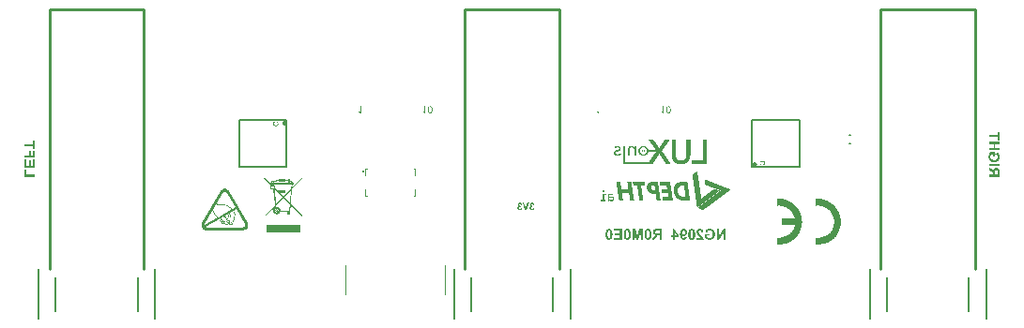
<source format=gbo>
G04*
G04 #@! TF.GenerationSoftware,Altium Limited,Altium Designer,21.7.2 (23)*
G04*
G04 Layer_Color=32896*
%FSLAX44Y44*%
%MOMM*%
G71*
G04*
G04 #@! TF.SameCoordinates,7C38C3A3-C4E6-443E-8540-10D383AE158C*
G04*
G04*
G04 #@! TF.FilePolarity,Positive*
G04*
G01*
G75*
%ADD10C,0.2540*%
%ADD11C,0.2500*%
%ADD12C,0.2000*%
%ADD15C,0.1000*%
G36*
X592435Y173663D02*
Y173634D01*
X592406D01*
Y173605D01*
X592377D01*
Y173576D01*
X592348D01*
Y173547D01*
Y173518D01*
X592319D01*
Y173489D01*
X592290D01*
Y173460D01*
Y173431D01*
X592261D01*
Y173402D01*
X592232D01*
Y173373D01*
Y173344D01*
X592203D01*
Y173314D01*
X592174D01*
Y173285D01*
X592144D01*
Y173256D01*
Y173227D01*
X592115D01*
Y173198D01*
X592086D01*
Y173169D01*
Y173140D01*
X592057D01*
Y173111D01*
X592028D01*
Y173082D01*
X591999D01*
Y173053D01*
Y173024D01*
X591970D01*
Y172995D01*
X591941D01*
Y172966D01*
Y172936D01*
X591912D01*
Y172908D01*
X591883D01*
Y172878D01*
X591854D01*
Y172849D01*
Y172820D01*
X591825D01*
Y172791D01*
X591796D01*
Y172762D01*
Y172733D01*
X591767D01*
Y172704D01*
X591738D01*
Y172675D01*
X591708D01*
Y172646D01*
Y172617D01*
X591679D01*
Y172588D01*
X591650D01*
Y172559D01*
Y172530D01*
X591621D01*
Y172500D01*
X591592D01*
Y172471D01*
X591563D01*
Y172442D01*
Y172413D01*
X591534D01*
Y172384D01*
X591505D01*
Y172355D01*
Y172326D01*
X591476D01*
Y172297D01*
X591447D01*
Y172268D01*
Y172239D01*
X591418D01*
Y172210D01*
X591389D01*
Y172181D01*
X591360D01*
Y172152D01*
Y172122D01*
X591330D01*
Y172094D01*
X591301D01*
Y172064D01*
Y172035D01*
X591272D01*
Y172006D01*
X591243D01*
Y171977D01*
X591214D01*
Y171948D01*
Y171919D01*
X591185D01*
Y171890D01*
X591156D01*
Y171861D01*
Y171832D01*
X591127D01*
Y171803D01*
X591098D01*
Y171774D01*
X591069D01*
Y171745D01*
Y171716D01*
X591040D01*
Y171686D01*
X591011D01*
Y171657D01*
Y171628D01*
X590982D01*
Y171599D01*
X590953D01*
Y171570D01*
X590924D01*
Y171541D01*
Y171512D01*
X590894D01*
Y171483D01*
X590865D01*
Y171454D01*
Y171425D01*
X590836D01*
Y171396D01*
X590807D01*
Y171367D01*
X590778D01*
Y171338D01*
Y171308D01*
X590749D01*
Y171280D01*
X590720D01*
Y171250D01*
Y171221D01*
X590691D01*
Y171192D01*
X590662D01*
Y171163D01*
Y171134D01*
X590633D01*
Y171105D01*
X590604D01*
Y171076D01*
X590575D01*
Y171047D01*
Y171018D01*
X590546D01*
Y170989D01*
X590517D01*
Y170960D01*
Y170931D01*
X590487D01*
Y170902D01*
X590458D01*
Y170872D01*
X590429D01*
Y170843D01*
Y170814D01*
X590400D01*
Y170785D01*
X590371D01*
Y170756D01*
Y170727D01*
X590342D01*
Y170698D01*
X590313D01*
Y170669D01*
X590284D01*
Y170640D01*
Y170611D01*
X590255D01*
Y170582D01*
X590226D01*
Y170553D01*
Y170524D01*
X590197D01*
Y170495D01*
X590168D01*
Y170466D01*
X590139D01*
Y170436D01*
Y170407D01*
X590109D01*
Y170378D01*
X590080D01*
Y170349D01*
Y170320D01*
X590051D01*
Y170291D01*
X590022D01*
Y170262D01*
X589993D01*
Y170233D01*
Y170204D01*
X589964D01*
Y170175D01*
X589935D01*
Y170146D01*
Y170117D01*
X589906D01*
Y170088D01*
X589877D01*
Y170058D01*
Y170029D01*
X589848D01*
Y170000D01*
X589819D01*
Y169971D01*
X589790D01*
Y169942D01*
Y169913D01*
X589761D01*
Y169884D01*
X589732D01*
Y169855D01*
Y169826D01*
X589703D01*
Y169797D01*
X589674D01*
Y169768D01*
X589644D01*
Y169739D01*
Y169710D01*
X589615D01*
Y169681D01*
X589586D01*
Y169652D01*
Y169622D01*
X589557D01*
Y169593D01*
X589528D01*
Y169564D01*
X589499D01*
Y169535D01*
Y169506D01*
X589470D01*
Y169477D01*
X589441D01*
Y169448D01*
Y169419D01*
X589412D01*
Y169390D01*
X589383D01*
Y169361D01*
X589354D01*
Y169332D01*
Y169303D01*
X589325D01*
Y169274D01*
X589296D01*
Y169245D01*
Y169216D01*
X589267D01*
Y169186D01*
X589238D01*
Y169157D01*
X589208D01*
Y169128D01*
Y169099D01*
X589179D01*
Y169070D01*
X589150D01*
Y169041D01*
Y169012D01*
X589121D01*
Y168983D01*
X589092D01*
Y168954D01*
X589063D01*
Y168925D01*
Y168896D01*
X589034D01*
Y168867D01*
X589005D01*
Y168838D01*
Y168808D01*
X588976D01*
Y168779D01*
X588947D01*
Y168750D01*
Y168721D01*
X588918D01*
Y168692D01*
X588889D01*
Y168663D01*
X588859D01*
Y168634D01*
Y168605D01*
X588830D01*
Y168576D01*
X588801D01*
Y168547D01*
Y168518D01*
X588772D01*
Y168489D01*
X588743D01*
Y168460D01*
X588714D01*
Y168431D01*
Y168402D01*
X588685D01*
Y168372D01*
X588656D01*
Y168343D01*
Y168314D01*
X588627D01*
Y168285D01*
X588598D01*
Y168256D01*
X588569D01*
Y168227D01*
Y168198D01*
X588540D01*
Y168169D01*
X588511D01*
Y168140D01*
Y168111D01*
X588482D01*
Y168082D01*
X588452D01*
Y168053D01*
X588423D01*
Y168024D01*
Y167994D01*
X588394D01*
Y167966D01*
X588365D01*
Y167936D01*
Y167907D01*
X588336D01*
Y167878D01*
X588307D01*
Y167849D01*
X588278D01*
Y167820D01*
Y167791D01*
X588249D01*
Y167762D01*
X588220D01*
Y167733D01*
Y167704D01*
X588191D01*
Y167675D01*
X588162D01*
Y167646D01*
Y167617D01*
X588133D01*
Y167588D01*
X588104D01*
Y167558D01*
X588075D01*
Y167529D01*
Y167500D01*
X588046D01*
Y167471D01*
X588017D01*
Y167442D01*
Y167413D01*
X587987D01*
Y167384D01*
X587958D01*
Y167355D01*
X587929D01*
Y167326D01*
Y167297D01*
X587900D01*
Y167268D01*
X587871D01*
Y167239D01*
Y167210D01*
X587842D01*
Y167181D01*
X587813D01*
Y167151D01*
X587784D01*
Y167122D01*
Y167093D01*
X587755D01*
Y167064D01*
X587726D01*
Y167035D01*
Y167006D01*
X587697D01*
Y166977D01*
X587668D01*
Y166948D01*
X587639D01*
Y166919D01*
Y166890D01*
X587609D01*
Y166861D01*
X587580D01*
Y166832D01*
Y166803D01*
X587551D01*
Y166773D01*
X587522D01*
Y166744D01*
X587493D01*
Y166715D01*
Y166686D01*
X587464D01*
Y166657D01*
X587435D01*
Y166628D01*
Y166599D01*
X587406D01*
Y166570D01*
X587377D01*
Y166541D01*
Y166512D01*
X587348D01*
Y166483D01*
X587319D01*
Y166454D01*
X587290D01*
Y166425D01*
Y166396D01*
X587261D01*
Y166367D01*
X587232D01*
Y166338D01*
Y166308D01*
X587202D01*
Y166279D01*
X587174D01*
Y166250D01*
X587144D01*
Y166221D01*
Y166192D01*
X587115D01*
Y166163D01*
X587086D01*
Y166134D01*
Y166105D01*
X587057D01*
Y166076D01*
X587028D01*
Y166047D01*
X586999D01*
Y166018D01*
Y165989D01*
X586970D01*
Y165960D01*
X586941D01*
Y165931D01*
Y165901D01*
X586912D01*
Y165872D01*
X586883D01*
Y165843D01*
X586854D01*
Y165814D01*
Y165785D01*
X586825D01*
Y165756D01*
X586796D01*
Y165727D01*
Y165698D01*
X586766D01*
Y165669D01*
X586737D01*
Y165640D01*
X586708D01*
Y165611D01*
Y165582D01*
X586679D01*
Y165553D01*
X586650D01*
Y165523D01*
Y165494D01*
X586621D01*
Y165465D01*
X586592D01*
Y165436D01*
Y165407D01*
X586563D01*
Y165378D01*
X586534D01*
Y165349D01*
X586505D01*
Y165320D01*
Y165291D01*
X586476D01*
Y165262D01*
X586447D01*
Y165233D01*
Y165204D01*
X586418D01*
Y165175D01*
X586389D01*
Y165146D01*
X586359D01*
Y165117D01*
Y165088D01*
X586330D01*
Y165058D01*
X586301D01*
Y165029D01*
Y165000D01*
X586272D01*
Y164971D01*
X586243D01*
Y164942D01*
X586214D01*
Y164913D01*
Y164884D01*
X586185D01*
Y164855D01*
X586156D01*
Y164826D01*
Y164797D01*
X586127D01*
Y164768D01*
X586098D01*
Y164739D01*
X586069D01*
Y164709D01*
Y164680D01*
X586040D01*
Y164651D01*
X586011D01*
Y164622D01*
Y164593D01*
X585981D01*
Y164564D01*
X585952D01*
Y164535D01*
X585923D01*
Y164506D01*
Y164477D01*
X585894D01*
Y164448D01*
X585865D01*
Y164419D01*
Y164390D01*
X585836D01*
Y164361D01*
X585807D01*
Y164332D01*
X585778D01*
Y164303D01*
Y164273D01*
X585749D01*
Y164244D01*
X585720D01*
Y164215D01*
Y164186D01*
X585691D01*
Y164157D01*
X585662D01*
Y164128D01*
Y164099D01*
X585633D01*
Y164070D01*
X585604D01*
Y164041D01*
X585574D01*
Y164012D01*
Y163983D01*
X585545D01*
Y163954D01*
X585516D01*
Y163925D01*
Y163896D01*
X585487D01*
Y163867D01*
X585458D01*
Y163837D01*
X585429D01*
Y163808D01*
Y163779D01*
X585400D01*
Y163750D01*
X585371D01*
Y163721D01*
Y163692D01*
X585342D01*
Y163663D01*
X585313D01*
Y163634D01*
X585284D01*
Y163605D01*
Y163576D01*
X585255D01*
Y163547D01*
X585226D01*
Y163518D01*
Y163489D01*
X585197D01*
Y163459D01*
X585168D01*
Y163430D01*
X585138D01*
Y163401D01*
Y163372D01*
X585109D01*
Y163343D01*
X585080D01*
Y163314D01*
Y163285D01*
X585051D01*
Y163256D01*
X585022D01*
Y163227D01*
Y163198D01*
X585051D01*
Y163169D01*
X585080D01*
Y163140D01*
Y163111D01*
X585109D01*
Y163082D01*
X585138D01*
Y163053D01*
Y163023D01*
X585168D01*
Y162994D01*
X585197D01*
Y162965D01*
Y162936D01*
X585226D01*
Y162907D01*
X585255D01*
Y162878D01*
Y162849D01*
X585284D01*
Y162820D01*
X585313D01*
Y162791D01*
Y162762D01*
X585342D01*
Y162733D01*
X585371D01*
Y162704D01*
X585400D01*
Y162675D01*
Y162645D01*
X585429D01*
Y162617D01*
X585458D01*
Y162587D01*
Y162558D01*
X585487D01*
Y162529D01*
X585516D01*
Y162500D01*
Y162471D01*
X585545D01*
Y162442D01*
X585574D01*
Y162413D01*
Y162384D01*
X585604D01*
Y162355D01*
X585633D01*
Y162326D01*
X585662D01*
Y162297D01*
Y162268D01*
X585691D01*
Y162239D01*
X585720D01*
Y162209D01*
Y162180D01*
X585749D01*
Y162151D01*
X585778D01*
Y162122D01*
Y162093D01*
X585807D01*
Y162064D01*
X585836D01*
Y162035D01*
Y162006D01*
X585865D01*
Y161977D01*
X585894D01*
Y161948D01*
X585923D01*
Y161919D01*
Y161890D01*
X585952D01*
Y161861D01*
X585981D01*
Y161831D01*
Y161803D01*
X586011D01*
Y161773D01*
X586040D01*
Y161744D01*
Y161715D01*
X586069D01*
Y161686D01*
X586098D01*
Y161657D01*
Y161628D01*
X586127D01*
Y161599D01*
X586156D01*
Y161570D01*
X586185D01*
Y161541D01*
Y161512D01*
X586214D01*
Y161483D01*
X586243D01*
Y161454D01*
Y161425D01*
X586272D01*
Y161395D01*
X586301D01*
Y161366D01*
Y161337D01*
X586330D01*
Y161308D01*
X586359D01*
Y161279D01*
Y161250D01*
X586389D01*
Y161221D01*
X586418D01*
Y161192D01*
X586447D01*
Y161163D01*
Y161134D01*
X586476D01*
Y161105D01*
X586505D01*
Y161076D01*
Y161047D01*
X586534D01*
Y161018D01*
X586563D01*
Y160989D01*
Y160959D01*
X586592D01*
Y160930D01*
X586621D01*
Y160901D01*
Y160872D01*
X586650D01*
Y160843D01*
X586679D01*
Y160814D01*
X586708D01*
Y160785D01*
Y160756D01*
X586737D01*
Y160727D01*
X586766D01*
Y160698D01*
Y160669D01*
X586796D01*
Y160640D01*
X586825D01*
Y160611D01*
Y160581D01*
X586854D01*
Y160552D01*
X586883D01*
Y160523D01*
Y160494D01*
X586912D01*
Y160465D01*
X586941D01*
Y160436D01*
X586970D01*
Y160407D01*
Y160378D01*
X586999D01*
Y160349D01*
X587028D01*
Y160320D01*
Y160291D01*
X587057D01*
Y160262D01*
X587086D01*
Y160233D01*
Y160204D01*
X587115D01*
Y160175D01*
X587144D01*
Y160145D01*
Y160116D01*
X587174D01*
Y160087D01*
X587202D01*
Y160058D01*
X587232D01*
Y160029D01*
Y160000D01*
X587261D01*
Y159971D01*
X587290D01*
Y159942D01*
Y159913D01*
X587319D01*
Y159884D01*
X587348D01*
Y159855D01*
Y159826D01*
X587377D01*
Y159797D01*
X587406D01*
Y159768D01*
Y159738D01*
X587435D01*
Y159709D01*
X587464D01*
Y159680D01*
X587493D01*
Y159651D01*
Y159622D01*
X587522D01*
Y159593D01*
X587551D01*
Y159564D01*
Y159535D01*
X587580D01*
Y159506D01*
X587609D01*
Y159477D01*
Y159448D01*
X587639D01*
Y159419D01*
X587668D01*
Y159390D01*
Y159361D01*
X587697D01*
Y159332D01*
X587726D01*
Y159302D01*
Y159273D01*
X587755D01*
Y159244D01*
X587784D01*
Y159215D01*
X587813D01*
Y159186D01*
Y159157D01*
X587842D01*
Y159128D01*
X587871D01*
Y159099D01*
Y159070D01*
X587900D01*
Y159041D01*
X587929D01*
Y159012D01*
Y158983D01*
X587958D01*
Y158954D01*
X587987D01*
Y158925D01*
Y158895D01*
X588017D01*
Y158866D01*
X588046D01*
Y158837D01*
X588075D01*
Y158808D01*
Y158779D01*
X588104D01*
Y158750D01*
X588133D01*
Y158721D01*
Y158692D01*
X588162D01*
Y158663D01*
X588191D01*
Y158634D01*
Y158605D01*
X588220D01*
Y158576D01*
X588249D01*
Y158547D01*
Y158518D01*
X588278D01*
Y158488D01*
X588307D01*
Y158459D01*
X588336D01*
Y158430D01*
Y158401D01*
X588365D01*
Y158372D01*
X588394D01*
Y158343D01*
Y158314D01*
X588423D01*
Y158285D01*
X588452D01*
Y158256D01*
Y158227D01*
X588482D01*
Y158198D01*
X588511D01*
Y158169D01*
Y158140D01*
X588540D01*
Y158111D01*
X588569D01*
Y158081D01*
X588598D01*
Y158052D01*
Y158023D01*
X588627D01*
Y157994D01*
X588656D01*
Y157965D01*
Y157936D01*
X588685D01*
Y157907D01*
X588714D01*
Y157878D01*
Y157849D01*
X588743D01*
Y157820D01*
X588772D01*
Y157791D01*
Y157762D01*
X588801D01*
Y157733D01*
X588830D01*
Y157704D01*
X588859D01*
Y157675D01*
Y157645D01*
X588889D01*
Y157616D01*
X588918D01*
Y157587D01*
Y157558D01*
X588947D01*
Y157529D01*
X588976D01*
Y157500D01*
Y157471D01*
X589005D01*
Y157442D01*
X589034D01*
Y157413D01*
Y157384D01*
X589063D01*
Y157355D01*
X589092D01*
Y157326D01*
X589121D01*
Y157296D01*
Y157267D01*
X589150D01*
Y157238D01*
X589179D01*
Y157209D01*
Y157180D01*
X589208D01*
Y157151D01*
X589238D01*
Y157122D01*
Y157093D01*
X589267D01*
Y157064D01*
X589296D01*
Y157035D01*
Y157006D01*
X589325D01*
Y156977D01*
X589354D01*
Y156948D01*
X589383D01*
Y156919D01*
Y156890D01*
X589412D01*
Y156861D01*
X589441D01*
Y156831D01*
Y156802D01*
X589470D01*
Y156773D01*
X589499D01*
Y156744D01*
Y156715D01*
X589528D01*
Y156686D01*
X589557D01*
Y156657D01*
Y156628D01*
X589586D01*
Y156599D01*
X589615D01*
Y156570D01*
X589644D01*
Y156541D01*
Y156512D01*
X589674D01*
Y156482D01*
X589703D01*
Y156454D01*
Y156424D01*
X589732D01*
Y156395D01*
X589761D01*
Y156366D01*
Y156337D01*
X589790D01*
Y156308D01*
X589819D01*
Y156279D01*
Y156250D01*
X589848D01*
Y156221D01*
X589877D01*
Y156192D01*
Y156163D01*
X589906D01*
Y156134D01*
X589935D01*
Y156105D01*
X589964D01*
Y156076D01*
Y156046D01*
X589993D01*
Y156017D01*
X590022D01*
Y155988D01*
Y155959D01*
X590051D01*
Y155930D01*
X590080D01*
Y155901D01*
Y155872D01*
X590109D01*
Y155843D01*
X590139D01*
Y155814D01*
Y155785D01*
X590168D01*
Y155756D01*
X590197D01*
Y155727D01*
X590226D01*
Y155698D01*
Y155669D01*
X590255D01*
Y155639D01*
X590284D01*
Y155610D01*
Y155581D01*
X590313D01*
Y155552D01*
X590342D01*
Y155523D01*
Y155494D01*
X590371D01*
Y155465D01*
X590400D01*
Y155436D01*
Y155407D01*
X590429D01*
Y155378D01*
X590458D01*
Y155349D01*
X590487D01*
Y155320D01*
Y155291D01*
X590517D01*
Y155262D01*
X590546D01*
Y155232D01*
Y155203D01*
X590575D01*
Y155174D01*
X590604D01*
Y155145D01*
Y155116D01*
X590633D01*
Y155087D01*
X590662D01*
Y155058D01*
Y155029D01*
X590691D01*
Y155000D01*
X590720D01*
Y154971D01*
X590749D01*
Y154942D01*
Y154913D01*
X590778D01*
Y154884D01*
X590807D01*
Y154855D01*
Y154826D01*
X590836D01*
Y154796D01*
X590865D01*
Y154767D01*
Y154738D01*
X590894D01*
Y154709D01*
X590924D01*
Y154680D01*
Y154651D01*
X590953D01*
Y154622D01*
X590982D01*
Y154593D01*
X591011D01*
Y154564D01*
Y154535D01*
X591040D01*
Y154506D01*
X591069D01*
Y154477D01*
Y154448D01*
X591098D01*
Y154418D01*
X591127D01*
Y154389D01*
Y154360D01*
X591156D01*
Y154331D01*
X591185D01*
Y154302D01*
Y154273D01*
X591214D01*
Y154244D01*
X591243D01*
Y154215D01*
X591272D01*
Y154186D01*
Y154157D01*
X591301D01*
Y154128D01*
X591330D01*
Y154099D01*
Y154070D01*
X591360D01*
Y154041D01*
X591389D01*
Y154012D01*
Y153982D01*
X591418D01*
Y153953D01*
X591447D01*
Y153924D01*
Y153895D01*
X591476D01*
Y153866D01*
X591505D01*
Y153837D01*
X591534D01*
Y153808D01*
Y153779D01*
X591563D01*
Y153750D01*
X591592D01*
Y153721D01*
Y153692D01*
X591621D01*
Y153663D01*
X591650D01*
Y153634D01*
Y153604D01*
X591679D01*
Y153575D01*
X591708D01*
Y153546D01*
Y153517D01*
X591738D01*
Y153488D01*
X591767D01*
Y153459D01*
X591796D01*
Y153430D01*
Y153401D01*
X591825D01*
Y153372D01*
X591854D01*
Y153343D01*
Y153314D01*
X591883D01*
Y153285D01*
X591912D01*
Y153256D01*
Y153227D01*
X591941D01*
Y153198D01*
X591970D01*
Y153168D01*
Y153139D01*
X591999D01*
Y153110D01*
X592028D01*
Y153081D01*
X592057D01*
Y153052D01*
Y153023D01*
X592086D01*
Y152994D01*
X592115D01*
Y152965D01*
Y152936D01*
X592144D01*
Y152907D01*
X592174D01*
Y152878D01*
Y152849D01*
X592203D01*
Y152820D01*
X592232D01*
Y152791D01*
Y152761D01*
X592261D01*
Y152732D01*
X592290D01*
Y152703D01*
Y152674D01*
X592319D01*
Y152645D01*
X592348D01*
Y152616D01*
X592377D01*
Y152587D01*
Y152558D01*
X592406D01*
Y152529D01*
X592435D01*
Y152500D01*
Y152471D01*
X592464D01*
Y152442D01*
X592493D01*
Y152413D01*
Y152384D01*
X592522D01*
Y152355D01*
X592551D01*
Y152325D01*
Y152296D01*
X592581D01*
Y152267D01*
X592610D01*
Y152238D01*
X592639D01*
Y152209D01*
Y152180D01*
X592668D01*
Y152151D01*
X592697D01*
Y152122D01*
Y152093D01*
X592726D01*
Y152064D01*
X592755D01*
Y152035D01*
Y152006D01*
X592784D01*
Y151977D01*
X592813D01*
Y151947D01*
Y151918D01*
X592842D01*
Y151889D01*
X592871D01*
Y151860D01*
X592900D01*
Y151831D01*
Y151802D01*
X592929D01*
Y151773D01*
X592958D01*
Y151744D01*
Y151715D01*
X592988D01*
Y151686D01*
X593017D01*
Y151657D01*
X588656D01*
Y151686D01*
X588627D01*
Y151715D01*
X588598D01*
Y151744D01*
Y151773D01*
X588569D01*
Y151802D01*
X588540D01*
Y151831D01*
Y151860D01*
X588511D01*
Y151889D01*
X588482D01*
Y151918D01*
Y151947D01*
X588452D01*
Y151977D01*
X588423D01*
Y152006D01*
Y152035D01*
X588394D01*
Y152064D01*
X588365D01*
Y152093D01*
Y152122D01*
X588336D01*
Y152151D01*
X588307D01*
Y152180D01*
Y152209D01*
X588278D01*
Y152238D01*
X588249D01*
Y152267D01*
Y152296D01*
X588220D01*
Y152325D01*
X588191D01*
Y152355D01*
Y152384D01*
X588162D01*
Y152413D01*
X588133D01*
Y152442D01*
Y152471D01*
X588104D01*
Y152500D01*
X588075D01*
Y152529D01*
Y152558D01*
X588046D01*
Y152587D01*
X588017D01*
Y152616D01*
Y152645D01*
X587987D01*
Y152674D01*
X587958D01*
Y152703D01*
Y152732D01*
X587929D01*
Y152761D01*
X587900D01*
Y152791D01*
Y152820D01*
X587871D01*
Y152849D01*
X587842D01*
Y152878D01*
Y152907D01*
X587813D01*
Y152936D01*
X587784D01*
Y152965D01*
Y152994D01*
X587755D01*
Y153023D01*
X587726D01*
Y153052D01*
Y153081D01*
X587697D01*
Y153110D01*
X587668D01*
Y153139D01*
Y153168D01*
X587639D01*
Y153198D01*
X587609D01*
Y153227D01*
Y153256D01*
X587580D01*
Y153285D01*
X587551D01*
Y153314D01*
Y153343D01*
X587522D01*
Y153372D01*
X587493D01*
Y153401D01*
X587464D01*
Y153430D01*
Y153459D01*
X587435D01*
Y153488D01*
X587406D01*
Y153517D01*
Y153546D01*
X587377D01*
Y153575D01*
X587348D01*
Y153604D01*
Y153634D01*
X587319D01*
Y153663D01*
X587290D01*
Y153692D01*
Y153721D01*
X587261D01*
Y153750D01*
X587232D01*
Y153779D01*
Y153808D01*
X587202D01*
Y153837D01*
X587174D01*
Y153866D01*
Y153895D01*
X587144D01*
Y153924D01*
X587115D01*
Y153953D01*
Y153982D01*
X587086D01*
Y154012D01*
X587057D01*
Y154041D01*
Y154070D01*
X587028D01*
Y154099D01*
X586999D01*
Y154128D01*
Y154157D01*
X586970D01*
Y154186D01*
X586941D01*
Y154215D01*
Y154244D01*
X586912D01*
Y154273D01*
X586883D01*
Y154302D01*
Y154331D01*
X586854D01*
Y154360D01*
X586825D01*
Y154389D01*
Y154418D01*
X586796D01*
Y154448D01*
X586766D01*
Y154477D01*
Y154506D01*
X586737D01*
Y154535D01*
X586708D01*
Y154564D01*
Y154593D01*
X586679D01*
Y154622D01*
X586650D01*
Y154651D01*
Y154680D01*
X586621D01*
Y154709D01*
X586592D01*
Y154738D01*
Y154767D01*
X586563D01*
Y154796D01*
X586534D01*
Y154826D01*
Y154855D01*
X586505D01*
Y154884D01*
X586476D01*
Y154913D01*
Y154942D01*
X586447D01*
Y154971D01*
X586418D01*
Y155000D01*
Y155029D01*
X586389D01*
Y155058D01*
X586359D01*
Y155087D01*
Y155116D01*
X586330D01*
Y155145D01*
X586301D01*
Y155174D01*
Y155203D01*
X586272D01*
Y155232D01*
X586243D01*
Y155262D01*
Y155291D01*
X586214D01*
Y155320D01*
X586185D01*
Y155349D01*
X586156D01*
Y155378D01*
Y155407D01*
X586127D01*
Y155436D01*
X586098D01*
Y155465D01*
Y155494D01*
X586069D01*
Y155523D01*
X586040D01*
Y155552D01*
Y155581D01*
X586011D01*
Y155610D01*
X585981D01*
Y155639D01*
Y155669D01*
X585952D01*
Y155698D01*
X585923D01*
Y155727D01*
Y155756D01*
X585894D01*
Y155785D01*
X585865D01*
Y155814D01*
Y155843D01*
X585836D01*
Y155872D01*
X585807D01*
Y155901D01*
Y155930D01*
X585778D01*
Y155959D01*
X585749D01*
Y155988D01*
Y156017D01*
X585720D01*
Y156046D01*
X585691D01*
Y156076D01*
Y156105D01*
X585662D01*
Y156134D01*
X585633D01*
Y156163D01*
Y156192D01*
X585604D01*
Y156221D01*
X585574D01*
Y156250D01*
Y156279D01*
X585545D01*
Y156308D01*
X585516D01*
Y156337D01*
Y156366D01*
X585487D01*
Y156395D01*
X585458D01*
Y156424D01*
Y156454D01*
X585429D01*
Y156482D01*
X585400D01*
Y156512D01*
Y156541D01*
X585371D01*
Y156570D01*
X585342D01*
Y156599D01*
Y156628D01*
X585313D01*
Y156657D01*
X585284D01*
Y156686D01*
Y156715D01*
X585255D01*
Y156744D01*
X585226D01*
Y156773D01*
Y156802D01*
X585197D01*
Y156831D01*
X585168D01*
Y156861D01*
Y156890D01*
X585138D01*
Y156919D01*
X585109D01*
Y156948D01*
Y156977D01*
X585080D01*
Y157006D01*
X585051D01*
Y157035D01*
Y157064D01*
X585022D01*
Y157093D01*
X584993D01*
Y157122D01*
Y157151D01*
X584964D01*
Y157180D01*
X584935D01*
Y157209D01*
X584906D01*
Y157238D01*
Y157267D01*
X584877D01*
Y157296D01*
X584848D01*
Y157326D01*
Y157355D01*
X584819D01*
Y157384D01*
X584790D01*
Y157413D01*
Y157442D01*
X584761D01*
Y157471D01*
X584731D01*
Y157500D01*
Y157529D01*
X584702D01*
Y157558D01*
X584673D01*
Y157587D01*
Y157616D01*
X584644D01*
Y157645D01*
X584615D01*
Y157675D01*
Y157704D01*
X584586D01*
Y157733D01*
X584557D01*
Y157762D01*
Y157791D01*
X584528D01*
Y157820D01*
X584499D01*
Y157849D01*
Y157878D01*
X584470D01*
Y157907D01*
X584441D01*
Y157936D01*
Y157965D01*
X584412D01*
Y157994D01*
X584383D01*
Y158023D01*
Y158052D01*
X584354D01*
Y158081D01*
X584324D01*
Y158111D01*
Y158140D01*
X584295D01*
Y158169D01*
X584266D01*
Y158198D01*
Y158227D01*
X584237D01*
Y158256D01*
X584208D01*
Y158285D01*
Y158314D01*
X584179D01*
Y158343D01*
X584150D01*
Y158372D01*
Y158401D01*
X584121D01*
Y158430D01*
X584092D01*
Y158459D01*
Y158488D01*
X584063D01*
Y158518D01*
X584034D01*
Y158547D01*
Y158576D01*
X584005D01*
Y158605D01*
X583976D01*
Y158634D01*
Y158663D01*
X583947D01*
Y158692D01*
X583918D01*
Y158721D01*
Y158750D01*
X583888D01*
Y158779D01*
X583859D01*
Y158808D01*
Y158837D01*
X583830D01*
Y158866D01*
X583801D01*
Y158895D01*
Y158925D01*
X583772D01*
Y158954D01*
X583743D01*
Y158983D01*
Y159012D01*
X583714D01*
Y159041D01*
X583685D01*
Y159070D01*
X583656D01*
Y159099D01*
Y159128D01*
X583627D01*
Y159157D01*
X583598D01*
Y159186D01*
Y159215D01*
X583569D01*
Y159244D01*
X583540D01*
Y159273D01*
Y159302D01*
X583511D01*
Y159332D01*
X583481D01*
Y159361D01*
Y159390D01*
X583452D01*
Y159419D01*
X583423D01*
Y159448D01*
Y159477D01*
X583394D01*
Y159506D01*
X583365D01*
Y159535D01*
Y159564D01*
X583336D01*
Y159593D01*
X583307D01*
Y159622D01*
Y159651D01*
X583278D01*
Y159680D01*
X583249D01*
Y159709D01*
Y159738D01*
X583220D01*
Y159768D01*
X583191D01*
Y159797D01*
Y159826D01*
X583162D01*
Y159855D01*
X583133D01*
Y159884D01*
Y159913D01*
X583103D01*
Y159942D01*
X583074D01*
Y159971D01*
Y160000D01*
X583045D01*
Y160029D01*
X583016D01*
Y160058D01*
Y160087D01*
X582987D01*
Y160116D01*
X582958D01*
Y160145D01*
Y160175D01*
X582929D01*
Y160204D01*
X582900D01*
Y160233D01*
Y160262D01*
X582871D01*
Y160291D01*
X582842D01*
Y160320D01*
Y160349D01*
X582813D01*
Y160378D01*
X582784D01*
Y160407D01*
Y160436D01*
X582755D01*
Y160465D01*
X582726D01*
Y160494D01*
Y160523D01*
X582668D01*
Y160494D01*
Y160465D01*
X582638D01*
Y160436D01*
X582609D01*
Y160407D01*
X582580D01*
Y160378D01*
Y160349D01*
X582551D01*
Y160320D01*
X582522D01*
Y160291D01*
Y160262D01*
X582493D01*
Y160233D01*
X582464D01*
Y160204D01*
Y160175D01*
X582435D01*
Y160145D01*
X582406D01*
Y160116D01*
Y160087D01*
X582377D01*
Y160058D01*
X582348D01*
Y160029D01*
Y160000D01*
X582319D01*
Y159971D01*
X582290D01*
Y159942D01*
Y159913D01*
X582261D01*
Y159884D01*
X582231D01*
Y159855D01*
Y159826D01*
X582202D01*
Y159797D01*
X582173D01*
Y159768D01*
Y159738D01*
X582144D01*
Y159709D01*
X582115D01*
Y159680D01*
Y159651D01*
X582086D01*
Y159622D01*
X582057D01*
Y159593D01*
Y159564D01*
X582028D01*
Y159535D01*
X581999D01*
Y159506D01*
Y159477D01*
X581970D01*
Y159448D01*
X581941D01*
Y159419D01*
Y159390D01*
X581912D01*
Y159361D01*
X581883D01*
Y159332D01*
Y159302D01*
X581853D01*
Y159273D01*
X581824D01*
Y159244D01*
Y159215D01*
X581795D01*
Y159186D01*
X581766D01*
Y159157D01*
Y159128D01*
X581737D01*
Y159099D01*
X581708D01*
Y159070D01*
Y159041D01*
X581679D01*
Y159012D01*
X581650D01*
Y158983D01*
Y158954D01*
X581621D01*
Y158925D01*
X581592D01*
Y158895D01*
Y158866D01*
X581563D01*
Y158837D01*
X581534D01*
Y158808D01*
Y158779D01*
X581505D01*
Y158750D01*
X581476D01*
Y158721D01*
Y158692D01*
X581446D01*
Y158663D01*
X581417D01*
Y158634D01*
Y158605D01*
X581388D01*
Y158576D01*
X581359D01*
Y158547D01*
Y158518D01*
X581330D01*
Y158488D01*
X581301D01*
Y158459D01*
Y158430D01*
X581272D01*
Y158401D01*
X581243D01*
Y158372D01*
Y158343D01*
X581214D01*
Y158314D01*
X581185D01*
Y158285D01*
Y158256D01*
X581156D01*
Y158227D01*
X581127D01*
Y158198D01*
Y158169D01*
X581098D01*
Y158140D01*
X581069D01*
Y158111D01*
Y158081D01*
X581040D01*
Y158052D01*
X581010D01*
Y158023D01*
Y157994D01*
X580981D01*
Y157965D01*
X580952D01*
Y157936D01*
Y157907D01*
X580923D01*
Y157878D01*
X580894D01*
Y157849D01*
Y157820D01*
X580865D01*
Y157791D01*
X580836D01*
Y157762D01*
Y157733D01*
X580807D01*
Y157704D01*
X580778D01*
Y157675D01*
Y157645D01*
X580749D01*
Y157616D01*
X580720D01*
Y157587D01*
Y157558D01*
X580691D01*
Y157529D01*
X580662D01*
Y157500D01*
Y157471D01*
X580633D01*
Y157442D01*
X580603D01*
Y157413D01*
Y157384D01*
X580574D01*
Y157355D01*
X580545D01*
Y157326D01*
Y157296D01*
X580516D01*
Y157267D01*
X580487D01*
Y157238D01*
Y157209D01*
X580458D01*
Y157180D01*
X580429D01*
Y157151D01*
Y157122D01*
X580400D01*
Y157093D01*
X580371D01*
Y157064D01*
Y157035D01*
X580342D01*
Y157006D01*
X580313D01*
Y156977D01*
Y156948D01*
X580284D01*
Y156919D01*
X580255D01*
Y156890D01*
Y156861D01*
X580226D01*
Y156831D01*
X580196D01*
Y156802D01*
Y156773D01*
X580167D01*
Y156744D01*
X580138D01*
Y156715D01*
Y156686D01*
X580109D01*
Y156657D01*
X580080D01*
Y156628D01*
Y156599D01*
X580051D01*
Y156570D01*
X580022D01*
Y156541D01*
Y156512D01*
X579993D01*
Y156482D01*
X579964D01*
Y156454D01*
Y156424D01*
X579935D01*
Y156395D01*
X579906D01*
Y156366D01*
Y156337D01*
X579877D01*
Y156308D01*
X579848D01*
Y156279D01*
Y156250D01*
X579819D01*
Y156221D01*
X579790D01*
Y156192D01*
Y156163D01*
X579760D01*
Y156134D01*
X579731D01*
Y156105D01*
Y156076D01*
X579702D01*
Y156046D01*
X579673D01*
Y156017D01*
Y155988D01*
X579644D01*
Y155959D01*
X579615D01*
Y155930D01*
Y155901D01*
X579586D01*
Y155872D01*
X579557D01*
Y155843D01*
Y155814D01*
X579528D01*
Y155785D01*
X579499D01*
Y155756D01*
Y155727D01*
X579470D01*
Y155698D01*
X579441D01*
Y155669D01*
Y155639D01*
X579412D01*
Y155610D01*
X579383D01*
Y155581D01*
Y155552D01*
X579353D01*
Y155523D01*
X579324D01*
Y155494D01*
Y155465D01*
X579295D01*
Y155436D01*
X579266D01*
Y155407D01*
X579237D01*
Y155378D01*
Y155349D01*
X579208D01*
Y155320D01*
X579179D01*
Y155291D01*
Y155262D01*
X579150D01*
Y155232D01*
X579121D01*
Y155203D01*
Y155174D01*
X579092D01*
Y155145D01*
X579063D01*
Y155116D01*
Y155087D01*
X579034D01*
Y155058D01*
X579005D01*
Y155029D01*
Y155000D01*
X578975D01*
Y154971D01*
X578946D01*
Y154942D01*
Y154913D01*
X578917D01*
Y154884D01*
X578888D01*
Y154855D01*
Y154826D01*
X578859D01*
Y154796D01*
X578830D01*
Y154767D01*
Y154738D01*
X578801D01*
Y154709D01*
X578772D01*
Y154680D01*
Y154651D01*
X578743D01*
Y154622D01*
X578714D01*
Y154593D01*
Y154564D01*
X578685D01*
Y154535D01*
X578656D01*
Y154506D01*
Y154477D01*
X578627D01*
Y154448D01*
X578598D01*
Y154418D01*
Y154389D01*
X578568D01*
Y154360D01*
X578539D01*
Y154331D01*
Y154302D01*
X578510D01*
Y154273D01*
X578481D01*
Y154244D01*
Y154215D01*
X578452D01*
Y154186D01*
X578423D01*
Y154157D01*
Y154128D01*
X578394D01*
Y154099D01*
X578365D01*
Y154070D01*
Y154041D01*
X578336D01*
Y154012D01*
X578307D01*
Y153982D01*
Y153953D01*
X578278D01*
Y153924D01*
X578249D01*
Y153895D01*
Y153866D01*
X578220D01*
Y153837D01*
X578191D01*
Y153808D01*
Y153779D01*
X578162D01*
Y153750D01*
X578132D01*
Y153721D01*
Y153692D01*
X578103D01*
Y153663D01*
X578074D01*
Y153634D01*
Y153604D01*
X578045D01*
Y153575D01*
X578016D01*
Y153546D01*
Y153517D01*
X577987D01*
Y153488D01*
X577958D01*
Y153459D01*
Y153430D01*
X577929D01*
Y153401D01*
X577900D01*
Y153372D01*
Y153343D01*
X577871D01*
Y153314D01*
X577842D01*
Y153285D01*
Y153256D01*
X577813D01*
Y153227D01*
X577784D01*
Y153198D01*
Y153168D01*
X577755D01*
Y153139D01*
X577725D01*
Y153110D01*
Y153081D01*
X577696D01*
Y153052D01*
X577667D01*
Y153023D01*
Y152994D01*
X577638D01*
Y152965D01*
X577609D01*
Y152936D01*
Y152907D01*
X577580D01*
Y152878D01*
X577551D01*
Y152849D01*
Y152820D01*
X577522D01*
Y152791D01*
X577493D01*
Y152761D01*
Y152732D01*
X577464D01*
Y152703D01*
X577435D01*
Y152674D01*
Y152645D01*
X577406D01*
Y152616D01*
X577377D01*
Y152587D01*
Y152558D01*
X577347D01*
Y152529D01*
X577318D01*
Y152500D01*
Y152471D01*
X577289D01*
Y152442D01*
X577260D01*
Y152413D01*
Y152384D01*
X577231D01*
Y152355D01*
X577202D01*
Y152325D01*
Y152296D01*
X577173D01*
Y152267D01*
X577144D01*
Y152238D01*
Y152209D01*
X577115D01*
Y152180D01*
X577086D01*
Y152151D01*
Y152122D01*
X577057D01*
Y152093D01*
X577028D01*
Y152064D01*
Y152035D01*
X576999D01*
Y152006D01*
X576970D01*
Y151977D01*
Y151947D01*
X576941D01*
Y151918D01*
X576912D01*
Y151889D01*
Y151860D01*
X576882D01*
Y151831D01*
X576853D01*
Y151802D01*
Y151773D01*
X576824D01*
Y151744D01*
X576795D01*
Y151715D01*
Y151686D01*
X576766D01*
Y151657D01*
X550283D01*
Y151686D01*
Y151715D01*
Y151744D01*
Y151773D01*
Y151802D01*
Y151831D01*
Y151860D01*
Y151889D01*
Y151918D01*
Y151947D01*
Y151977D01*
Y152006D01*
Y152035D01*
Y152064D01*
Y152093D01*
Y152122D01*
Y152151D01*
Y152180D01*
Y152209D01*
Y152238D01*
Y152267D01*
Y152296D01*
Y152325D01*
Y152355D01*
Y152384D01*
Y152413D01*
Y152442D01*
Y152471D01*
Y152500D01*
Y152529D01*
Y152558D01*
Y152587D01*
Y152616D01*
Y152645D01*
Y152674D01*
Y152703D01*
Y152732D01*
Y152761D01*
Y152791D01*
Y152820D01*
Y152849D01*
Y152878D01*
Y152907D01*
Y152936D01*
Y152965D01*
Y152994D01*
Y153023D01*
Y153052D01*
Y153081D01*
Y153110D01*
Y153139D01*
Y153168D01*
Y153198D01*
Y153227D01*
Y153256D01*
Y153285D01*
Y153314D01*
Y153343D01*
Y153372D01*
Y153401D01*
Y153430D01*
Y153459D01*
Y153488D01*
Y153517D01*
Y153546D01*
Y153575D01*
Y153604D01*
Y153634D01*
Y153663D01*
Y153692D01*
Y153721D01*
Y153750D01*
Y153779D01*
Y153808D01*
Y153837D01*
Y153866D01*
Y153895D01*
Y153924D01*
Y153953D01*
Y153982D01*
Y154012D01*
Y154041D01*
Y154070D01*
Y154099D01*
Y154128D01*
Y154157D01*
Y154186D01*
Y154215D01*
Y154244D01*
Y154273D01*
Y154302D01*
Y154331D01*
Y154360D01*
Y154389D01*
Y154418D01*
Y154448D01*
Y154477D01*
Y154506D01*
Y154535D01*
Y154564D01*
Y154593D01*
Y154622D01*
Y154651D01*
Y154680D01*
Y154709D01*
Y154738D01*
Y154767D01*
Y154796D01*
Y154826D01*
Y154855D01*
Y154884D01*
Y154913D01*
Y154942D01*
Y154971D01*
Y155000D01*
Y155029D01*
Y155058D01*
Y155087D01*
Y155116D01*
Y155145D01*
Y155174D01*
Y155203D01*
Y155232D01*
Y155262D01*
Y155291D01*
Y155320D01*
Y155349D01*
Y155378D01*
Y155407D01*
Y155436D01*
Y155465D01*
Y155494D01*
Y155523D01*
Y155552D01*
Y155581D01*
Y155610D01*
Y155639D01*
Y155669D01*
Y155698D01*
Y155727D01*
Y155756D01*
Y155785D01*
Y155814D01*
Y155843D01*
Y155872D01*
Y155901D01*
Y155930D01*
Y155959D01*
Y155988D01*
Y156017D01*
Y156046D01*
Y156076D01*
Y156105D01*
Y156134D01*
Y156163D01*
Y156192D01*
Y156221D01*
Y156250D01*
Y156279D01*
Y156308D01*
Y156337D01*
Y156366D01*
Y156395D01*
Y156424D01*
Y156454D01*
Y156482D01*
Y156512D01*
Y156541D01*
Y156570D01*
Y156599D01*
Y156628D01*
Y156657D01*
Y156686D01*
Y156715D01*
Y156744D01*
Y156773D01*
Y156802D01*
Y156831D01*
Y156861D01*
Y156890D01*
Y156919D01*
Y156948D01*
Y156977D01*
Y157006D01*
Y157035D01*
Y157064D01*
Y157093D01*
Y157122D01*
Y157151D01*
Y157180D01*
Y157209D01*
Y157238D01*
Y157267D01*
Y157296D01*
Y157326D01*
Y157355D01*
Y157384D01*
Y157413D01*
Y157442D01*
Y157471D01*
Y157500D01*
Y157529D01*
Y157558D01*
Y157587D01*
Y157616D01*
Y157645D01*
Y157675D01*
Y157704D01*
Y157733D01*
Y157762D01*
Y157791D01*
Y157820D01*
Y157849D01*
Y157878D01*
Y157907D01*
Y157936D01*
Y157965D01*
Y157994D01*
Y158023D01*
Y158052D01*
Y158081D01*
Y158111D01*
Y158140D01*
Y158169D01*
Y158198D01*
Y158227D01*
Y158256D01*
Y158285D01*
Y158314D01*
Y158343D01*
Y158372D01*
Y158401D01*
Y158430D01*
Y158459D01*
Y158488D01*
Y158518D01*
Y158547D01*
Y158576D01*
Y158605D01*
Y158634D01*
Y158663D01*
Y158692D01*
Y158721D01*
Y158750D01*
Y158779D01*
Y158808D01*
Y158837D01*
Y158866D01*
Y158895D01*
Y158925D01*
Y158954D01*
Y158983D01*
Y159012D01*
Y159041D01*
Y159070D01*
Y159099D01*
Y159128D01*
Y159157D01*
Y159186D01*
Y159215D01*
Y159244D01*
Y159273D01*
Y159302D01*
Y159332D01*
Y159361D01*
Y159390D01*
Y159419D01*
Y159448D01*
Y159477D01*
Y159506D01*
Y159535D01*
Y159564D01*
Y159593D01*
Y159622D01*
Y159651D01*
Y159680D01*
Y159709D01*
Y159738D01*
Y159768D01*
Y159797D01*
Y159826D01*
Y159855D01*
Y159884D01*
Y159913D01*
Y159942D01*
Y159971D01*
Y160000D01*
Y160029D01*
Y160058D01*
Y160087D01*
Y160116D01*
Y160145D01*
Y160175D01*
Y160204D01*
Y160233D01*
Y160262D01*
Y160291D01*
Y160320D01*
Y160349D01*
Y160378D01*
Y160407D01*
Y160436D01*
Y160465D01*
Y160494D01*
Y160523D01*
Y160552D01*
Y160581D01*
Y160611D01*
Y160640D01*
Y160669D01*
Y160698D01*
Y160727D01*
Y160756D01*
Y160785D01*
Y160814D01*
Y160843D01*
Y160872D01*
Y160901D01*
Y160930D01*
Y160959D01*
Y160989D01*
Y161018D01*
Y161047D01*
Y161076D01*
Y161105D01*
Y161134D01*
Y161163D01*
Y161192D01*
Y161221D01*
Y161250D01*
Y161279D01*
Y161308D01*
Y161337D01*
Y161366D01*
Y161395D01*
Y161425D01*
Y161454D01*
Y161483D01*
Y161512D01*
Y161541D01*
Y161570D01*
Y161599D01*
Y161628D01*
Y161657D01*
Y161686D01*
Y161715D01*
Y161744D01*
Y161773D01*
Y161803D01*
Y161831D01*
Y161861D01*
Y161890D01*
Y161919D01*
Y161948D01*
Y161977D01*
Y162006D01*
Y162035D01*
Y162064D01*
Y162093D01*
Y162122D01*
Y162151D01*
Y162180D01*
Y162209D01*
Y162239D01*
Y162268D01*
Y162297D01*
Y162326D01*
Y162355D01*
Y162384D01*
Y162413D01*
Y162442D01*
Y162471D01*
Y162500D01*
Y162529D01*
Y162558D01*
Y162587D01*
Y162617D01*
Y162645D01*
Y162675D01*
Y162704D01*
Y162733D01*
Y162762D01*
Y162791D01*
Y162820D01*
Y162849D01*
Y162878D01*
Y162907D01*
Y162936D01*
Y162965D01*
Y162994D01*
Y163023D01*
Y163053D01*
Y163082D01*
Y163111D01*
Y163140D01*
Y163169D01*
Y163198D01*
Y163227D01*
Y163256D01*
Y163285D01*
Y163314D01*
Y163343D01*
Y163372D01*
Y163401D01*
Y163430D01*
Y163459D01*
Y163489D01*
Y163518D01*
Y163547D01*
Y163576D01*
Y163605D01*
Y163634D01*
Y163663D01*
Y163692D01*
Y163721D01*
Y163750D01*
Y163779D01*
Y163808D01*
Y163837D01*
Y163867D01*
Y163896D01*
Y163925D01*
Y163954D01*
Y163983D01*
Y164012D01*
Y164041D01*
Y164070D01*
Y164099D01*
Y164128D01*
Y164157D01*
Y164186D01*
Y164215D01*
Y164244D01*
Y164273D01*
Y164303D01*
Y164332D01*
Y164361D01*
Y164390D01*
Y164419D01*
Y164448D01*
Y164477D01*
Y164506D01*
Y164535D01*
Y164564D01*
Y164593D01*
Y164622D01*
Y164651D01*
Y164680D01*
Y164709D01*
Y164739D01*
Y164768D01*
Y164797D01*
Y164826D01*
Y164855D01*
Y164884D01*
Y164913D01*
Y164942D01*
Y164971D01*
Y165000D01*
Y165029D01*
Y165058D01*
Y165088D01*
Y165117D01*
Y165146D01*
Y165175D01*
Y165204D01*
Y165233D01*
Y165262D01*
Y165291D01*
Y165320D01*
Y165349D01*
Y165378D01*
Y165407D01*
Y165436D01*
Y165465D01*
Y165494D01*
Y165523D01*
Y165553D01*
Y165582D01*
Y165611D01*
Y165640D01*
Y165669D01*
Y165698D01*
Y165727D01*
Y165756D01*
Y165785D01*
Y165814D01*
Y165843D01*
Y165872D01*
Y165901D01*
Y165931D01*
Y165960D01*
Y165989D01*
Y166018D01*
Y166047D01*
Y166076D01*
Y166105D01*
Y166134D01*
Y166163D01*
Y166192D01*
Y166221D01*
Y166250D01*
Y166279D01*
Y166308D01*
Y166338D01*
Y166367D01*
Y166396D01*
Y166425D01*
Y166454D01*
Y166483D01*
Y166512D01*
Y166541D01*
Y166570D01*
Y166599D01*
Y166628D01*
Y166657D01*
Y166686D01*
Y166715D01*
Y166744D01*
Y166773D01*
Y166803D01*
Y166832D01*
Y166861D01*
Y166890D01*
Y166919D01*
Y166948D01*
Y166977D01*
Y167006D01*
Y167035D01*
Y167064D01*
Y167093D01*
Y167122D01*
Y167151D01*
Y167181D01*
Y167210D01*
Y167239D01*
Y167268D01*
Y167297D01*
Y167326D01*
Y167355D01*
Y167384D01*
Y167413D01*
Y167442D01*
X551649D01*
Y167413D01*
Y167384D01*
Y167355D01*
Y167326D01*
Y167297D01*
Y167268D01*
Y167239D01*
Y167210D01*
Y167181D01*
Y167151D01*
Y167122D01*
Y167093D01*
Y167064D01*
Y167035D01*
Y167006D01*
Y166977D01*
Y166948D01*
Y166919D01*
Y166890D01*
Y166861D01*
Y166832D01*
Y166803D01*
Y166773D01*
Y166744D01*
Y166715D01*
Y166686D01*
Y166657D01*
Y166628D01*
Y166599D01*
Y166570D01*
Y166541D01*
Y166512D01*
Y166483D01*
Y166454D01*
Y166425D01*
Y166396D01*
Y166367D01*
Y166338D01*
Y166308D01*
Y166279D01*
Y166250D01*
Y166221D01*
Y166192D01*
Y166163D01*
Y166134D01*
Y166105D01*
Y166076D01*
Y166047D01*
Y166018D01*
Y165989D01*
Y165960D01*
Y165931D01*
Y165901D01*
Y165872D01*
Y165843D01*
Y165814D01*
Y165785D01*
Y165756D01*
Y165727D01*
Y165698D01*
Y165669D01*
Y165640D01*
Y165611D01*
Y165582D01*
Y165553D01*
Y165523D01*
Y165494D01*
Y165465D01*
Y165436D01*
Y165407D01*
Y165378D01*
Y165349D01*
Y165320D01*
Y165291D01*
Y165262D01*
Y165233D01*
Y165204D01*
Y165175D01*
Y165146D01*
Y165117D01*
Y165088D01*
Y165058D01*
Y165029D01*
Y165000D01*
Y164971D01*
Y164942D01*
Y164913D01*
Y164884D01*
Y164855D01*
Y164826D01*
Y164797D01*
Y164768D01*
Y164739D01*
Y164709D01*
Y164680D01*
Y164651D01*
Y164622D01*
Y164593D01*
Y164564D01*
Y164535D01*
Y164506D01*
Y164477D01*
Y164448D01*
Y164419D01*
Y164390D01*
Y164361D01*
Y164332D01*
Y164303D01*
Y164273D01*
Y164244D01*
Y164215D01*
Y164186D01*
Y164157D01*
Y164128D01*
Y164099D01*
Y164070D01*
Y164041D01*
Y164012D01*
Y163983D01*
Y163954D01*
Y163925D01*
Y163896D01*
Y163867D01*
Y163837D01*
Y163808D01*
Y163779D01*
Y163750D01*
Y163721D01*
Y163692D01*
Y163663D01*
Y163634D01*
Y163605D01*
Y163576D01*
Y163547D01*
Y163518D01*
Y163489D01*
Y163459D01*
Y163430D01*
Y163401D01*
Y163372D01*
Y163343D01*
Y163314D01*
Y163285D01*
Y163256D01*
Y163227D01*
Y163198D01*
Y163169D01*
Y163140D01*
Y163111D01*
Y163082D01*
Y163053D01*
Y163023D01*
Y162994D01*
Y162965D01*
Y162936D01*
Y162907D01*
Y162878D01*
Y162849D01*
Y162820D01*
Y162791D01*
Y162762D01*
Y162733D01*
Y162704D01*
Y162675D01*
Y162645D01*
Y162617D01*
Y162587D01*
Y162558D01*
Y162529D01*
Y162500D01*
Y162471D01*
Y162442D01*
Y162413D01*
Y162384D01*
Y162355D01*
Y162326D01*
Y162297D01*
Y162268D01*
Y162239D01*
Y162209D01*
Y162180D01*
Y162151D01*
Y162122D01*
Y162093D01*
Y162064D01*
Y162035D01*
Y162006D01*
Y161977D01*
Y161948D01*
Y161919D01*
Y161890D01*
Y161861D01*
Y161831D01*
Y161803D01*
Y161773D01*
Y161744D01*
Y161715D01*
Y161686D01*
Y161657D01*
Y161628D01*
Y161599D01*
Y161570D01*
Y161541D01*
Y161512D01*
Y161483D01*
Y161454D01*
Y161425D01*
Y161395D01*
Y161366D01*
Y161337D01*
Y161308D01*
Y161279D01*
Y161250D01*
Y161221D01*
Y161192D01*
Y161163D01*
Y161134D01*
Y161105D01*
Y161076D01*
Y161047D01*
Y161018D01*
Y160989D01*
Y160959D01*
Y160930D01*
Y160901D01*
Y160872D01*
Y160843D01*
Y160814D01*
Y160785D01*
Y160756D01*
Y160727D01*
Y160698D01*
Y160669D01*
Y160640D01*
Y160611D01*
Y160581D01*
Y160552D01*
Y160523D01*
Y160494D01*
Y160465D01*
Y160436D01*
Y160407D01*
Y160378D01*
Y160349D01*
Y160320D01*
Y160291D01*
Y160262D01*
Y160233D01*
Y160204D01*
Y160175D01*
Y160145D01*
Y160116D01*
Y160087D01*
Y160058D01*
Y160029D01*
Y160000D01*
Y159971D01*
Y159942D01*
Y159913D01*
Y159884D01*
Y159855D01*
Y159826D01*
Y159797D01*
Y159768D01*
Y159738D01*
Y159709D01*
Y159680D01*
Y159651D01*
Y159622D01*
Y159593D01*
Y159564D01*
Y159535D01*
Y159506D01*
Y159477D01*
Y159448D01*
Y159419D01*
Y159390D01*
Y159361D01*
Y159332D01*
Y159302D01*
Y159273D01*
Y159244D01*
Y159215D01*
Y159186D01*
Y159157D01*
Y159128D01*
Y159099D01*
Y159070D01*
Y159041D01*
Y159012D01*
Y158983D01*
Y158954D01*
Y158925D01*
Y158895D01*
Y158866D01*
Y158837D01*
Y158808D01*
Y158779D01*
Y158750D01*
Y158721D01*
Y158692D01*
Y158663D01*
Y158634D01*
Y158605D01*
Y158576D01*
Y158547D01*
Y158518D01*
Y158488D01*
Y158459D01*
Y158430D01*
Y158401D01*
Y158372D01*
Y158343D01*
Y158314D01*
Y158285D01*
Y158256D01*
Y158227D01*
Y158198D01*
Y158169D01*
Y158140D01*
Y158111D01*
Y158081D01*
Y158052D01*
Y158023D01*
Y157994D01*
Y157965D01*
Y157936D01*
Y157907D01*
Y157878D01*
Y157849D01*
Y157820D01*
Y157791D01*
Y157762D01*
Y157733D01*
Y157704D01*
Y157675D01*
Y157645D01*
Y157616D01*
Y157587D01*
Y157558D01*
Y157529D01*
Y157500D01*
Y157471D01*
Y157442D01*
Y157413D01*
Y157384D01*
Y157355D01*
Y157326D01*
Y157296D01*
Y157267D01*
Y157238D01*
Y157209D01*
Y157180D01*
Y157151D01*
Y157122D01*
Y157093D01*
Y157064D01*
Y157035D01*
Y157006D01*
Y156977D01*
Y156948D01*
Y156919D01*
Y156890D01*
Y156861D01*
Y156831D01*
Y156802D01*
Y156773D01*
Y156744D01*
Y156715D01*
Y156686D01*
Y156657D01*
Y156628D01*
Y156599D01*
Y156570D01*
Y156541D01*
Y156512D01*
Y156482D01*
Y156454D01*
Y156424D01*
Y156395D01*
Y156366D01*
Y156337D01*
Y156308D01*
Y156279D01*
Y156250D01*
Y156221D01*
Y156192D01*
Y156163D01*
Y156134D01*
Y156105D01*
Y156076D01*
Y156046D01*
Y156017D01*
Y155988D01*
Y155959D01*
Y155930D01*
Y155901D01*
Y155872D01*
Y155843D01*
Y155814D01*
Y155785D01*
Y155756D01*
Y155727D01*
Y155698D01*
Y155669D01*
Y155639D01*
Y155610D01*
Y155581D01*
Y155552D01*
Y155523D01*
Y155494D01*
Y155465D01*
Y155436D01*
Y155407D01*
Y155378D01*
Y155349D01*
Y155320D01*
Y155291D01*
Y155262D01*
Y155232D01*
Y155203D01*
Y155174D01*
Y155145D01*
Y155116D01*
Y155087D01*
Y155058D01*
Y155029D01*
Y155000D01*
Y154971D01*
Y154942D01*
Y154913D01*
Y154884D01*
Y154855D01*
Y154826D01*
Y154796D01*
Y154767D01*
Y154738D01*
Y154709D01*
Y154680D01*
Y154651D01*
Y154622D01*
Y154593D01*
Y154564D01*
Y154535D01*
Y154506D01*
Y154477D01*
Y154448D01*
Y154418D01*
Y154389D01*
Y154360D01*
Y154331D01*
Y154302D01*
Y154273D01*
Y154244D01*
Y154215D01*
Y154186D01*
Y154157D01*
Y154128D01*
Y154099D01*
Y154070D01*
Y154041D01*
Y154012D01*
Y153982D01*
Y153953D01*
Y153924D01*
Y153895D01*
Y153866D01*
Y153837D01*
Y153808D01*
Y153779D01*
Y153750D01*
Y153721D01*
Y153692D01*
Y153663D01*
Y153634D01*
Y153604D01*
Y153575D01*
Y153546D01*
Y153517D01*
Y153488D01*
Y153459D01*
Y153430D01*
Y153401D01*
Y153372D01*
Y153343D01*
Y153314D01*
Y153285D01*
Y153256D01*
Y153227D01*
Y153198D01*
Y153168D01*
Y153139D01*
Y153110D01*
Y153081D01*
Y153052D01*
Y153023D01*
X573132D01*
Y153052D01*
X573161D01*
Y153081D01*
X573190D01*
Y153110D01*
Y153139D01*
X573219D01*
Y153168D01*
X573249D01*
Y153198D01*
X573278D01*
Y153227D01*
Y153256D01*
X573307D01*
Y153285D01*
X573336D01*
Y153314D01*
Y153343D01*
X573365D01*
Y153372D01*
X573394D01*
Y153401D01*
Y153430D01*
X573423D01*
Y153459D01*
X573452D01*
Y153488D01*
X573481D01*
Y153517D01*
Y153546D01*
X573510D01*
Y153575D01*
X573539D01*
Y153604D01*
Y153634D01*
X573568D01*
Y153663D01*
X573597D01*
Y153692D01*
Y153721D01*
X573627D01*
Y153750D01*
X573656D01*
Y153779D01*
X573685D01*
Y153808D01*
Y153837D01*
X573714D01*
Y153866D01*
X573743D01*
Y153895D01*
Y153924D01*
X573772D01*
Y153953D01*
X573801D01*
Y153982D01*
Y154012D01*
X573830D01*
Y154041D01*
X573859D01*
Y154070D01*
Y154099D01*
X573888D01*
Y154128D01*
X573917D01*
Y154157D01*
X573946D01*
Y154186D01*
Y154215D01*
X573975D01*
Y154244D01*
X574004D01*
Y154273D01*
Y154302D01*
X574034D01*
Y154331D01*
X574063D01*
Y154360D01*
Y154389D01*
X574092D01*
Y154418D01*
X574121D01*
Y154448D01*
X574150D01*
Y154477D01*
Y154506D01*
X574179D01*
Y154535D01*
X574208D01*
Y154564D01*
Y154593D01*
X574237D01*
Y154622D01*
X574266D01*
Y154651D01*
Y154680D01*
X574295D01*
Y154709D01*
X574324D01*
Y154738D01*
X574353D01*
Y154767D01*
Y154796D01*
X574382D01*
Y154826D01*
X574411D01*
Y154855D01*
Y154884D01*
X574440D01*
Y154913D01*
X574470D01*
Y154942D01*
Y154971D01*
X574499D01*
Y155000D01*
X574528D01*
Y155029D01*
X574557D01*
Y155058D01*
Y155087D01*
X574586D01*
Y155116D01*
X574615D01*
Y155145D01*
Y155174D01*
X574644D01*
Y155203D01*
X574673D01*
Y155232D01*
Y155262D01*
X574702D01*
Y155291D01*
X574731D01*
Y155320D01*
X574760D01*
Y155349D01*
Y155378D01*
X574789D01*
Y155407D01*
X574818D01*
Y155436D01*
Y155465D01*
X574847D01*
Y155494D01*
X574877D01*
Y155523D01*
Y155552D01*
X574906D01*
Y155581D01*
X574935D01*
Y155610D01*
X574964D01*
Y155639D01*
Y155669D01*
X574993D01*
Y155698D01*
X575022D01*
Y155727D01*
Y155756D01*
X575051D01*
Y155785D01*
X575080D01*
Y155814D01*
Y155843D01*
X575109D01*
Y155872D01*
X575138D01*
Y155901D01*
X575167D01*
Y155930D01*
Y155959D01*
X575196D01*
Y155988D01*
X575225D01*
Y156017D01*
Y156046D01*
X575254D01*
Y156076D01*
X575284D01*
Y156105D01*
Y156134D01*
X575313D01*
Y156163D01*
X575342D01*
Y156192D01*
X575371D01*
Y156221D01*
Y156250D01*
X575400D01*
Y156279D01*
X575429D01*
Y156308D01*
Y156337D01*
X575458D01*
Y156366D01*
X575487D01*
Y156395D01*
Y156424D01*
X575516D01*
Y156454D01*
X575545D01*
Y156482D01*
X575574D01*
Y156512D01*
Y156541D01*
X575603D01*
Y156570D01*
X575632D01*
Y156599D01*
Y156628D01*
X575661D01*
Y156657D01*
X575690D01*
Y156686D01*
Y156715D01*
X575719D01*
Y156744D01*
X575749D01*
Y156773D01*
X575778D01*
Y156802D01*
Y156831D01*
X575807D01*
Y156861D01*
X575836D01*
Y156890D01*
Y156919D01*
X575865D01*
Y156948D01*
X575894D01*
Y156977D01*
Y157006D01*
X575923D01*
Y157035D01*
X575952D01*
Y157064D01*
X575981D01*
Y157093D01*
Y157122D01*
X576010D01*
Y157151D01*
X576039D01*
Y157180D01*
Y157209D01*
X576068D01*
Y157238D01*
X576097D01*
Y157267D01*
Y157296D01*
X576127D01*
Y157326D01*
X576156D01*
Y157355D01*
X576185D01*
Y157384D01*
Y157413D01*
X576214D01*
Y157442D01*
X576243D01*
Y157471D01*
Y157500D01*
X576272D01*
Y157529D01*
X576301D01*
Y157558D01*
Y157587D01*
X576330D01*
Y157616D01*
X576359D01*
Y157645D01*
X576388D01*
Y157675D01*
Y157704D01*
X576417D01*
Y157733D01*
X576446D01*
Y157762D01*
Y157791D01*
X576475D01*
Y157820D01*
X576505D01*
Y157849D01*
Y157878D01*
X576534D01*
Y157907D01*
X576563D01*
Y157936D01*
X576592D01*
Y157965D01*
Y157994D01*
X576621D01*
Y158023D01*
X576650D01*
Y158052D01*
Y158081D01*
X576679D01*
Y158111D01*
X576708D01*
Y158140D01*
Y158169D01*
X576737D01*
Y158198D01*
X576766D01*
Y158227D01*
X576795D01*
Y158256D01*
Y158285D01*
X576824D01*
Y158314D01*
X576853D01*
Y158343D01*
Y158372D01*
X576882D01*
Y158401D01*
X576912D01*
Y158430D01*
Y158459D01*
X576941D01*
Y158488D01*
X576970D01*
Y158518D01*
X576999D01*
Y158547D01*
Y158576D01*
X577028D01*
Y158605D01*
X577057D01*
Y158634D01*
Y158663D01*
X577086D01*
Y158692D01*
X577115D01*
Y158721D01*
Y158750D01*
X577144D01*
Y158779D01*
X577173D01*
Y158808D01*
X577202D01*
Y158837D01*
Y158866D01*
X577231D01*
Y158895D01*
X577260D01*
Y158925D01*
Y158954D01*
X577289D01*
Y158983D01*
X577318D01*
Y159012D01*
Y159041D01*
X577347D01*
Y159070D01*
X577377D01*
Y159099D01*
X577406D01*
Y159128D01*
Y159157D01*
X577435D01*
Y159186D01*
X577464D01*
Y159215D01*
Y159244D01*
X577493D01*
Y159273D01*
X577522D01*
Y159302D01*
Y159332D01*
X577551D01*
Y159361D01*
X577580D01*
Y159390D01*
X577609D01*
Y159419D01*
Y159448D01*
X577638D01*
Y159477D01*
X577667D01*
Y159506D01*
Y159535D01*
X577696D01*
Y159564D01*
X577725D01*
Y159593D01*
Y159622D01*
X577755D01*
Y159651D01*
X577784D01*
Y159680D01*
X577813D01*
Y159709D01*
Y159738D01*
X577842D01*
Y159768D01*
X577871D01*
Y159797D01*
Y159826D01*
X577900D01*
Y159855D01*
X577929D01*
Y159884D01*
Y159913D01*
X577958D01*
Y159942D01*
X577987D01*
Y159971D01*
X578016D01*
Y160000D01*
Y160029D01*
X578045D01*
Y160058D01*
X578074D01*
Y160087D01*
Y160116D01*
X578103D01*
Y160145D01*
X578132D01*
Y160175D01*
Y160204D01*
X578162D01*
Y160233D01*
X578191D01*
Y160262D01*
X578220D01*
Y160291D01*
Y160320D01*
X578249D01*
Y160349D01*
X578278D01*
Y160378D01*
Y160407D01*
X578307D01*
Y160436D01*
X578336D01*
Y160465D01*
Y160494D01*
X578365D01*
Y160523D01*
X578394D01*
Y160552D01*
X578423D01*
Y160581D01*
Y160611D01*
X578452D01*
Y160640D01*
X578481D01*
Y160669D01*
Y160698D01*
X578510D01*
Y160727D01*
X578539D01*
Y160756D01*
Y160785D01*
X578568D01*
Y160814D01*
X578598D01*
Y160843D01*
X578627D01*
Y160872D01*
Y160901D01*
X578656D01*
Y160930D01*
X578685D01*
Y160959D01*
Y160989D01*
X578714D01*
Y161018D01*
X578743D01*
Y161047D01*
Y161076D01*
X578772D01*
Y161105D01*
X578801D01*
Y161134D01*
X578830D01*
Y161163D01*
Y161192D01*
X578859D01*
Y161221D01*
X578888D01*
Y161250D01*
Y161279D01*
X578917D01*
Y161308D01*
X578946D01*
Y161337D01*
Y161366D01*
X578975D01*
Y161395D01*
X579005D01*
Y161425D01*
X579034D01*
Y161454D01*
Y161483D01*
X579063D01*
Y161512D01*
X579092D01*
Y161541D01*
Y161570D01*
X579121D01*
Y161599D01*
X579150D01*
Y161628D01*
Y161657D01*
X579179D01*
Y161686D01*
X579208D01*
Y161715D01*
X579237D01*
Y161744D01*
Y161773D01*
X579266D01*
Y161803D01*
X579295D01*
Y161831D01*
Y161861D01*
X579324D01*
Y161890D01*
X579353D01*
Y161919D01*
Y161948D01*
X579383D01*
Y161977D01*
X579412D01*
Y162006D01*
X579441D01*
Y162035D01*
Y162064D01*
X579470D01*
Y162093D01*
X579499D01*
Y162122D01*
Y162151D01*
X579528D01*
Y162180D01*
X579557D01*
Y162209D01*
Y162239D01*
X579586D01*
Y162268D01*
X579615D01*
Y162297D01*
X579644D01*
Y162326D01*
Y162355D01*
X579673D01*
Y162384D01*
X579702D01*
Y162413D01*
Y162442D01*
X579731D01*
Y162471D01*
X579760D01*
Y162500D01*
Y162529D01*
X579790D01*
Y162558D01*
Y162587D01*
X572812D01*
Y162558D01*
Y162529D01*
Y162500D01*
Y162471D01*
X572784D01*
Y162442D01*
Y162413D01*
Y162384D01*
Y162355D01*
Y162326D01*
Y162297D01*
X572754D01*
Y162268D01*
Y162239D01*
Y162209D01*
Y162180D01*
Y162151D01*
X572725D01*
Y162122D01*
Y162093D01*
Y162064D01*
Y162035D01*
X572696D01*
Y162006D01*
Y161977D01*
Y161948D01*
Y161919D01*
X572667D01*
Y161890D01*
Y161861D01*
Y161831D01*
X572638D01*
Y161803D01*
Y161773D01*
Y161744D01*
X572609D01*
Y161715D01*
Y161686D01*
Y161657D01*
X572580D01*
Y161628D01*
Y161599D01*
Y161570D01*
X572551D01*
Y161541D01*
Y161512D01*
X572522D01*
Y161483D01*
Y161454D01*
Y161425D01*
X572493D01*
Y161395D01*
Y161366D01*
X572464D01*
Y161337D01*
Y161308D01*
X572435D01*
Y161279D01*
Y161250D01*
X572406D01*
Y161221D01*
Y161192D01*
X572377D01*
Y161163D01*
Y161134D01*
X572347D01*
Y161105D01*
Y161076D01*
X572318D01*
Y161047D01*
Y161018D01*
X572289D01*
Y160989D01*
X572260D01*
Y160959D01*
Y160930D01*
X572231D01*
Y160901D01*
Y160872D01*
X572202D01*
Y160843D01*
X572173D01*
Y160814D01*
Y160785D01*
X572144D01*
Y160756D01*
X572115D01*
Y160727D01*
Y160698D01*
X572086D01*
Y160669D01*
X572057D01*
Y160640D01*
Y160611D01*
X572028D01*
Y160581D01*
X571999D01*
Y160552D01*
Y160523D01*
X571969D01*
Y160494D01*
X571940D01*
Y160465D01*
X571911D01*
Y160436D01*
X571882D01*
Y160407D01*
X571853D01*
Y160378D01*
Y160349D01*
X571824D01*
Y160320D01*
X571795D01*
Y160291D01*
X571766D01*
Y160262D01*
X571737D01*
Y160233D01*
X571708D01*
Y160204D01*
X571679D01*
Y160175D01*
X571650D01*
Y160145D01*
X571621D01*
Y160116D01*
Y160087D01*
X571562D01*
Y160058D01*
X571533D01*
Y160029D01*
X571504D01*
Y160000D01*
X571475D01*
Y159971D01*
X571446D01*
Y159942D01*
X571417D01*
Y159913D01*
X571388D01*
Y159884D01*
X571359D01*
Y159855D01*
X571301D01*
Y159826D01*
X571272D01*
Y159797D01*
X571243D01*
Y159768D01*
X571214D01*
Y159738D01*
X571156D01*
Y159709D01*
X571126D01*
Y159680D01*
X571097D01*
Y159651D01*
X571039D01*
Y159622D01*
X570981D01*
Y159593D01*
X570952D01*
Y159564D01*
X570894D01*
Y159535D01*
X570865D01*
Y159506D01*
X570807D01*
Y159477D01*
X570778D01*
Y159448D01*
X570719D01*
Y159419D01*
X570661D01*
Y159390D01*
X570603D01*
Y159361D01*
X570545D01*
Y159332D01*
X570487D01*
Y159302D01*
X570429D01*
Y159273D01*
X570371D01*
Y159244D01*
X570283D01*
Y159215D01*
X570225D01*
Y159186D01*
X570138D01*
Y159157D01*
X570051D01*
Y159128D01*
X569964D01*
Y159099D01*
X569876D01*
Y159070D01*
X569789D01*
Y159041D01*
X569673D01*
Y159012D01*
X569586D01*
Y158983D01*
X569440D01*
Y158954D01*
X569266D01*
Y158925D01*
X569121D01*
Y158895D01*
X568772D01*
Y158866D01*
X567987D01*
Y158895D01*
X567667D01*
Y158925D01*
X567522D01*
Y158954D01*
X567347D01*
Y158983D01*
X567202D01*
Y159012D01*
X567086D01*
Y159041D01*
X566998D01*
Y159070D01*
X566882D01*
Y159099D01*
X566795D01*
Y159128D01*
X566708D01*
Y159157D01*
X566650D01*
Y159186D01*
X566562D01*
Y159215D01*
X566504D01*
Y159244D01*
X566417D01*
Y159273D01*
X566359D01*
Y159302D01*
X566301D01*
Y159332D01*
X566243D01*
Y159361D01*
X566184D01*
Y159390D01*
X566126D01*
Y159419D01*
X566068D01*
Y159448D01*
X566010D01*
Y159477D01*
X565981D01*
Y159506D01*
X565923D01*
Y159535D01*
X565865D01*
Y159564D01*
X565835D01*
Y159593D01*
X565777D01*
Y159622D01*
X565748D01*
Y159651D01*
X565690D01*
Y159680D01*
X565661D01*
Y159709D01*
X565603D01*
Y159738D01*
X565574D01*
Y159768D01*
X565545D01*
Y159797D01*
X565516D01*
Y159826D01*
X565458D01*
Y159855D01*
X565429D01*
Y159884D01*
X565400D01*
Y159913D01*
X565370D01*
Y159942D01*
X565312D01*
Y159971D01*
X565283D01*
Y160000D01*
X565254D01*
Y160029D01*
X565225D01*
Y160058D01*
X565196D01*
Y160087D01*
X565167D01*
Y160116D01*
X565138D01*
Y160145D01*
X565109D01*
Y160175D01*
X565080D01*
Y160204D01*
X565051D01*
Y160233D01*
X565022D01*
Y160262D01*
Y160291D01*
X564992D01*
Y160320D01*
X564963D01*
Y160349D01*
X564934D01*
Y160378D01*
X564905D01*
Y160407D01*
X564876D01*
Y160436D01*
Y160465D01*
X564847D01*
Y160494D01*
X564818D01*
Y160523D01*
X564789D01*
Y160552D01*
X564760D01*
Y160581D01*
Y160611D01*
X564731D01*
Y160640D01*
X564702D01*
Y160669D01*
Y160698D01*
X564673D01*
Y160727D01*
X564644D01*
Y160756D01*
Y160785D01*
X564615D01*
Y160814D01*
X564586D01*
Y160843D01*
Y160872D01*
X564557D01*
Y160901D01*
X564527D01*
Y160930D01*
Y160959D01*
X564498D01*
Y160989D01*
Y161018D01*
X564469D01*
Y161047D01*
Y161076D01*
X564440D01*
Y161105D01*
Y161134D01*
X564411D01*
Y161163D01*
Y161192D01*
X564382D01*
Y161221D01*
X564353D01*
Y161250D01*
Y161279D01*
X564324D01*
Y161308D01*
Y161337D01*
Y161366D01*
X564295D01*
Y161395D01*
Y161425D01*
X564266D01*
Y161454D01*
Y161483D01*
X564237D01*
Y161512D01*
Y161541D01*
Y161570D01*
X564208D01*
Y161599D01*
Y161628D01*
X564179D01*
Y161657D01*
Y161686D01*
Y161715D01*
X564149D01*
Y161744D01*
Y161773D01*
Y161803D01*
X564120D01*
Y161831D01*
Y161861D01*
Y161890D01*
X564091D01*
Y161919D01*
Y161948D01*
Y161977D01*
Y162006D01*
X564062D01*
Y162035D01*
Y162064D01*
Y162093D01*
Y162122D01*
X564033D01*
Y162151D01*
Y162180D01*
Y162209D01*
Y162239D01*
X564004D01*
Y162268D01*
Y162297D01*
Y162326D01*
Y162355D01*
Y162384D01*
Y162413D01*
X563975D01*
Y162442D01*
Y162471D01*
Y162500D01*
Y162529D01*
Y162558D01*
Y162587D01*
X563946D01*
Y162617D01*
Y162645D01*
Y162675D01*
Y162704D01*
Y162733D01*
Y162762D01*
Y162791D01*
Y162820D01*
Y162849D01*
Y162878D01*
Y162907D01*
X563917D01*
Y162936D01*
Y162965D01*
Y162994D01*
Y163023D01*
Y163053D01*
Y163082D01*
Y163111D01*
Y163140D01*
Y163169D01*
Y163198D01*
Y163227D01*
Y163256D01*
Y163285D01*
Y163314D01*
Y163343D01*
Y163372D01*
Y163401D01*
Y163430D01*
Y163459D01*
Y163489D01*
Y163518D01*
Y163547D01*
Y163576D01*
Y163605D01*
Y163634D01*
X563946D01*
Y163663D01*
Y163692D01*
Y163721D01*
Y163750D01*
Y163779D01*
Y163808D01*
Y163837D01*
Y163867D01*
Y163896D01*
Y163925D01*
X563975D01*
Y163954D01*
Y163983D01*
Y164012D01*
Y164041D01*
Y164070D01*
Y164099D01*
Y164128D01*
X564004D01*
Y164157D01*
Y164186D01*
Y164215D01*
Y164244D01*
Y164273D01*
X564033D01*
Y164303D01*
Y164332D01*
Y164361D01*
Y164390D01*
Y164419D01*
X564062D01*
Y164448D01*
Y164477D01*
Y164506D01*
Y164535D01*
X564091D01*
Y164564D01*
Y164593D01*
Y164622D01*
X564120D01*
Y164651D01*
Y164680D01*
Y164709D01*
Y164739D01*
X564149D01*
Y164768D01*
Y164797D01*
Y164826D01*
X564179D01*
Y164855D01*
Y164884D01*
X564208D01*
Y164913D01*
Y164942D01*
Y164971D01*
X564237D01*
Y165000D01*
Y165029D01*
X564266D01*
Y165058D01*
Y165088D01*
Y165117D01*
X564295D01*
Y165146D01*
Y165175D01*
X564324D01*
Y165204D01*
Y165233D01*
X564353D01*
Y165262D01*
Y165291D01*
X564382D01*
Y165320D01*
Y165349D01*
X564411D01*
Y165378D01*
Y165407D01*
X564440D01*
Y165436D01*
Y165465D01*
X564469D01*
Y165494D01*
Y165523D01*
X564498D01*
Y165553D01*
Y165582D01*
X564527D01*
Y165611D01*
X564557D01*
Y165640D01*
Y165669D01*
X564586D01*
Y165698D01*
X564615D01*
Y165727D01*
Y165756D01*
X564644D01*
Y165785D01*
X564673D01*
Y165814D01*
Y165843D01*
X564702D01*
Y165872D01*
X564731D01*
Y165901D01*
Y165931D01*
X564760D01*
Y165960D01*
X564789D01*
Y165989D01*
Y166018D01*
X564818D01*
Y166047D01*
X564847D01*
Y166076D01*
X564876D01*
Y166105D01*
X564905D01*
Y166134D01*
X564934D01*
Y166163D01*
Y166192D01*
X564963D01*
Y166221D01*
X564992D01*
Y166250D01*
X565022D01*
Y166279D01*
X565051D01*
Y166308D01*
X565080D01*
Y166338D01*
X565109D01*
Y166367D01*
X565138D01*
Y166396D01*
X565167D01*
Y166425D01*
X565196D01*
Y166454D01*
X565225D01*
Y166483D01*
X565254D01*
Y166512D01*
X565283D01*
Y166541D01*
X565312D01*
Y166570D01*
X565341D01*
Y166599D01*
X565370D01*
Y166628D01*
X565400D01*
Y166657D01*
X565458D01*
Y166686D01*
X565487D01*
Y166715D01*
X565516D01*
Y166744D01*
X565545D01*
Y166773D01*
X565603D01*
Y166803D01*
X565632D01*
Y166832D01*
X565661D01*
Y166861D01*
X565719D01*
Y166890D01*
X565748D01*
Y166919D01*
X565807D01*
Y166948D01*
X565835D01*
Y166977D01*
X565894D01*
Y167006D01*
X565952D01*
Y167035D01*
X565981D01*
Y167064D01*
X566039D01*
Y167093D01*
X566097D01*
Y167122D01*
X566155D01*
Y167151D01*
X566213D01*
Y167181D01*
X566272D01*
Y167210D01*
X566330D01*
Y167239D01*
X566388D01*
Y167268D01*
X566446D01*
Y167297D01*
X566504D01*
Y167326D01*
X566591D01*
Y167355D01*
X566679D01*
Y167384D01*
X566737D01*
Y167413D01*
X566824D01*
Y167442D01*
X566911D01*
Y167471D01*
X567028D01*
Y167500D01*
X567144D01*
Y167529D01*
X567231D01*
Y167558D01*
X567405D01*
Y167588D01*
X567580D01*
Y167617D01*
X567783D01*
Y167646D01*
X568103D01*
Y167675D01*
X568655D01*
Y167646D01*
X569004D01*
Y167617D01*
X569208D01*
Y167588D01*
X569382D01*
Y167558D01*
X569528D01*
Y167529D01*
X569644D01*
Y167500D01*
X569760D01*
Y167471D01*
X569847D01*
Y167442D01*
X569935D01*
Y167413D01*
X570022D01*
Y167384D01*
X570109D01*
Y167355D01*
X570196D01*
Y167326D01*
X570254D01*
Y167297D01*
X570341D01*
Y167268D01*
X570400D01*
Y167239D01*
X570458D01*
Y167210D01*
X570516D01*
Y167181D01*
X570574D01*
Y167151D01*
X570632D01*
Y167122D01*
X570690D01*
Y167093D01*
X570748D01*
Y167064D01*
X570807D01*
Y167035D01*
X570836D01*
Y167006D01*
X570894D01*
Y166977D01*
X570923D01*
Y166948D01*
X570981D01*
Y166919D01*
X571010D01*
Y166890D01*
X571068D01*
Y166861D01*
X571126D01*
Y166832D01*
X571156D01*
Y166803D01*
X571185D01*
Y166773D01*
X571214D01*
Y166744D01*
X571272D01*
Y166715D01*
X571301D01*
Y166686D01*
X571330D01*
Y166657D01*
X571359D01*
Y166628D01*
X571417D01*
Y166599D01*
X571446D01*
Y166570D01*
X571475D01*
Y166541D01*
X571504D01*
Y166512D01*
X571533D01*
Y166483D01*
X571562D01*
Y166454D01*
X571592D01*
Y166425D01*
X571621D01*
Y166396D01*
X571650D01*
Y166367D01*
X571679D01*
Y166338D01*
X571708D01*
Y166308D01*
X571737D01*
Y166279D01*
X571766D01*
Y166250D01*
X571795D01*
Y166221D01*
X571824D01*
Y166192D01*
Y166163D01*
X571853D01*
Y166134D01*
X571882D01*
Y166105D01*
X571911D01*
Y166076D01*
X571940D01*
Y166047D01*
X571969D01*
Y166018D01*
Y165989D01*
X571999D01*
Y165960D01*
X572028D01*
Y165931D01*
X572057D01*
Y165901D01*
Y165872D01*
X572086D01*
Y165843D01*
X572115D01*
Y165814D01*
Y165785D01*
X572144D01*
Y165756D01*
X572173D01*
Y165727D01*
Y165698D01*
X572202D01*
Y165669D01*
X572231D01*
Y165640D01*
Y165611D01*
X572260D01*
Y165582D01*
Y165553D01*
X572289D01*
Y165523D01*
Y165494D01*
X572318D01*
Y165465D01*
Y165436D01*
X572347D01*
Y165407D01*
X572377D01*
Y165378D01*
Y165349D01*
X572406D01*
Y165320D01*
Y165291D01*
X572435D01*
Y165262D01*
Y165233D01*
X572464D01*
Y165204D01*
Y165175D01*
Y165146D01*
X572493D01*
Y165117D01*
Y165088D01*
X572522D01*
Y165058D01*
Y165029D01*
X572551D01*
Y165000D01*
Y164971D01*
Y164942D01*
X572580D01*
Y164913D01*
Y164884D01*
X572609D01*
Y164855D01*
Y164826D01*
Y164797D01*
X572638D01*
Y164768D01*
Y164739D01*
Y164709D01*
X572667D01*
Y164680D01*
Y164651D01*
Y164622D01*
Y164593D01*
X572696D01*
Y164564D01*
Y164535D01*
Y164506D01*
Y164477D01*
X572725D01*
Y164448D01*
Y164419D01*
Y164390D01*
Y164361D01*
X572754D01*
Y164332D01*
Y164303D01*
Y164273D01*
Y164244D01*
Y164215D01*
X572784D01*
Y164186D01*
Y164157D01*
Y164128D01*
Y164099D01*
Y164070D01*
X572812D01*
Y164041D01*
Y164012D01*
Y163983D01*
Y163954D01*
X579731D01*
Y163983D01*
Y164012D01*
X579702D01*
Y164041D01*
X579673D01*
Y164070D01*
Y164099D01*
X579644D01*
Y164128D01*
X579615D01*
Y164157D01*
X579586D01*
Y164186D01*
Y164215D01*
X579557D01*
Y164244D01*
X579528D01*
Y164273D01*
Y164303D01*
X579499D01*
Y164332D01*
X579470D01*
Y164361D01*
X579441D01*
Y164390D01*
Y164419D01*
X579412D01*
Y164448D01*
X579383D01*
Y164477D01*
Y164506D01*
X579353D01*
Y164535D01*
X579324D01*
Y164564D01*
Y164593D01*
X579295D01*
Y164622D01*
X579266D01*
Y164651D01*
X579237D01*
Y164680D01*
Y164709D01*
X579208D01*
Y164739D01*
X579179D01*
Y164768D01*
Y164797D01*
X579150D01*
Y164826D01*
X579121D01*
Y164855D01*
X579092D01*
Y164884D01*
Y164913D01*
X579063D01*
Y164942D01*
X579034D01*
Y164971D01*
Y165000D01*
X579005D01*
Y165029D01*
X578975D01*
Y165058D01*
X578946D01*
Y165088D01*
Y165117D01*
X578917D01*
Y165146D01*
X578888D01*
Y165175D01*
Y165204D01*
X578859D01*
Y165233D01*
X578830D01*
Y165262D01*
X578801D01*
Y165291D01*
Y165320D01*
X578772D01*
Y165349D01*
X578743D01*
Y165378D01*
Y165407D01*
X578714D01*
Y165436D01*
X578685D01*
Y165465D01*
Y165494D01*
X578656D01*
Y165523D01*
X578627D01*
Y165553D01*
X578598D01*
Y165582D01*
Y165611D01*
X578568D01*
Y165640D01*
X578539D01*
Y165669D01*
Y165698D01*
X578510D01*
Y165727D01*
X578481D01*
Y165756D01*
X578452D01*
Y165785D01*
Y165814D01*
X578423D01*
Y165843D01*
X578394D01*
Y165872D01*
Y165901D01*
X578365D01*
Y165931D01*
X578336D01*
Y165960D01*
X578307D01*
Y165989D01*
Y166018D01*
X578278D01*
Y166047D01*
X578249D01*
Y166076D01*
Y166105D01*
X578220D01*
Y166134D01*
X578191D01*
Y166163D01*
X578162D01*
Y166192D01*
Y166221D01*
X578132D01*
Y166250D01*
X578103D01*
Y166279D01*
Y166308D01*
X578074D01*
Y166338D01*
X578045D01*
Y166367D01*
X578016D01*
Y166396D01*
Y166425D01*
X577987D01*
Y166454D01*
X577958D01*
Y166483D01*
Y166512D01*
X577929D01*
Y166541D01*
X577900D01*
Y166570D01*
Y166599D01*
X577871D01*
Y166628D01*
X577842D01*
Y166657D01*
X577813D01*
Y166686D01*
Y166715D01*
X577784D01*
Y166744D01*
X577755D01*
Y166773D01*
Y166803D01*
X577725D01*
Y166832D01*
X577696D01*
Y166861D01*
X577667D01*
Y166890D01*
Y166919D01*
X577638D01*
Y166948D01*
X577609D01*
Y166977D01*
Y167006D01*
X577580D01*
Y167035D01*
X577551D01*
Y167064D01*
X577522D01*
Y167093D01*
Y167122D01*
X577493D01*
Y167151D01*
X577464D01*
Y167181D01*
Y167210D01*
X577435D01*
Y167239D01*
X577406D01*
Y167268D01*
X577377D01*
Y167297D01*
Y167326D01*
X577347D01*
Y167355D01*
X577318D01*
Y167384D01*
Y167413D01*
X577289D01*
Y167442D01*
X577260D01*
Y167471D01*
X577231D01*
Y167500D01*
Y167529D01*
X577202D01*
Y167558D01*
X577173D01*
Y167588D01*
Y167617D01*
X577144D01*
Y167646D01*
X577115D01*
Y167675D01*
Y167704D01*
X577086D01*
Y167733D01*
X577057D01*
Y167762D01*
X577028D01*
Y167791D01*
Y167820D01*
X576999D01*
Y167849D01*
X576970D01*
Y167878D01*
Y167907D01*
X576941D01*
Y167936D01*
X576912D01*
Y167966D01*
X576882D01*
Y167994D01*
Y168024D01*
X576853D01*
Y168053D01*
X576824D01*
Y168082D01*
Y168111D01*
X576795D01*
Y168140D01*
X576766D01*
Y168169D01*
X576737D01*
Y168198D01*
Y168227D01*
X576708D01*
Y168256D01*
X576679D01*
Y168285D01*
Y168314D01*
X576650D01*
Y168343D01*
X576621D01*
Y168372D01*
X576592D01*
Y168402D01*
Y168431D01*
X576563D01*
Y168460D01*
X576534D01*
Y168489D01*
Y168518D01*
X576505D01*
Y168547D01*
X576475D01*
Y168576D01*
Y168605D01*
X576446D01*
Y168634D01*
X576417D01*
Y168663D01*
X576388D01*
Y168692D01*
Y168721D01*
X576359D01*
Y168750D01*
X576330D01*
Y168779D01*
Y168808D01*
X576301D01*
Y168838D01*
X576272D01*
Y168867D01*
X576243D01*
Y168896D01*
Y168925D01*
X576214D01*
Y168954D01*
X576185D01*
Y168983D01*
Y169012D01*
X576156D01*
Y169041D01*
X576127D01*
Y169070D01*
X576097D01*
Y169099D01*
Y169128D01*
X576068D01*
Y169157D01*
X576039D01*
Y169186D01*
Y169216D01*
X576010D01*
Y169245D01*
X575981D01*
Y169274D01*
X575952D01*
Y169303D01*
Y169332D01*
X575923D01*
Y169361D01*
X575894D01*
Y169390D01*
Y169419D01*
X575865D01*
Y169448D01*
X575836D01*
Y169477D01*
X575807D01*
Y169506D01*
Y169535D01*
X575778D01*
Y169564D01*
X575749D01*
Y169593D01*
Y169622D01*
X575719D01*
Y169652D01*
X575690D01*
Y169681D01*
Y169710D01*
X575661D01*
Y169739D01*
X575632D01*
Y169768D01*
X575603D01*
Y169797D01*
Y169826D01*
X575574D01*
Y169855D01*
X575545D01*
Y169884D01*
Y169913D01*
X575516D01*
Y169942D01*
X575487D01*
Y169971D01*
X575458D01*
Y170000D01*
Y170029D01*
X575429D01*
Y170058D01*
X575400D01*
Y170088D01*
Y170117D01*
X575371D01*
Y170146D01*
X575342D01*
Y170175D01*
X575313D01*
Y170204D01*
Y170233D01*
X575284D01*
Y170262D01*
X575254D01*
Y170291D01*
Y170320D01*
X575225D01*
Y170349D01*
X575196D01*
Y170378D01*
X575167D01*
Y170407D01*
Y170436D01*
X575138D01*
Y170466D01*
X575109D01*
Y170495D01*
Y170524D01*
X575080D01*
Y170553D01*
X575051D01*
Y170582D01*
X575022D01*
Y170611D01*
Y170640D01*
X574993D01*
Y170669D01*
X574964D01*
Y170698D01*
Y170727D01*
X574935D01*
Y170756D01*
X574906D01*
Y170785D01*
Y170814D01*
X574877D01*
Y170843D01*
X574847D01*
Y170872D01*
X574818D01*
Y170902D01*
Y170931D01*
X574789D01*
Y170960D01*
X574760D01*
Y170989D01*
Y171018D01*
X574731D01*
Y171047D01*
X574702D01*
Y171076D01*
X574673D01*
Y171105D01*
Y171134D01*
X574644D01*
Y171163D01*
X574615D01*
Y171192D01*
Y171221D01*
X574586D01*
Y171250D01*
X574557D01*
Y171280D01*
X574528D01*
Y171308D01*
Y171338D01*
X574499D01*
Y171367D01*
X574470D01*
Y171396D01*
Y171425D01*
X574440D01*
Y171454D01*
X574411D01*
Y171483D01*
X574382D01*
Y171512D01*
Y171541D01*
X574353D01*
Y171570D01*
X574324D01*
Y171599D01*
Y171628D01*
X574295D01*
Y171657D01*
X574266D01*
Y171686D01*
X574237D01*
Y171716D01*
Y171745D01*
X574208D01*
Y171774D01*
X574179D01*
Y171803D01*
Y171832D01*
X574150D01*
Y171861D01*
X574121D01*
Y171890D01*
Y171919D01*
X574092D01*
Y171948D01*
X574063D01*
Y171977D01*
X574034D01*
Y172006D01*
Y172035D01*
X574004D01*
Y172064D01*
X573975D01*
Y172094D01*
Y172122D01*
X573946D01*
Y172152D01*
X573917D01*
Y172181D01*
X573888D01*
Y172210D01*
Y172239D01*
X573859D01*
Y172268D01*
X573830D01*
Y172297D01*
Y172326D01*
X573801D01*
Y172355D01*
X573772D01*
Y172384D01*
X573743D01*
Y172413D01*
Y172442D01*
X573714D01*
Y172471D01*
X573685D01*
Y172500D01*
Y172530D01*
X573656D01*
Y172559D01*
X573627D01*
Y172588D01*
X573597D01*
Y172617D01*
Y172646D01*
X573568D01*
Y172675D01*
X573539D01*
Y172704D01*
Y172733D01*
X573510D01*
Y172762D01*
X573481D01*
Y172791D01*
Y172820D01*
X573452D01*
Y172849D01*
X573423D01*
Y172878D01*
X573394D01*
Y172908D01*
Y172936D01*
X573365D01*
Y172966D01*
X573336D01*
Y172995D01*
Y173024D01*
X573307D01*
Y173053D01*
X573278D01*
Y173082D01*
X573249D01*
Y173111D01*
Y173140D01*
X573219D01*
Y173169D01*
X573190D01*
Y173198D01*
Y173227D01*
X573161D01*
Y173256D01*
X573132D01*
Y173285D01*
X573103D01*
Y173314D01*
Y173344D01*
X573074D01*
Y173373D01*
X573045D01*
Y173402D01*
Y173431D01*
X573016D01*
Y173460D01*
X572987D01*
Y173489D01*
X572958D01*
Y173518D01*
Y173547D01*
X572929D01*
Y173576D01*
X572900D01*
Y173605D01*
Y173634D01*
X572871D01*
Y173663D01*
X572842D01*
Y173692D01*
X577260D01*
Y173663D01*
Y173634D01*
X577289D01*
Y173605D01*
X577318D01*
Y173576D01*
Y173547D01*
X577347D01*
Y173518D01*
X577377D01*
Y173489D01*
Y173460D01*
X577406D01*
Y173431D01*
X577435D01*
Y173402D01*
X577464D01*
Y173373D01*
Y173344D01*
X577493D01*
Y173314D01*
X577522D01*
Y173285D01*
Y173256D01*
X577551D01*
Y173227D01*
X577580D01*
Y173198D01*
Y173169D01*
X577609D01*
Y173140D01*
X577638D01*
Y173111D01*
Y173082D01*
X577667D01*
Y173053D01*
X577696D01*
Y173024D01*
Y172995D01*
X577725D01*
Y172966D01*
X577755D01*
Y172936D01*
Y172908D01*
X577784D01*
Y172878D01*
X577813D01*
Y172849D01*
Y172820D01*
X577842D01*
Y172791D01*
X577871D01*
Y172762D01*
X577900D01*
Y172733D01*
Y172704D01*
X577929D01*
Y172675D01*
X577958D01*
Y172646D01*
Y172617D01*
X577987D01*
Y172588D01*
X578016D01*
Y172559D01*
Y172530D01*
X578045D01*
Y172500D01*
X578074D01*
Y172471D01*
Y172442D01*
X578103D01*
Y172413D01*
X578132D01*
Y172384D01*
Y172355D01*
X578162D01*
Y172326D01*
X578191D01*
Y172297D01*
Y172268D01*
X578220D01*
Y172239D01*
X578249D01*
Y172210D01*
Y172181D01*
X578278D01*
Y172152D01*
X578307D01*
Y172122D01*
X578336D01*
Y172094D01*
Y172064D01*
X578365D01*
Y172035D01*
X578394D01*
Y172006D01*
Y171977D01*
X578423D01*
Y171948D01*
X578452D01*
Y171919D01*
Y171890D01*
X578481D01*
Y171861D01*
X578510D01*
Y171832D01*
Y171803D01*
X578539D01*
Y171774D01*
X578568D01*
Y171745D01*
Y171716D01*
X578598D01*
Y171686D01*
X578627D01*
Y171657D01*
Y171628D01*
X578656D01*
Y171599D01*
X578685D01*
Y171570D01*
Y171541D01*
X578714D01*
Y171512D01*
X578743D01*
Y171483D01*
X578772D01*
Y171454D01*
Y171425D01*
X578801D01*
Y171396D01*
X578830D01*
Y171367D01*
Y171338D01*
X578859D01*
Y171308D01*
X578888D01*
Y171280D01*
Y171250D01*
X578917D01*
Y171221D01*
X578946D01*
Y171192D01*
Y171163D01*
X578975D01*
Y171134D01*
X579005D01*
Y171105D01*
Y171076D01*
X579034D01*
Y171047D01*
X579063D01*
Y171018D01*
Y170989D01*
X579092D01*
Y170960D01*
X579121D01*
Y170931D01*
Y170902D01*
X579150D01*
Y170872D01*
X579179D01*
Y170843D01*
X579208D01*
Y170814D01*
Y170785D01*
X579237D01*
Y170756D01*
X579266D01*
Y170727D01*
Y170698D01*
X579295D01*
Y170669D01*
X579324D01*
Y170640D01*
Y170611D01*
X579353D01*
Y170582D01*
X579383D01*
Y170553D01*
Y170524D01*
X579412D01*
Y170495D01*
X579441D01*
Y170466D01*
Y170436D01*
X579470D01*
Y170407D01*
X579499D01*
Y170378D01*
Y170349D01*
X579528D01*
Y170320D01*
X579557D01*
Y170291D01*
Y170262D01*
X579586D01*
Y170233D01*
X579615D01*
Y170204D01*
X579644D01*
Y170175D01*
Y170146D01*
X579673D01*
Y170117D01*
X579702D01*
Y170088D01*
Y170058D01*
X579731D01*
Y170029D01*
X579760D01*
Y170000D01*
Y169971D01*
X579790D01*
Y169942D01*
X579819D01*
Y169913D01*
Y169884D01*
X579848D01*
Y169855D01*
X579877D01*
Y169826D01*
Y169797D01*
X579906D01*
Y169768D01*
X579935D01*
Y169739D01*
Y169710D01*
X579964D01*
Y169681D01*
X579993D01*
Y169652D01*
Y169622D01*
X580022D01*
Y169593D01*
X580051D01*
Y169564D01*
X580080D01*
Y169535D01*
Y169506D01*
X580109D01*
Y169477D01*
X580138D01*
Y169448D01*
Y169419D01*
X580167D01*
Y169390D01*
X580196D01*
Y169361D01*
Y169332D01*
X580226D01*
Y169303D01*
X580255D01*
Y169274D01*
Y169245D01*
X580284D01*
Y169216D01*
X580313D01*
Y169186D01*
Y169157D01*
X580342D01*
Y169128D01*
X580371D01*
Y169099D01*
Y169070D01*
X580400D01*
Y169041D01*
X580429D01*
Y169012D01*
Y168983D01*
X580458D01*
Y168954D01*
X580487D01*
Y168925D01*
X580516D01*
Y168896D01*
Y168867D01*
X580545D01*
Y168838D01*
X580574D01*
Y168808D01*
Y168779D01*
X580603D01*
Y168750D01*
X580633D01*
Y168721D01*
Y168692D01*
X580662D01*
Y168663D01*
X580691D01*
Y168634D01*
Y168605D01*
X580720D01*
Y168576D01*
X580749D01*
Y168547D01*
Y168518D01*
X580778D01*
Y168489D01*
X580807D01*
Y168460D01*
Y168431D01*
X580836D01*
Y168402D01*
X580865D01*
Y168372D01*
Y168343D01*
X580894D01*
Y168314D01*
X580923D01*
Y168285D01*
X580952D01*
Y168256D01*
Y168227D01*
X580981D01*
Y168198D01*
X581010D01*
Y168169D01*
Y168140D01*
X581040D01*
Y168111D01*
X581069D01*
Y168082D01*
Y168053D01*
X581098D01*
Y168024D01*
X581127D01*
Y167994D01*
Y167966D01*
X581156D01*
Y167936D01*
X581185D01*
Y167907D01*
Y167878D01*
X581214D01*
Y167849D01*
X581243D01*
Y167820D01*
Y167791D01*
X581272D01*
Y167762D01*
X581301D01*
Y167733D01*
Y167704D01*
X581330D01*
Y167675D01*
X581359D01*
Y167646D01*
X581388D01*
Y167617D01*
Y167588D01*
X581417D01*
Y167558D01*
X581446D01*
Y167529D01*
Y167500D01*
X581476D01*
Y167471D01*
X581505D01*
Y167442D01*
Y167413D01*
X581534D01*
Y167384D01*
X581563D01*
Y167355D01*
Y167326D01*
X581592D01*
Y167297D01*
X581621D01*
Y167268D01*
Y167239D01*
X581650D01*
Y167210D01*
X581679D01*
Y167181D01*
Y167151D01*
X581708D01*
Y167122D01*
X581737D01*
Y167093D01*
Y167064D01*
X581766D01*
Y167035D01*
X581795D01*
Y167006D01*
X581824D01*
Y166977D01*
Y166948D01*
X581853D01*
Y166919D01*
X581883D01*
Y166890D01*
Y166861D01*
X581912D01*
Y166832D01*
X581941D01*
Y166803D01*
Y166773D01*
X581970D01*
Y166744D01*
X581999D01*
Y166715D01*
Y166686D01*
X582028D01*
Y166657D01*
X582057D01*
Y166628D01*
Y166599D01*
X582086D01*
Y166570D01*
X582115D01*
Y166541D01*
Y166512D01*
X582144D01*
Y166483D01*
X582173D01*
Y166454D01*
Y166425D01*
X582202D01*
Y166396D01*
X582231D01*
Y166367D01*
X582261D01*
Y166338D01*
Y166308D01*
X582290D01*
Y166279D01*
X582319D01*
Y166250D01*
Y166221D01*
X582348D01*
Y166192D01*
X582377D01*
Y166163D01*
Y166134D01*
X582406D01*
Y166105D01*
X582435D01*
Y166076D01*
Y166047D01*
X582464D01*
Y166018D01*
X582493D01*
Y165989D01*
Y165960D01*
X582522D01*
Y165931D01*
X582551D01*
Y165901D01*
Y165872D01*
X582580D01*
Y165901D01*
X582609D01*
Y165931D01*
X582638D01*
Y165960D01*
Y165989D01*
X582668D01*
Y166018D01*
X582696D01*
Y166047D01*
Y166076D01*
X582726D01*
Y166105D01*
X582755D01*
Y166134D01*
Y166163D01*
X582784D01*
Y166192D01*
X582813D01*
Y166221D01*
X582842D01*
Y166250D01*
Y166279D01*
X582871D01*
Y166308D01*
X582900D01*
Y166338D01*
Y166367D01*
X582929D01*
Y166396D01*
X582958D01*
Y166425D01*
Y166454D01*
X582987D01*
Y166483D01*
X583016D01*
Y166512D01*
Y166541D01*
X583045D01*
Y166570D01*
X583074D01*
Y166599D01*
Y166628D01*
X583103D01*
Y166657D01*
X583133D01*
Y166686D01*
X583162D01*
Y166715D01*
Y166744D01*
X583191D01*
Y166773D01*
X583220D01*
Y166803D01*
Y166832D01*
X583249D01*
Y166861D01*
X583278D01*
Y166890D01*
Y166919D01*
X583307D01*
Y166948D01*
X583336D01*
Y166977D01*
Y167006D01*
X583365D01*
Y167035D01*
X583394D01*
Y167064D01*
X583423D01*
Y167093D01*
Y167122D01*
X583452D01*
Y167151D01*
X583481D01*
Y167181D01*
Y167210D01*
X583511D01*
Y167239D01*
X583540D01*
Y167268D01*
Y167297D01*
X583569D01*
Y167326D01*
X583598D01*
Y167355D01*
Y167384D01*
X583627D01*
Y167413D01*
X583656D01*
Y167442D01*
Y167471D01*
X583685D01*
Y167500D01*
X583714D01*
Y167529D01*
X583743D01*
Y167558D01*
Y167588D01*
X583772D01*
Y167617D01*
X583801D01*
Y167646D01*
Y167675D01*
X583830D01*
Y167704D01*
X583859D01*
Y167733D01*
Y167762D01*
X583888D01*
Y167791D01*
X583918D01*
Y167820D01*
Y167849D01*
X583947D01*
Y167878D01*
X583976D01*
Y167907D01*
Y167936D01*
X584005D01*
Y167966D01*
X584034D01*
Y167994D01*
X584063D01*
Y168024D01*
Y168053D01*
X584092D01*
Y168082D01*
X584121D01*
Y168111D01*
Y168140D01*
X584150D01*
Y168169D01*
X584179D01*
Y168198D01*
Y168227D01*
X584208D01*
Y168256D01*
X584237D01*
Y168285D01*
Y168314D01*
X584266D01*
Y168343D01*
X584295D01*
Y168372D01*
X584324D01*
Y168402D01*
Y168431D01*
X584354D01*
Y168460D01*
X584383D01*
Y168489D01*
Y168518D01*
X584412D01*
Y168547D01*
X584441D01*
Y168576D01*
Y168605D01*
X584470D01*
Y168634D01*
X584499D01*
Y168663D01*
Y168692D01*
X584528D01*
Y168721D01*
X584557D01*
Y168750D01*
Y168779D01*
X584586D01*
Y168808D01*
X584615D01*
Y168838D01*
X584644D01*
Y168867D01*
Y168896D01*
X584673D01*
Y168925D01*
X584702D01*
Y168954D01*
Y168983D01*
X584731D01*
Y169012D01*
X584761D01*
Y169041D01*
Y169070D01*
X584790D01*
Y169099D01*
X584819D01*
Y169128D01*
Y169157D01*
X584848D01*
Y169186D01*
X584877D01*
Y169216D01*
X584906D01*
Y169245D01*
Y169274D01*
X584935D01*
Y169303D01*
X584964D01*
Y169332D01*
Y169361D01*
X584993D01*
Y169390D01*
X585022D01*
Y169419D01*
Y169448D01*
X585051D01*
Y169477D01*
X585080D01*
Y169506D01*
Y169535D01*
X585109D01*
Y169564D01*
X585138D01*
Y169593D01*
Y169622D01*
X585168D01*
Y169652D01*
X585197D01*
Y169681D01*
X585226D01*
Y169710D01*
Y169739D01*
X585255D01*
Y169768D01*
X585284D01*
Y169797D01*
Y169826D01*
X585313D01*
Y169855D01*
X585342D01*
Y169884D01*
Y169913D01*
X585371D01*
Y169942D01*
X585400D01*
Y169971D01*
Y170000D01*
X585429D01*
Y170029D01*
X585458D01*
Y170058D01*
Y170088D01*
X585487D01*
Y170117D01*
X585516D01*
Y170146D01*
X585545D01*
Y170175D01*
Y170204D01*
X585574D01*
Y170233D01*
X585604D01*
Y170262D01*
Y170291D01*
X585633D01*
Y170320D01*
X585662D01*
Y170349D01*
Y170378D01*
X585691D01*
Y170407D01*
X585720D01*
Y170436D01*
Y170466D01*
X585749D01*
Y170495D01*
X585778D01*
Y170524D01*
X585807D01*
Y170553D01*
Y170582D01*
X585836D01*
Y170611D01*
X585865D01*
Y170640D01*
Y170669D01*
X585894D01*
Y170698D01*
X585923D01*
Y170727D01*
Y170756D01*
X585952D01*
Y170785D01*
X585981D01*
Y170814D01*
Y170843D01*
X586011D01*
Y170872D01*
X586040D01*
Y170902D01*
Y170931D01*
X586069D01*
Y170960D01*
X586098D01*
Y170989D01*
X586127D01*
Y171018D01*
Y171047D01*
X586156D01*
Y171076D01*
X586185D01*
Y171105D01*
Y171134D01*
X586214D01*
Y171163D01*
X586243D01*
Y171192D01*
Y171221D01*
X586272D01*
Y171250D01*
X586301D01*
Y171280D01*
Y171308D01*
X586330D01*
Y171338D01*
X586359D01*
Y171367D01*
X586389D01*
Y171396D01*
Y171425D01*
X586418D01*
Y171454D01*
X586447D01*
Y171483D01*
Y171512D01*
X586476D01*
Y171541D01*
X586505D01*
Y171570D01*
Y171599D01*
X586534D01*
Y171628D01*
X586563D01*
Y171657D01*
Y171686D01*
X586592D01*
Y171716D01*
X586621D01*
Y171745D01*
Y171774D01*
X586650D01*
Y171803D01*
X586679D01*
Y171832D01*
X586708D01*
Y171861D01*
Y171890D01*
X586737D01*
Y171919D01*
X586766D01*
Y171948D01*
Y171977D01*
X586796D01*
Y172006D01*
X586825D01*
Y172035D01*
Y172064D01*
X586854D01*
Y172094D01*
X586883D01*
Y172122D01*
Y172152D01*
X586912D01*
Y172181D01*
X586941D01*
Y172210D01*
Y172239D01*
X586970D01*
Y172268D01*
X586999D01*
Y172297D01*
X587028D01*
Y172326D01*
Y172355D01*
X587057D01*
Y172384D01*
X587086D01*
Y172413D01*
Y172442D01*
X587115D01*
Y172471D01*
X587144D01*
Y172500D01*
Y172530D01*
X587174D01*
Y172559D01*
X587202D01*
Y172588D01*
Y172617D01*
X587232D01*
Y172646D01*
X587261D01*
Y172675D01*
X587290D01*
Y172704D01*
Y172733D01*
X587319D01*
Y172762D01*
X587348D01*
Y172791D01*
Y172820D01*
X587377D01*
Y172849D01*
X587406D01*
Y172878D01*
Y172908D01*
X587435D01*
Y172936D01*
X587464D01*
Y172966D01*
Y172995D01*
X587493D01*
Y173024D01*
X587522D01*
Y173053D01*
Y173082D01*
X587551D01*
Y173111D01*
X587580D01*
Y173140D01*
X587609D01*
Y173169D01*
Y173198D01*
X587639D01*
Y173227D01*
X587668D01*
Y173256D01*
Y173285D01*
X587697D01*
Y173314D01*
X587726D01*
Y173344D01*
Y173373D01*
X587755D01*
Y173402D01*
X587784D01*
Y173431D01*
Y173460D01*
X587813D01*
Y173489D01*
X587842D01*
Y173518D01*
X587871D01*
Y173547D01*
Y173576D01*
X587900D01*
Y173605D01*
X587929D01*
Y173634D01*
Y173663D01*
X587958D01*
Y173692D01*
X592435D01*
Y173663D01*
D02*
G37*
G36*
X557841Y167646D02*
X558132D01*
Y167617D01*
X558306D01*
Y167588D01*
X558452D01*
Y167558D01*
X558539D01*
Y167529D01*
X558655D01*
Y167500D01*
X558742D01*
Y167471D01*
X558829D01*
Y167442D01*
X558888D01*
Y167413D01*
X558975D01*
Y167384D01*
X559033D01*
Y167355D01*
X559091D01*
Y167326D01*
X559149D01*
Y167297D01*
X559207D01*
Y167268D01*
X559266D01*
Y167239D01*
X559324D01*
Y167210D01*
X559353D01*
Y167181D01*
X559411D01*
Y167151D01*
X559469D01*
Y167122D01*
X559498D01*
Y167093D01*
X559527D01*
Y167064D01*
X559585D01*
Y167035D01*
X559614D01*
Y167006D01*
X559673D01*
Y166977D01*
X559702D01*
Y166948D01*
X559731D01*
Y166919D01*
X559760D01*
Y166890D01*
X559789D01*
Y166861D01*
X559847D01*
Y166832D01*
X559876D01*
Y166803D01*
X559905D01*
Y166773D01*
X559934D01*
Y166744D01*
X559963D01*
Y166715D01*
X559992D01*
Y166686D01*
X560022D01*
Y166657D01*
Y166628D01*
X560051D01*
Y166599D01*
X560080D01*
Y166570D01*
X560109D01*
Y166541D01*
X560138D01*
Y166512D01*
X560167D01*
Y166483D01*
Y166454D01*
X560196D01*
Y166425D01*
X560225D01*
Y166396D01*
Y166367D01*
X560254D01*
Y166338D01*
X560283D01*
Y166308D01*
Y166279D01*
X560312D01*
Y166250D01*
X560341D01*
Y166221D01*
Y166192D01*
X560370D01*
Y166163D01*
Y166134D01*
X560399D01*
Y166105D01*
Y166076D01*
X560457D01*
Y166105D01*
Y166134D01*
Y166163D01*
Y166192D01*
Y166221D01*
Y166250D01*
Y166279D01*
Y166308D01*
Y166338D01*
Y166367D01*
Y166396D01*
Y166425D01*
Y166454D01*
Y166483D01*
Y166512D01*
Y166541D01*
Y166570D01*
Y166599D01*
Y166628D01*
X560487D01*
Y166657D01*
Y166686D01*
Y166715D01*
Y166744D01*
Y166773D01*
Y166803D01*
Y166832D01*
Y166861D01*
Y166890D01*
Y166919D01*
Y166948D01*
Y166977D01*
Y167006D01*
Y167035D01*
Y167064D01*
Y167093D01*
Y167122D01*
Y167151D01*
Y167181D01*
Y167210D01*
Y167239D01*
Y167268D01*
Y167297D01*
Y167326D01*
Y167355D01*
Y167384D01*
Y167413D01*
Y167442D01*
X561824D01*
Y167413D01*
Y167384D01*
Y167355D01*
Y167326D01*
Y167297D01*
Y167268D01*
Y167239D01*
X561795D01*
Y167210D01*
Y167181D01*
Y167151D01*
Y167122D01*
Y167093D01*
Y167064D01*
Y167035D01*
Y167006D01*
Y166977D01*
Y166948D01*
Y166919D01*
Y166890D01*
Y166861D01*
Y166832D01*
Y166803D01*
Y166773D01*
Y166744D01*
Y166715D01*
Y166686D01*
Y166657D01*
Y166628D01*
X561766D01*
Y166599D01*
Y166570D01*
Y166541D01*
Y166512D01*
Y166483D01*
Y166454D01*
Y166425D01*
Y166396D01*
Y166367D01*
Y166338D01*
Y166308D01*
Y166279D01*
Y166250D01*
Y166221D01*
Y166192D01*
Y166163D01*
Y166134D01*
Y166105D01*
Y166076D01*
Y166047D01*
X561737D01*
Y166018D01*
Y165989D01*
Y165960D01*
Y165931D01*
Y165901D01*
Y165872D01*
Y165843D01*
Y165814D01*
Y165785D01*
Y165756D01*
Y165727D01*
Y165698D01*
Y165669D01*
Y165640D01*
Y165611D01*
Y165582D01*
Y165553D01*
Y165523D01*
Y165494D01*
Y165465D01*
Y165436D01*
Y165407D01*
Y165378D01*
Y165349D01*
Y165320D01*
Y165291D01*
Y165262D01*
Y165233D01*
Y165204D01*
Y165175D01*
Y165146D01*
Y165117D01*
Y165088D01*
Y165058D01*
Y165029D01*
Y165000D01*
Y164971D01*
Y164942D01*
Y164913D01*
Y164884D01*
Y164855D01*
Y164826D01*
Y164797D01*
Y164768D01*
Y164739D01*
Y164709D01*
Y164680D01*
Y164651D01*
Y164622D01*
Y164593D01*
Y164564D01*
Y164535D01*
Y164506D01*
Y164477D01*
Y164448D01*
Y164419D01*
Y164390D01*
Y164361D01*
Y164332D01*
Y164303D01*
Y164273D01*
Y164244D01*
Y164215D01*
Y164186D01*
Y164157D01*
Y164128D01*
Y164099D01*
Y164070D01*
Y164041D01*
Y164012D01*
Y163983D01*
Y163954D01*
Y163925D01*
Y163896D01*
Y163867D01*
Y163837D01*
Y163808D01*
Y163779D01*
Y163750D01*
Y163721D01*
Y163692D01*
Y163663D01*
Y163634D01*
Y163605D01*
Y163576D01*
Y163547D01*
Y163518D01*
Y163489D01*
Y163459D01*
Y163430D01*
Y163401D01*
Y163372D01*
Y163343D01*
Y163314D01*
Y163285D01*
Y163256D01*
Y163227D01*
Y163198D01*
Y163169D01*
Y163140D01*
Y163111D01*
Y163082D01*
Y163053D01*
Y163023D01*
Y162994D01*
Y162965D01*
Y162936D01*
Y162907D01*
Y162878D01*
Y162849D01*
Y162820D01*
Y162791D01*
Y162762D01*
Y162733D01*
Y162704D01*
Y162675D01*
Y162645D01*
Y162617D01*
Y162587D01*
Y162558D01*
Y162529D01*
Y162500D01*
Y162471D01*
Y162442D01*
Y162413D01*
Y162384D01*
Y162355D01*
Y162326D01*
Y162297D01*
Y162268D01*
Y162239D01*
Y162209D01*
Y162180D01*
Y162151D01*
Y162122D01*
Y162093D01*
Y162064D01*
Y162035D01*
Y162006D01*
Y161977D01*
Y161948D01*
Y161919D01*
Y161890D01*
Y161861D01*
Y161831D01*
Y161803D01*
Y161773D01*
Y161744D01*
Y161715D01*
Y161686D01*
Y161657D01*
Y161628D01*
Y161599D01*
Y161570D01*
Y161541D01*
Y161512D01*
Y161483D01*
Y161454D01*
Y161425D01*
Y161395D01*
Y161366D01*
Y161337D01*
Y161308D01*
Y161279D01*
Y161250D01*
Y161221D01*
Y161192D01*
Y161163D01*
Y161134D01*
Y161105D01*
Y161076D01*
Y161047D01*
Y161018D01*
Y160989D01*
Y160959D01*
Y160930D01*
Y160901D01*
Y160872D01*
Y160843D01*
Y160814D01*
Y160785D01*
Y160756D01*
Y160727D01*
Y160698D01*
Y160669D01*
Y160640D01*
Y160611D01*
Y160581D01*
Y160552D01*
Y160523D01*
Y160494D01*
Y160465D01*
Y160436D01*
Y160407D01*
Y160378D01*
Y160349D01*
Y160320D01*
Y160291D01*
Y160262D01*
Y160233D01*
Y160204D01*
Y160175D01*
Y160145D01*
Y160116D01*
Y160087D01*
Y160058D01*
Y160029D01*
Y160000D01*
Y159971D01*
Y159942D01*
Y159913D01*
Y159884D01*
Y159855D01*
Y159826D01*
Y159797D01*
Y159768D01*
Y159738D01*
Y159709D01*
Y159680D01*
Y159651D01*
Y159622D01*
Y159593D01*
Y159564D01*
Y159535D01*
Y159506D01*
Y159477D01*
Y159448D01*
Y159419D01*
Y159390D01*
Y159361D01*
Y159332D01*
Y159302D01*
Y159273D01*
Y159244D01*
Y159215D01*
Y159186D01*
Y159157D01*
Y159128D01*
Y159099D01*
Y159070D01*
X560341D01*
Y159099D01*
Y159128D01*
Y159157D01*
Y159186D01*
Y159215D01*
Y159244D01*
Y159273D01*
Y159302D01*
Y159332D01*
Y159361D01*
Y159390D01*
Y159419D01*
Y159448D01*
Y159477D01*
Y159506D01*
Y159535D01*
Y159564D01*
Y159593D01*
Y159622D01*
Y159651D01*
Y159680D01*
Y159709D01*
Y159738D01*
Y159768D01*
Y159797D01*
Y159826D01*
Y159855D01*
Y159884D01*
Y159913D01*
Y159942D01*
Y159971D01*
Y160000D01*
Y160029D01*
Y160058D01*
Y160087D01*
Y160116D01*
Y160145D01*
Y160175D01*
Y160204D01*
Y160233D01*
Y160262D01*
Y160291D01*
Y160320D01*
Y160349D01*
Y160378D01*
Y160407D01*
Y160436D01*
Y160465D01*
Y160494D01*
Y160523D01*
Y160552D01*
Y160581D01*
Y160611D01*
Y160640D01*
Y160669D01*
Y160698D01*
Y160727D01*
Y160756D01*
Y160785D01*
Y160814D01*
Y160843D01*
Y160872D01*
Y160901D01*
Y160930D01*
Y160959D01*
Y160989D01*
Y161018D01*
Y161047D01*
Y161076D01*
Y161105D01*
Y161134D01*
Y161163D01*
Y161192D01*
Y161221D01*
Y161250D01*
Y161279D01*
Y161308D01*
Y161337D01*
Y161366D01*
Y161395D01*
Y161425D01*
Y161454D01*
Y161483D01*
Y161512D01*
Y161541D01*
Y161570D01*
Y161599D01*
Y161628D01*
Y161657D01*
Y161686D01*
Y161715D01*
Y161744D01*
Y161773D01*
Y161803D01*
Y161831D01*
Y161861D01*
Y161890D01*
Y161919D01*
Y161948D01*
Y161977D01*
Y162006D01*
Y162035D01*
Y162064D01*
Y162093D01*
Y162122D01*
Y162151D01*
Y162180D01*
Y162209D01*
Y162239D01*
Y162268D01*
Y162297D01*
Y162326D01*
Y162355D01*
Y162384D01*
Y162413D01*
Y162442D01*
Y162471D01*
Y162500D01*
Y162529D01*
Y162558D01*
Y162587D01*
Y162617D01*
Y162645D01*
Y162675D01*
Y162704D01*
Y162733D01*
Y162762D01*
Y162791D01*
Y162820D01*
Y162849D01*
Y162878D01*
Y162907D01*
Y162936D01*
Y162965D01*
Y162994D01*
Y163023D01*
Y163053D01*
Y163082D01*
Y163111D01*
Y163140D01*
Y163169D01*
Y163198D01*
Y163227D01*
Y163256D01*
Y163285D01*
Y163314D01*
Y163343D01*
Y163372D01*
Y163401D01*
Y163430D01*
Y163459D01*
Y163489D01*
Y163518D01*
Y163547D01*
Y163576D01*
Y163605D01*
Y163634D01*
Y163663D01*
Y163692D01*
Y163721D01*
X560312D01*
Y163750D01*
Y163779D01*
Y163808D01*
Y163837D01*
Y163867D01*
Y163896D01*
Y163925D01*
Y163954D01*
Y163983D01*
X560283D01*
Y164012D01*
Y164041D01*
Y164070D01*
Y164099D01*
Y164128D01*
Y164157D01*
X560254D01*
Y164186D01*
Y164215D01*
Y164244D01*
Y164273D01*
Y164303D01*
X560225D01*
Y164332D01*
Y164361D01*
Y164390D01*
Y164419D01*
X560196D01*
Y164448D01*
Y164477D01*
Y164506D01*
Y164535D01*
X560167D01*
Y164564D01*
Y164593D01*
Y164622D01*
Y164651D01*
X560138D01*
Y164680D01*
Y164709D01*
X560109D01*
Y164739D01*
Y164768D01*
Y164797D01*
X560080D01*
Y164826D01*
Y164855D01*
Y164884D01*
X560051D01*
Y164913D01*
Y164942D01*
X560022D01*
Y164971D01*
Y165000D01*
Y165029D01*
X559992D01*
Y165058D01*
Y165088D01*
X559963D01*
Y165117D01*
Y165146D01*
X559934D01*
Y165175D01*
Y165204D01*
X559905D01*
Y165233D01*
X559876D01*
Y165262D01*
Y165291D01*
X559847D01*
Y165320D01*
Y165349D01*
X559818D01*
Y165378D01*
X559789D01*
Y165407D01*
Y165436D01*
X559760D01*
Y165465D01*
X559731D01*
Y165494D01*
Y165523D01*
X559702D01*
Y165553D01*
X559673D01*
Y165582D01*
X559644D01*
Y165611D01*
X559614D01*
Y165640D01*
X559585D01*
Y165669D01*
X559556D01*
Y165698D01*
Y165727D01*
X559527D01*
Y165756D01*
X559498D01*
Y165785D01*
X559469D01*
Y165814D01*
X559411D01*
Y165843D01*
X559382D01*
Y165872D01*
X559353D01*
Y165901D01*
X559324D01*
Y165931D01*
X559266D01*
Y165960D01*
X559237D01*
Y165989D01*
X559178D01*
Y166018D01*
X559149D01*
Y166047D01*
X559091D01*
Y166076D01*
X559062D01*
Y166105D01*
X559004D01*
Y166134D01*
X558946D01*
Y166163D01*
X558859D01*
Y166192D01*
X558801D01*
Y166221D01*
X558713D01*
Y166250D01*
X558626D01*
Y166279D01*
X558539D01*
Y166308D01*
X558394D01*
Y166338D01*
X558248D01*
Y166367D01*
X557957D01*
Y166396D01*
X557580D01*
Y166367D01*
X557318D01*
Y166338D01*
X557173D01*
Y166308D01*
X557056D01*
Y166279D01*
X556969D01*
Y166250D01*
X556911D01*
Y166221D01*
X556824D01*
Y166192D01*
X556766D01*
Y166163D01*
X556736D01*
Y166134D01*
X556678D01*
Y166105D01*
X556620D01*
Y166076D01*
X556591D01*
Y166047D01*
X556562D01*
Y166018D01*
X556504D01*
Y165989D01*
X556475D01*
Y165960D01*
X556446D01*
Y165931D01*
X556417D01*
Y165901D01*
X556388D01*
Y165872D01*
X556359D01*
Y165843D01*
X556329D01*
Y165814D01*
X556300D01*
Y165785D01*
Y165756D01*
X556271D01*
Y165727D01*
X556242D01*
Y165698D01*
Y165669D01*
X556213D01*
Y165640D01*
X556184D01*
Y165611D01*
Y165582D01*
X556155D01*
Y165553D01*
X556126D01*
Y165523D01*
Y165494D01*
X556097D01*
Y165465D01*
Y165436D01*
Y165407D01*
X556068D01*
Y165378D01*
Y165349D01*
X556039D01*
Y165320D01*
Y165291D01*
X556010D01*
Y165262D01*
Y165233D01*
Y165204D01*
X555981D01*
Y165175D01*
Y165146D01*
Y165117D01*
X555951D01*
Y165088D01*
Y165058D01*
Y165029D01*
X555923D01*
Y165000D01*
Y164971D01*
Y164942D01*
Y164913D01*
X555893D01*
Y164884D01*
Y164855D01*
Y164826D01*
Y164797D01*
Y164768D01*
Y164739D01*
X555864D01*
Y164709D01*
Y164680D01*
Y164651D01*
Y164622D01*
Y164593D01*
Y164564D01*
Y164535D01*
X555835D01*
Y164506D01*
Y164477D01*
Y164448D01*
Y164419D01*
Y164390D01*
Y164361D01*
Y164332D01*
Y164303D01*
Y164273D01*
Y164244D01*
Y164215D01*
Y164186D01*
Y164157D01*
Y164128D01*
Y164099D01*
Y164070D01*
Y164041D01*
Y164012D01*
Y163983D01*
Y163954D01*
Y163925D01*
Y163896D01*
Y163867D01*
Y163837D01*
Y163808D01*
Y163779D01*
Y163750D01*
Y163721D01*
Y163692D01*
Y163663D01*
Y163634D01*
Y163605D01*
Y163576D01*
Y163547D01*
Y163518D01*
Y163489D01*
Y163459D01*
Y163430D01*
Y163401D01*
Y163372D01*
Y163343D01*
Y163314D01*
Y163285D01*
Y163256D01*
Y163227D01*
Y163198D01*
Y163169D01*
Y163140D01*
Y163111D01*
Y163082D01*
Y163053D01*
Y163023D01*
Y162994D01*
Y162965D01*
Y162936D01*
Y162907D01*
Y162878D01*
Y162849D01*
Y162820D01*
Y162791D01*
Y162762D01*
Y162733D01*
Y162704D01*
Y162675D01*
Y162645D01*
Y162617D01*
Y162587D01*
Y162558D01*
Y162529D01*
Y162500D01*
Y162471D01*
Y162442D01*
Y162413D01*
Y162384D01*
Y162355D01*
Y162326D01*
Y162297D01*
Y162268D01*
Y162239D01*
Y162209D01*
Y162180D01*
Y162151D01*
Y162122D01*
Y162093D01*
Y162064D01*
Y162035D01*
Y162006D01*
Y161977D01*
Y161948D01*
Y161919D01*
Y161890D01*
Y161861D01*
Y161831D01*
Y161803D01*
Y161773D01*
Y161744D01*
Y161715D01*
Y161686D01*
Y161657D01*
Y161628D01*
Y161599D01*
Y161570D01*
Y161541D01*
Y161512D01*
Y161483D01*
Y161454D01*
Y161425D01*
Y161395D01*
Y161366D01*
Y161337D01*
Y161308D01*
Y161279D01*
Y161250D01*
Y161221D01*
Y161192D01*
Y161163D01*
Y161134D01*
Y161105D01*
Y161076D01*
Y161047D01*
Y161018D01*
Y160989D01*
Y160959D01*
Y160930D01*
Y160901D01*
Y160872D01*
Y160843D01*
Y160814D01*
Y160785D01*
Y160756D01*
Y160727D01*
Y160698D01*
Y160669D01*
Y160640D01*
Y160611D01*
Y160581D01*
Y160552D01*
Y160523D01*
Y160494D01*
Y160465D01*
Y160436D01*
Y160407D01*
Y160378D01*
Y160349D01*
Y160320D01*
Y160291D01*
Y160262D01*
Y160233D01*
Y160204D01*
Y160175D01*
Y160145D01*
Y160116D01*
Y160087D01*
Y160058D01*
Y160029D01*
Y160000D01*
Y159971D01*
Y159942D01*
Y159913D01*
Y159884D01*
Y159855D01*
Y159826D01*
Y159797D01*
Y159768D01*
Y159738D01*
Y159709D01*
Y159680D01*
Y159651D01*
Y159622D01*
Y159593D01*
Y159564D01*
Y159535D01*
Y159506D01*
Y159477D01*
Y159448D01*
Y159419D01*
Y159390D01*
Y159361D01*
Y159332D01*
Y159302D01*
Y159273D01*
Y159244D01*
Y159215D01*
Y159186D01*
Y159157D01*
Y159128D01*
Y159099D01*
Y159070D01*
X554440D01*
Y159099D01*
Y159128D01*
Y159157D01*
Y159186D01*
Y159215D01*
Y159244D01*
Y159273D01*
Y159302D01*
Y159332D01*
Y159361D01*
Y159390D01*
Y159419D01*
Y159448D01*
Y159477D01*
Y159506D01*
Y159535D01*
Y159564D01*
Y159593D01*
Y159622D01*
Y159651D01*
Y159680D01*
Y159709D01*
Y159738D01*
Y159768D01*
Y159797D01*
Y159826D01*
Y159855D01*
Y159884D01*
Y159913D01*
Y159942D01*
Y159971D01*
Y160000D01*
Y160029D01*
Y160058D01*
Y160087D01*
Y160116D01*
Y160145D01*
Y160175D01*
Y160204D01*
Y160233D01*
Y160262D01*
Y160291D01*
Y160320D01*
Y160349D01*
Y160378D01*
Y160407D01*
Y160436D01*
Y160465D01*
Y160494D01*
Y160523D01*
Y160552D01*
Y160581D01*
Y160611D01*
Y160640D01*
Y160669D01*
Y160698D01*
Y160727D01*
Y160756D01*
Y160785D01*
Y160814D01*
Y160843D01*
Y160872D01*
Y160901D01*
Y160930D01*
Y160959D01*
Y160989D01*
Y161018D01*
Y161047D01*
Y161076D01*
Y161105D01*
Y161134D01*
Y161163D01*
Y161192D01*
Y161221D01*
Y161250D01*
Y161279D01*
Y161308D01*
Y161337D01*
Y161366D01*
Y161395D01*
Y161425D01*
Y161454D01*
Y161483D01*
Y161512D01*
Y161541D01*
Y161570D01*
Y161599D01*
Y161628D01*
Y161657D01*
Y161686D01*
Y161715D01*
Y161744D01*
Y161773D01*
Y161803D01*
Y161831D01*
Y161861D01*
Y161890D01*
Y161919D01*
Y161948D01*
Y161977D01*
Y162006D01*
Y162035D01*
Y162064D01*
Y162093D01*
Y162122D01*
Y162151D01*
Y162180D01*
Y162209D01*
Y162239D01*
Y162268D01*
Y162297D01*
Y162326D01*
Y162355D01*
Y162384D01*
Y162413D01*
Y162442D01*
Y162471D01*
Y162500D01*
Y162529D01*
Y162558D01*
Y162587D01*
Y162617D01*
Y162645D01*
Y162675D01*
Y162704D01*
Y162733D01*
Y162762D01*
Y162791D01*
Y162820D01*
Y162849D01*
Y162878D01*
Y162907D01*
Y162936D01*
Y162965D01*
Y162994D01*
Y163023D01*
Y163053D01*
Y163082D01*
Y163111D01*
Y163140D01*
Y163169D01*
Y163198D01*
Y163227D01*
Y163256D01*
Y163285D01*
Y163314D01*
Y163343D01*
Y163372D01*
Y163401D01*
Y163430D01*
Y163459D01*
Y163489D01*
Y163518D01*
Y163547D01*
Y163576D01*
Y163605D01*
Y163634D01*
Y163663D01*
Y163692D01*
Y163721D01*
Y163750D01*
Y163779D01*
Y163808D01*
Y163837D01*
Y163867D01*
Y163896D01*
Y163925D01*
Y163954D01*
Y163983D01*
Y164012D01*
Y164041D01*
Y164070D01*
Y164099D01*
Y164128D01*
Y164157D01*
Y164186D01*
Y164215D01*
Y164244D01*
Y164273D01*
Y164303D01*
Y164332D01*
Y164361D01*
Y164390D01*
Y164419D01*
Y164448D01*
Y164477D01*
Y164506D01*
Y164535D01*
Y164564D01*
Y164593D01*
X554469D01*
Y164622D01*
Y164651D01*
Y164680D01*
Y164709D01*
Y164739D01*
Y164768D01*
Y164797D01*
Y164826D01*
Y164855D01*
Y164884D01*
Y164913D01*
X554498D01*
Y164942D01*
Y164971D01*
Y165000D01*
Y165029D01*
Y165058D01*
Y165088D01*
Y165117D01*
Y165146D01*
X554527D01*
Y165175D01*
Y165204D01*
Y165233D01*
Y165262D01*
X554556D01*
Y165291D01*
Y165320D01*
Y165349D01*
Y165378D01*
Y165407D01*
X554585D01*
Y165436D01*
Y165465D01*
Y165494D01*
Y165523D01*
X554614D01*
Y165553D01*
Y165582D01*
Y165611D01*
Y165640D01*
X554643D01*
Y165669D01*
Y165698D01*
Y165727D01*
X554673D01*
Y165756D01*
Y165785D01*
Y165814D01*
X554702D01*
Y165843D01*
Y165872D01*
Y165901D01*
X554731D01*
Y165931D01*
Y165960D01*
X554760D01*
Y165989D01*
Y166018D01*
X554789D01*
Y166047D01*
Y166076D01*
Y166105D01*
X554818D01*
Y166134D01*
Y166163D01*
X554847D01*
Y166192D01*
Y166221D01*
X554876D01*
Y166250D01*
X554905D01*
Y166279D01*
Y166308D01*
X554934D01*
Y166338D01*
Y166367D01*
X554963D01*
Y166396D01*
X554992D01*
Y166425D01*
Y166454D01*
X555021D01*
Y166483D01*
X555050D01*
Y166512D01*
Y166541D01*
X555079D01*
Y166570D01*
X555108D01*
Y166599D01*
Y166628D01*
X555138D01*
Y166657D01*
X555167D01*
Y166686D01*
X555196D01*
Y166715D01*
X555225D01*
Y166744D01*
X555254D01*
Y166773D01*
X555283D01*
Y166803D01*
X555312D01*
Y166832D01*
X555341D01*
Y166861D01*
X555370D01*
Y166890D01*
X555399D01*
Y166919D01*
X555428D01*
Y166948D01*
X555457D01*
Y166977D01*
X555486D01*
Y167006D01*
X555516D01*
Y167035D01*
X555574D01*
Y167064D01*
X555603D01*
Y167093D01*
X555632D01*
Y167122D01*
X555690D01*
Y167151D01*
X555719D01*
Y167181D01*
X555777D01*
Y167210D01*
X555806D01*
Y167239D01*
X555864D01*
Y167268D01*
X555923D01*
Y167297D01*
X555981D01*
Y167326D01*
X556039D01*
Y167355D01*
X556097D01*
Y167384D01*
X556155D01*
Y167413D01*
X556213D01*
Y167442D01*
X556300D01*
Y167471D01*
X556388D01*
Y167500D01*
X556475D01*
Y167529D01*
X556591D01*
Y167558D01*
X556707D01*
Y167588D01*
X556853D01*
Y167617D01*
X557027D01*
Y167646D01*
X557376D01*
Y167675D01*
X557841D01*
Y167646D01*
D02*
G37*
G36*
X545137D02*
X545457D01*
Y167617D01*
X545661D01*
Y167588D01*
X545806D01*
Y167558D01*
X545922D01*
Y167529D01*
X546039D01*
Y167500D01*
X546126D01*
Y167471D01*
X546242D01*
Y167442D01*
X546300D01*
Y167413D01*
X546387D01*
Y167384D01*
X546475D01*
Y167355D01*
X546533D01*
Y167326D01*
X546591D01*
Y167297D01*
X546649D01*
Y167268D01*
X546707D01*
Y167239D01*
X546765D01*
Y167210D01*
X546823D01*
Y167181D01*
X546882D01*
Y167151D01*
X546911D01*
Y167122D01*
X546969D01*
Y167093D01*
X547027D01*
Y167064D01*
X547056D01*
Y167035D01*
X547114D01*
Y167006D01*
X547143D01*
Y166977D01*
X547172D01*
Y166948D01*
X547230D01*
Y166919D01*
X547259D01*
Y166890D01*
X547289D01*
Y166861D01*
X547318D01*
Y166832D01*
X547347D01*
Y166803D01*
X547376D01*
Y166773D01*
X547405D01*
Y166744D01*
X547434D01*
Y166715D01*
X547463D01*
Y166686D01*
X547492D01*
Y166657D01*
X547521D01*
Y166628D01*
X547550D01*
Y166599D01*
X547579D01*
Y166570D01*
X547608D01*
Y166541D01*
Y166512D01*
X547637D01*
Y166483D01*
X547667D01*
Y166454D01*
Y166425D01*
X547696D01*
Y166396D01*
X547725D01*
Y166367D01*
X547754D01*
Y166338D01*
Y166308D01*
X547783D01*
Y166279D01*
Y166250D01*
X547812D01*
Y166221D01*
Y166192D01*
X547841D01*
Y166163D01*
Y166134D01*
X547870D01*
Y166105D01*
Y166076D01*
X547899D01*
Y166047D01*
Y166018D01*
Y165989D01*
X547928D01*
Y165960D01*
Y165931D01*
X547957D01*
Y165901D01*
Y165872D01*
Y165843D01*
Y165814D01*
X547986D01*
Y165785D01*
Y165756D01*
Y165727D01*
Y165698D01*
X548015D01*
Y165669D01*
Y165640D01*
Y165611D01*
Y165582D01*
Y165553D01*
X548044D01*
Y165523D01*
Y165494D01*
Y165465D01*
Y165436D01*
Y165407D01*
Y165378D01*
Y165349D01*
Y165320D01*
Y165291D01*
Y165262D01*
Y165233D01*
Y165204D01*
Y165175D01*
Y165146D01*
Y165117D01*
Y165088D01*
Y165058D01*
Y165029D01*
Y165000D01*
Y164971D01*
Y164942D01*
Y164913D01*
Y164884D01*
Y164855D01*
Y164826D01*
X548015D01*
Y164797D01*
Y164768D01*
Y164739D01*
Y164709D01*
Y164680D01*
Y164651D01*
X547986D01*
Y164622D01*
Y164593D01*
Y164564D01*
Y164535D01*
X547957D01*
Y164506D01*
Y164477D01*
Y164448D01*
X547928D01*
Y164419D01*
Y164390D01*
Y164361D01*
X547899D01*
Y164332D01*
Y164303D01*
Y164273D01*
X547870D01*
Y164244D01*
Y164215D01*
X547841D01*
Y164186D01*
Y164157D01*
X547812D01*
Y164128D01*
X547783D01*
Y164099D01*
Y164070D01*
X547754D01*
Y164041D01*
X547725D01*
Y164012D01*
Y163983D01*
X547696D01*
Y163954D01*
X547667D01*
Y163925D01*
X547637D01*
Y163896D01*
Y163867D01*
X547608D01*
Y163837D01*
X547579D01*
Y163808D01*
X547550D01*
Y163779D01*
X547521D01*
Y163750D01*
X547492D01*
Y163721D01*
X547463D01*
Y163692D01*
X547434D01*
Y163663D01*
X547405D01*
Y163634D01*
X547376D01*
Y163605D01*
X547318D01*
Y163576D01*
X547289D01*
Y163547D01*
X547259D01*
Y163518D01*
X547201D01*
Y163489D01*
X547172D01*
Y163459D01*
X547114D01*
Y163430D01*
X547085D01*
Y163401D01*
X547027D01*
Y163372D01*
X546969D01*
Y163343D01*
X546911D01*
Y163314D01*
X546852D01*
Y163285D01*
X546794D01*
Y163256D01*
X546736D01*
Y163227D01*
X546678D01*
Y163198D01*
X546591D01*
Y163169D01*
X546533D01*
Y163140D01*
X546446D01*
Y163111D01*
X546358D01*
Y163082D01*
X546271D01*
Y163053D01*
X546184D01*
Y163023D01*
X546068D01*
Y162994D01*
X545980D01*
Y162965D01*
X545864D01*
Y162936D01*
X545748D01*
Y162907D01*
X545632D01*
Y162878D01*
X545515D01*
Y162849D01*
X545399D01*
Y162820D01*
X545283D01*
Y162791D01*
X545137D01*
Y162762D01*
X544992D01*
Y162733D01*
X544876D01*
Y162704D01*
X544759D01*
Y162675D01*
X544643D01*
Y162645D01*
X544527D01*
Y162617D01*
X544411D01*
Y162587D01*
X544323D01*
Y162558D01*
X544236D01*
Y162529D01*
X544178D01*
Y162500D01*
X544091D01*
Y162471D01*
X544033D01*
Y162442D01*
X543974D01*
Y162413D01*
X543916D01*
Y162384D01*
X543887D01*
Y162355D01*
X543829D01*
Y162326D01*
X543771D01*
Y162297D01*
X543742D01*
Y162268D01*
X543713D01*
Y162239D01*
X543684D01*
Y162209D01*
X543626D01*
Y162180D01*
X543597D01*
Y162151D01*
X543568D01*
Y162122D01*
X543538D01*
Y162093D01*
Y162064D01*
X543509D01*
Y162035D01*
X543480D01*
Y162006D01*
X543451D01*
Y161977D01*
Y161948D01*
X543422D01*
Y161919D01*
X543393D01*
Y161890D01*
Y161861D01*
Y161831D01*
X543364D01*
Y161803D01*
Y161773D01*
Y161744D01*
X543335D01*
Y161715D01*
Y161686D01*
Y161657D01*
Y161628D01*
Y161599D01*
X543306D01*
Y161570D01*
Y161541D01*
Y161512D01*
Y161483D01*
Y161454D01*
Y161425D01*
Y161395D01*
Y161366D01*
Y161337D01*
Y161308D01*
Y161279D01*
X543335D01*
Y161250D01*
Y161221D01*
Y161192D01*
Y161163D01*
Y161134D01*
X543364D01*
Y161105D01*
Y161076D01*
Y161047D01*
X543393D01*
Y161018D01*
Y160989D01*
Y160959D01*
X543422D01*
Y160930D01*
Y160901D01*
X543451D01*
Y160872D01*
X543480D01*
Y160843D01*
Y160814D01*
X543509D01*
Y160785D01*
X543538D01*
Y160756D01*
X543568D01*
Y160727D01*
X543597D01*
Y160698D01*
Y160669D01*
X543626D01*
Y160640D01*
X543655D01*
Y160611D01*
X543713D01*
Y160581D01*
X543742D01*
Y160552D01*
X543771D01*
Y160523D01*
X543800D01*
Y160494D01*
X543858D01*
Y160465D01*
X543887D01*
Y160436D01*
X543945D01*
Y160407D01*
X544003D01*
Y160378D01*
X544062D01*
Y160349D01*
X544120D01*
Y160320D01*
X544207D01*
Y160291D01*
X544294D01*
Y160262D01*
X544381D01*
Y160233D01*
X544498D01*
Y160204D01*
X544643D01*
Y160175D01*
X544876D01*
Y160145D01*
X545457D01*
Y160175D01*
X545690D01*
Y160204D01*
X545835D01*
Y160233D01*
X545951D01*
Y160262D01*
X546039D01*
Y160291D01*
X546126D01*
Y160320D01*
X546184D01*
Y160349D01*
X546242D01*
Y160378D01*
X546300D01*
Y160407D01*
X546358D01*
Y160436D01*
X546416D01*
Y160465D01*
X546446D01*
Y160494D01*
X546504D01*
Y160523D01*
X546533D01*
Y160552D01*
X546591D01*
Y160581D01*
X546620D01*
Y160611D01*
X546649D01*
Y160640D01*
X546707D01*
Y160669D01*
X546736D01*
Y160698D01*
X546765D01*
Y160727D01*
X546794D01*
Y160756D01*
X546823D01*
Y160785D01*
X546852D01*
Y160814D01*
X546911D01*
Y160843D01*
X546940D01*
Y160872D01*
X546969D01*
Y160901D01*
X546998D01*
Y160930D01*
X547027D01*
Y160959D01*
X547056D01*
Y160989D01*
X547085D01*
Y161018D01*
X547114D01*
Y161047D01*
Y161076D01*
X547143D01*
Y161105D01*
X547172D01*
Y161134D01*
X547201D01*
Y161163D01*
X547230D01*
Y161192D01*
X547259D01*
Y161221D01*
X547289D01*
Y161250D01*
X547347D01*
Y161221D01*
X547405D01*
Y161192D01*
X547434D01*
Y161163D01*
X547463D01*
Y161134D01*
X547492D01*
Y161105D01*
X547550D01*
Y161076D01*
X547579D01*
Y161047D01*
X547608D01*
Y161018D01*
X547667D01*
Y160989D01*
X547696D01*
Y160959D01*
X547725D01*
Y160930D01*
X547754D01*
Y160901D01*
X547812D01*
Y160872D01*
X547841D01*
Y160843D01*
X547870D01*
Y160814D01*
X547928D01*
Y160785D01*
X547957D01*
Y160756D01*
X547986D01*
Y160727D01*
X548044D01*
Y160698D01*
X548074D01*
Y160669D01*
X548102D01*
Y160640D01*
X548132D01*
Y160611D01*
X548190D01*
Y160581D01*
X548219D01*
Y160552D01*
X548248D01*
Y160523D01*
X548306D01*
Y160494D01*
X548335D01*
Y160465D01*
X548364D01*
Y160436D01*
X548393D01*
Y160407D01*
Y160378D01*
X548364D01*
Y160349D01*
Y160320D01*
X548335D01*
Y160291D01*
X548306D01*
Y160262D01*
X548277D01*
Y160233D01*
Y160204D01*
X548248D01*
Y160175D01*
X548219D01*
Y160145D01*
X548190D01*
Y160116D01*
X548161D01*
Y160087D01*
Y160058D01*
X548132D01*
Y160029D01*
X548102D01*
Y160000D01*
X548074D01*
Y159971D01*
X548044D01*
Y159942D01*
X548015D01*
Y159913D01*
X547986D01*
Y159884D01*
X547957D01*
Y159855D01*
X547928D01*
Y159826D01*
X547899D01*
Y159797D01*
X547870D01*
Y159768D01*
X547841D01*
Y159738D01*
X547812D01*
Y159709D01*
X547783D01*
Y159680D01*
X547754D01*
Y159651D01*
X547725D01*
Y159622D01*
X547696D01*
Y159593D01*
X547637D01*
Y159564D01*
X547608D01*
Y159535D01*
X547579D01*
Y159506D01*
X547521D01*
Y159477D01*
X547492D01*
Y159448D01*
X547434D01*
Y159419D01*
X547405D01*
Y159390D01*
X547347D01*
Y159361D01*
X547318D01*
Y159332D01*
X547259D01*
Y159302D01*
X547201D01*
Y159273D01*
X547143D01*
Y159244D01*
X547085D01*
Y159215D01*
X547027D01*
Y159186D01*
X546940D01*
Y159157D01*
X546882D01*
Y159128D01*
X546794D01*
Y159099D01*
X546707D01*
Y159070D01*
X546620D01*
Y159041D01*
X546504D01*
Y159012D01*
X546387D01*
Y158983D01*
X546271D01*
Y158954D01*
X546097D01*
Y158925D01*
X545922D01*
Y158895D01*
X545602D01*
Y158866D01*
X544730D01*
Y158895D01*
X544469D01*
Y158925D01*
X544265D01*
Y158954D01*
X544120D01*
Y158983D01*
X543974D01*
Y159012D01*
X543858D01*
Y159041D01*
X543742D01*
Y159070D01*
X543655D01*
Y159099D01*
X543568D01*
Y159128D01*
X543480D01*
Y159157D01*
X543422D01*
Y159186D01*
X543364D01*
Y159215D01*
X543277D01*
Y159244D01*
X543219D01*
Y159273D01*
X543161D01*
Y159302D01*
X543102D01*
Y159332D01*
X543044D01*
Y159361D01*
X543015D01*
Y159390D01*
X542957D01*
Y159419D01*
X542899D01*
Y159448D01*
X542870D01*
Y159477D01*
X542812D01*
Y159506D01*
X542783D01*
Y159535D01*
X542724D01*
Y159564D01*
X542695D01*
Y159593D01*
X542666D01*
Y159622D01*
X542637D01*
Y159651D01*
X542608D01*
Y159680D01*
X542550D01*
Y159709D01*
X542521D01*
Y159738D01*
X542492D01*
Y159768D01*
X542463D01*
Y159797D01*
X542434D01*
Y159826D01*
X542405D01*
Y159855D01*
Y159884D01*
X542376D01*
Y159913D01*
X542346D01*
Y159942D01*
X542318D01*
Y159971D01*
X542288D01*
Y160000D01*
X542259D01*
Y160029D01*
Y160058D01*
X542230D01*
Y160087D01*
X542201D01*
Y160116D01*
Y160145D01*
X542172D01*
Y160175D01*
X542143D01*
Y160204D01*
Y160233D01*
X542114D01*
Y160262D01*
X542085D01*
Y160291D01*
Y160320D01*
X542056D01*
Y160349D01*
Y160378D01*
X542027D01*
Y160407D01*
Y160436D01*
X541998D01*
Y160465D01*
Y160494D01*
Y160523D01*
X541969D01*
Y160552D01*
Y160581D01*
Y160611D01*
X541940D01*
Y160640D01*
Y160669D01*
X541911D01*
Y160698D01*
Y160727D01*
Y160756D01*
Y160785D01*
Y160814D01*
X541881D01*
Y160843D01*
Y160872D01*
Y160901D01*
Y160930D01*
X541852D01*
Y160959D01*
Y160989D01*
Y161018D01*
Y161047D01*
Y161076D01*
Y161105D01*
Y161134D01*
X541823D01*
Y161163D01*
Y161192D01*
Y161221D01*
Y161250D01*
Y161279D01*
Y161308D01*
Y161337D01*
Y161366D01*
Y161395D01*
Y161425D01*
Y161454D01*
Y161483D01*
Y161512D01*
Y161541D01*
Y161570D01*
Y161599D01*
Y161628D01*
Y161657D01*
Y161686D01*
Y161715D01*
Y161744D01*
Y161773D01*
Y161803D01*
Y161831D01*
Y161861D01*
X541852D01*
Y161890D01*
Y161919D01*
Y161948D01*
Y161977D01*
Y162006D01*
Y162035D01*
Y162064D01*
X541881D01*
Y162093D01*
Y162122D01*
Y162151D01*
Y162180D01*
X541911D01*
Y162209D01*
Y162239D01*
Y162268D01*
Y162297D01*
X541940D01*
Y162326D01*
Y162355D01*
Y162384D01*
X541969D01*
Y162413D01*
Y162442D01*
X541998D01*
Y162471D01*
Y162500D01*
X542027D01*
Y162529D01*
Y162558D01*
Y162587D01*
X542056D01*
Y162617D01*
X542085D01*
Y162645D01*
Y162675D01*
X542114D01*
Y162704D01*
Y162733D01*
X542143D01*
Y162762D01*
X542172D01*
Y162791D01*
Y162820D01*
X542201D01*
Y162849D01*
X542230D01*
Y162878D01*
X542259D01*
Y162907D01*
Y162936D01*
X542288D01*
Y162965D01*
X542318D01*
Y162994D01*
X542346D01*
Y163023D01*
X542376D01*
Y163053D01*
X542405D01*
Y163082D01*
X542434D01*
Y163111D01*
X542463D01*
Y163140D01*
X542492D01*
Y163169D01*
X542521D01*
Y163198D01*
X542550D01*
Y163227D01*
X542579D01*
Y163256D01*
X542637D01*
Y163285D01*
X542666D01*
Y163314D01*
X542695D01*
Y163343D01*
X542753D01*
Y163372D01*
X542812D01*
Y163401D01*
X542841D01*
Y163430D01*
X542899D01*
Y163459D01*
X542928D01*
Y163489D01*
X542986D01*
Y163518D01*
X543044D01*
Y163547D01*
X543102D01*
Y163576D01*
X543161D01*
Y163605D01*
X543248D01*
Y163634D01*
X543306D01*
Y163663D01*
X543393D01*
Y163692D01*
X543451D01*
Y163721D01*
X543538D01*
Y163750D01*
X543626D01*
Y163779D01*
X543713D01*
Y163808D01*
X543829D01*
Y163837D01*
X543945D01*
Y163867D01*
X544062D01*
Y163896D01*
X544178D01*
Y163925D01*
X544265D01*
Y163954D01*
X544411D01*
Y163983D01*
X544556D01*
Y164012D01*
X544730D01*
Y164041D01*
X544847D01*
Y164070D01*
X544992D01*
Y164099D01*
X545108D01*
Y164128D01*
X545224D01*
Y164157D01*
X545341D01*
Y164186D01*
X545428D01*
Y164215D01*
X545544D01*
Y164244D01*
X545602D01*
Y164273D01*
X545690D01*
Y164303D01*
X545777D01*
Y164332D01*
X545864D01*
Y164361D01*
X545922D01*
Y164390D01*
X545980D01*
Y164419D01*
X546039D01*
Y164448D01*
X546097D01*
Y164477D01*
X546155D01*
Y164506D01*
X546213D01*
Y164535D01*
X546242D01*
Y164564D01*
X546300D01*
Y164593D01*
X546329D01*
Y164622D01*
X546358D01*
Y164651D01*
X546387D01*
Y164680D01*
X546446D01*
Y164709D01*
X546475D01*
Y164739D01*
X546504D01*
Y164768D01*
Y164797D01*
X546533D01*
Y164826D01*
X546562D01*
Y164855D01*
Y164884D01*
X546591D01*
Y164913D01*
X546620D01*
Y164942D01*
Y164971D01*
Y165000D01*
X546649D01*
Y165029D01*
Y165058D01*
Y165088D01*
Y165117D01*
Y165146D01*
X546678D01*
Y165175D01*
Y165204D01*
Y165233D01*
Y165262D01*
Y165291D01*
Y165320D01*
X546649D01*
Y165349D01*
Y165378D01*
Y165407D01*
Y165436D01*
Y165465D01*
X546620D01*
Y165494D01*
Y165523D01*
Y165553D01*
X546591D01*
Y165582D01*
Y165611D01*
X546562D01*
Y165640D01*
Y165669D01*
X546533D01*
Y165698D01*
Y165727D01*
X546504D01*
Y165756D01*
X546475D01*
Y165785D01*
Y165814D01*
X546446D01*
Y165843D01*
X546416D01*
Y165872D01*
X546387D01*
Y165901D01*
X546358D01*
Y165931D01*
X546329D01*
Y165960D01*
X546300D01*
Y165989D01*
X546271D01*
Y166018D01*
X546213D01*
Y166047D01*
X546184D01*
Y166076D01*
X546155D01*
Y166105D01*
X546097D01*
Y166134D01*
X546039D01*
Y166163D01*
X545980D01*
Y166192D01*
X545922D01*
Y166221D01*
X545835D01*
Y166250D01*
X545777D01*
Y166279D01*
X545690D01*
Y166308D01*
X545573D01*
Y166338D01*
X545428D01*
Y166367D01*
X545196D01*
Y166396D01*
X544847D01*
Y166367D01*
X544585D01*
Y166338D01*
X544469D01*
Y166308D01*
X544352D01*
Y166279D01*
X544265D01*
Y166250D01*
X544207D01*
Y166221D01*
X544120D01*
Y166192D01*
X544062D01*
Y166163D01*
X544003D01*
Y166134D01*
X543974D01*
Y166105D01*
X543916D01*
Y166076D01*
X543887D01*
Y166047D01*
X543829D01*
Y166018D01*
X543800D01*
Y165989D01*
X543771D01*
Y165960D01*
X543713D01*
Y165931D01*
X543684D01*
Y165901D01*
X543655D01*
Y165872D01*
X543626D01*
Y165843D01*
X543597D01*
Y165814D01*
X543568D01*
Y165785D01*
X543538D01*
Y165756D01*
X543509D01*
Y165727D01*
X543480D01*
Y165698D01*
X543451D01*
Y165669D01*
X543422D01*
Y165640D01*
Y165611D01*
X543393D01*
Y165582D01*
X543364D01*
Y165553D01*
X543335D01*
Y165523D01*
Y165494D01*
X543306D01*
Y165465D01*
X543277D01*
Y165436D01*
Y165407D01*
X543248D01*
Y165378D01*
X543219D01*
Y165407D01*
X543190D01*
Y165436D01*
X543131D01*
Y165465D01*
X543102D01*
Y165494D01*
X543044D01*
Y165523D01*
X543015D01*
Y165553D01*
X542957D01*
Y165582D01*
X542928D01*
Y165611D01*
X542870D01*
Y165640D01*
X542841D01*
Y165669D01*
X542783D01*
Y165698D01*
X542753D01*
Y165727D01*
X542695D01*
Y165756D01*
X542666D01*
Y165785D01*
X542608D01*
Y165814D01*
X542579D01*
Y165843D01*
X542521D01*
Y165872D01*
X542492D01*
Y165901D01*
X542434D01*
Y165931D01*
X542405D01*
Y165960D01*
X542346D01*
Y165989D01*
X542318D01*
Y166018D01*
X542259D01*
Y166047D01*
X542230D01*
Y166076D01*
X542172D01*
Y166105D01*
X542143D01*
Y166134D01*
X542085D01*
Y166163D01*
Y166192D01*
X542114D01*
Y166221D01*
X542143D01*
Y166250D01*
Y166279D01*
X542172D01*
Y166308D01*
Y166338D01*
X542201D01*
Y166367D01*
X542230D01*
Y166396D01*
Y166425D01*
X542259D01*
Y166454D01*
X542288D01*
Y166483D01*
Y166512D01*
X542318D01*
Y166541D01*
X542346D01*
Y166570D01*
X542376D01*
Y166599D01*
Y166628D01*
X542405D01*
Y166657D01*
X542434D01*
Y166686D01*
X542463D01*
Y166715D01*
X542492D01*
Y166744D01*
X542521D01*
Y166773D01*
X542550D01*
Y166803D01*
X542579D01*
Y166832D01*
X542608D01*
Y166861D01*
X542637D01*
Y166890D01*
X542666D01*
Y166919D01*
X542695D01*
Y166948D01*
X542724D01*
Y166977D01*
X542753D01*
Y167006D01*
X542812D01*
Y167035D01*
X542841D01*
Y167064D01*
X542870D01*
Y167093D01*
X542928D01*
Y167122D01*
X542957D01*
Y167151D01*
X543015D01*
Y167181D01*
X543044D01*
Y167210D01*
X543102D01*
Y167239D01*
X543161D01*
Y167268D01*
X543219D01*
Y167297D01*
X543277D01*
Y167326D01*
X543335D01*
Y167355D01*
X543393D01*
Y167384D01*
X543480D01*
Y167413D01*
X543538D01*
Y167442D01*
X543626D01*
Y167471D01*
X543713D01*
Y167500D01*
X543829D01*
Y167529D01*
X543916D01*
Y167558D01*
X544062D01*
Y167588D01*
X544178D01*
Y167617D01*
X544381D01*
Y167646D01*
X544701D01*
Y167675D01*
X545137D01*
Y167646D01*
D02*
G37*
G36*
X610808Y173663D02*
Y173634D01*
Y173605D01*
Y173576D01*
Y173547D01*
Y173518D01*
Y173489D01*
Y173460D01*
Y173431D01*
Y173402D01*
Y173373D01*
Y173344D01*
Y173314D01*
Y173285D01*
Y173256D01*
Y173227D01*
Y173198D01*
Y173169D01*
Y173140D01*
Y173111D01*
Y173082D01*
Y173053D01*
Y173024D01*
Y172995D01*
Y172966D01*
Y172936D01*
Y172908D01*
Y172878D01*
Y172849D01*
Y172820D01*
Y172791D01*
Y172762D01*
Y172733D01*
Y172704D01*
Y172675D01*
Y172646D01*
Y172617D01*
Y172588D01*
Y172559D01*
Y172530D01*
Y172500D01*
Y172471D01*
Y172442D01*
Y172413D01*
Y172384D01*
Y172355D01*
Y172326D01*
Y172297D01*
Y172268D01*
Y172239D01*
Y172210D01*
Y172181D01*
Y172152D01*
Y172122D01*
Y172094D01*
Y172064D01*
Y172035D01*
Y172006D01*
Y171977D01*
Y171948D01*
Y171919D01*
Y171890D01*
Y171861D01*
Y171832D01*
Y171803D01*
Y171774D01*
Y171745D01*
Y171716D01*
Y171686D01*
Y171657D01*
Y171628D01*
Y171599D01*
Y171570D01*
Y171541D01*
Y171512D01*
Y171483D01*
Y171454D01*
Y171425D01*
Y171396D01*
Y171367D01*
Y171338D01*
Y171308D01*
Y171280D01*
Y171250D01*
Y171221D01*
Y171192D01*
Y171163D01*
Y171134D01*
Y171105D01*
Y171076D01*
Y171047D01*
Y171018D01*
Y170989D01*
Y170960D01*
Y170931D01*
Y170902D01*
Y170872D01*
Y170843D01*
Y170814D01*
Y170785D01*
Y170756D01*
Y170727D01*
Y170698D01*
Y170669D01*
Y170640D01*
Y170611D01*
Y170582D01*
Y170553D01*
Y170524D01*
Y170495D01*
Y170466D01*
Y170436D01*
Y170407D01*
Y170378D01*
Y170349D01*
Y170320D01*
Y170291D01*
Y170262D01*
Y170233D01*
Y170204D01*
Y170175D01*
Y170146D01*
Y170117D01*
Y170088D01*
Y170058D01*
Y170029D01*
Y170000D01*
Y169971D01*
Y169942D01*
Y169913D01*
Y169884D01*
Y169855D01*
Y169826D01*
Y169797D01*
Y169768D01*
Y169739D01*
Y169710D01*
Y169681D01*
Y169652D01*
Y169622D01*
Y169593D01*
Y169564D01*
Y169535D01*
Y169506D01*
Y169477D01*
Y169448D01*
Y169419D01*
Y169390D01*
Y169361D01*
Y169332D01*
Y169303D01*
Y169274D01*
Y169245D01*
Y169216D01*
Y169186D01*
Y169157D01*
Y169128D01*
Y169099D01*
Y169070D01*
Y169041D01*
Y169012D01*
Y168983D01*
Y168954D01*
Y168925D01*
Y168896D01*
Y168867D01*
Y168838D01*
Y168808D01*
Y168779D01*
Y168750D01*
Y168721D01*
Y168692D01*
Y168663D01*
Y168634D01*
Y168605D01*
Y168576D01*
Y168547D01*
Y168518D01*
Y168489D01*
Y168460D01*
Y168431D01*
Y168402D01*
Y168372D01*
Y168343D01*
Y168314D01*
Y168285D01*
Y168256D01*
Y168227D01*
Y168198D01*
Y168169D01*
Y168140D01*
Y168111D01*
Y168082D01*
Y168053D01*
Y168024D01*
Y167994D01*
Y167966D01*
Y167936D01*
Y167907D01*
Y167878D01*
Y167849D01*
Y167820D01*
Y167791D01*
Y167762D01*
Y167733D01*
Y167704D01*
Y167675D01*
Y167646D01*
Y167617D01*
Y167588D01*
Y167558D01*
Y167529D01*
Y167500D01*
Y167471D01*
Y167442D01*
Y167413D01*
Y167384D01*
Y167355D01*
Y167326D01*
Y167297D01*
Y167268D01*
Y167239D01*
Y167210D01*
Y167181D01*
Y167151D01*
Y167122D01*
Y167093D01*
Y167064D01*
Y167035D01*
Y167006D01*
Y166977D01*
Y166948D01*
Y166919D01*
Y166890D01*
Y166861D01*
Y166832D01*
Y166803D01*
Y166773D01*
Y166744D01*
Y166715D01*
Y166686D01*
Y166657D01*
Y166628D01*
Y166599D01*
Y166570D01*
Y166541D01*
Y166512D01*
Y166483D01*
Y166454D01*
Y166425D01*
Y166396D01*
Y166367D01*
Y166338D01*
Y166308D01*
Y166279D01*
Y166250D01*
Y166221D01*
Y166192D01*
Y166163D01*
Y166134D01*
Y166105D01*
Y166076D01*
Y166047D01*
Y166018D01*
Y165989D01*
Y165960D01*
Y165931D01*
Y165901D01*
Y165872D01*
Y165843D01*
Y165814D01*
Y165785D01*
Y165756D01*
Y165727D01*
Y165698D01*
Y165669D01*
Y165640D01*
Y165611D01*
Y165582D01*
Y165553D01*
Y165523D01*
Y165494D01*
Y165465D01*
Y165436D01*
Y165407D01*
Y165378D01*
Y165349D01*
Y165320D01*
Y165291D01*
Y165262D01*
Y165233D01*
Y165204D01*
Y165175D01*
Y165146D01*
Y165117D01*
Y165088D01*
Y165058D01*
Y165029D01*
Y165000D01*
Y164971D01*
Y164942D01*
Y164913D01*
Y164884D01*
Y164855D01*
Y164826D01*
Y164797D01*
Y164768D01*
Y164739D01*
Y164709D01*
Y164680D01*
Y164651D01*
Y164622D01*
Y164593D01*
Y164564D01*
Y164535D01*
Y164506D01*
Y164477D01*
Y164448D01*
Y164419D01*
Y164390D01*
Y164361D01*
Y164332D01*
Y164303D01*
Y164273D01*
Y164244D01*
Y164215D01*
Y164186D01*
Y164157D01*
Y164128D01*
Y164099D01*
Y164070D01*
Y164041D01*
Y164012D01*
Y163983D01*
Y163954D01*
Y163925D01*
Y163896D01*
Y163867D01*
Y163837D01*
Y163808D01*
Y163779D01*
Y163750D01*
Y163721D01*
Y163692D01*
Y163663D01*
Y163634D01*
Y163605D01*
Y163576D01*
Y163547D01*
Y163518D01*
Y163489D01*
Y163459D01*
Y163430D01*
Y163401D01*
Y163372D01*
Y163343D01*
Y163314D01*
Y163285D01*
Y163256D01*
Y163227D01*
Y163198D01*
Y163169D01*
Y163140D01*
Y163111D01*
Y163082D01*
Y163053D01*
Y163023D01*
Y162994D01*
Y162965D01*
Y162936D01*
Y162907D01*
Y162878D01*
Y162849D01*
Y162820D01*
Y162791D01*
Y162762D01*
Y162733D01*
Y162704D01*
Y162675D01*
Y162645D01*
Y162617D01*
Y162587D01*
Y162558D01*
Y162529D01*
Y162500D01*
Y162471D01*
Y162442D01*
Y162413D01*
Y162384D01*
Y162355D01*
Y162326D01*
Y162297D01*
Y162268D01*
Y162239D01*
Y162209D01*
Y162180D01*
Y162151D01*
Y162122D01*
Y162093D01*
Y162064D01*
Y162035D01*
Y162006D01*
Y161977D01*
Y161948D01*
Y161919D01*
Y161890D01*
Y161861D01*
Y161831D01*
Y161803D01*
Y161773D01*
Y161744D01*
Y161715D01*
Y161686D01*
Y161657D01*
Y161628D01*
Y161599D01*
Y161570D01*
Y161541D01*
Y161512D01*
Y161483D01*
Y161454D01*
Y161425D01*
Y161395D01*
Y161366D01*
Y161337D01*
Y161308D01*
Y161279D01*
Y161250D01*
Y161221D01*
Y161192D01*
Y161163D01*
Y161134D01*
Y161105D01*
Y161076D01*
Y161047D01*
Y161018D01*
Y160989D01*
Y160959D01*
Y160930D01*
Y160901D01*
Y160872D01*
Y160843D01*
Y160814D01*
Y160785D01*
Y160756D01*
Y160727D01*
Y160698D01*
Y160669D01*
Y160640D01*
Y160611D01*
Y160581D01*
Y160552D01*
Y160523D01*
Y160494D01*
Y160465D01*
Y160436D01*
Y160407D01*
Y160378D01*
Y160349D01*
Y160320D01*
Y160291D01*
Y160262D01*
Y160233D01*
Y160204D01*
Y160175D01*
Y160145D01*
Y160116D01*
Y160087D01*
Y160058D01*
Y160029D01*
Y160000D01*
Y159971D01*
Y159942D01*
Y159913D01*
Y159884D01*
Y159855D01*
Y159826D01*
Y159797D01*
Y159768D01*
Y159738D01*
Y159709D01*
Y159680D01*
Y159651D01*
Y159622D01*
Y159593D01*
Y159564D01*
Y159535D01*
Y159506D01*
Y159477D01*
X610779D01*
Y159448D01*
Y159419D01*
Y159390D01*
Y159361D01*
Y159332D01*
Y159302D01*
Y159273D01*
Y159244D01*
Y159215D01*
Y159186D01*
Y159157D01*
Y159128D01*
Y159099D01*
Y159070D01*
Y159041D01*
X610750D01*
Y159012D01*
Y158983D01*
Y158954D01*
Y158925D01*
Y158895D01*
Y158866D01*
Y158837D01*
Y158808D01*
Y158779D01*
Y158750D01*
X610721D01*
Y158721D01*
Y158692D01*
Y158663D01*
Y158634D01*
Y158605D01*
Y158576D01*
Y158547D01*
Y158518D01*
Y158488D01*
X610691D01*
Y158459D01*
Y158430D01*
Y158401D01*
Y158372D01*
Y158343D01*
Y158314D01*
Y158285D01*
X610662D01*
Y158256D01*
Y158227D01*
Y158198D01*
Y158169D01*
Y158140D01*
Y158111D01*
Y158081D01*
X610633D01*
Y158052D01*
Y158023D01*
Y157994D01*
Y157965D01*
Y157936D01*
Y157907D01*
X610604D01*
Y157878D01*
Y157849D01*
Y157820D01*
Y157791D01*
Y157762D01*
X610575D01*
Y157733D01*
Y157704D01*
Y157675D01*
Y157645D01*
Y157616D01*
X610546D01*
Y157587D01*
Y157558D01*
Y157529D01*
Y157500D01*
Y157471D01*
X610517D01*
Y157442D01*
Y157413D01*
Y157384D01*
Y157355D01*
Y157326D01*
X610488D01*
Y157296D01*
Y157267D01*
Y157238D01*
Y157209D01*
X610459D01*
Y157180D01*
Y157151D01*
Y157122D01*
Y157093D01*
X610430D01*
Y157064D01*
Y157035D01*
Y157006D01*
Y156977D01*
X610401D01*
Y156948D01*
Y156919D01*
Y156890D01*
Y156861D01*
X610372D01*
Y156831D01*
Y156802D01*
Y156773D01*
Y156744D01*
X610343D01*
Y156715D01*
Y156686D01*
Y156657D01*
X610314D01*
Y156628D01*
Y156599D01*
Y156570D01*
X610285D01*
Y156541D01*
Y156512D01*
Y156482D01*
X610256D01*
Y156454D01*
Y156424D01*
Y156395D01*
X610226D01*
Y156366D01*
Y156337D01*
Y156308D01*
Y156279D01*
X610197D01*
Y156250D01*
Y156221D01*
Y156192D01*
X610168D01*
Y156163D01*
Y156134D01*
X610139D01*
Y156105D01*
Y156076D01*
Y156046D01*
X610110D01*
Y156017D01*
Y155988D01*
Y155959D01*
X610081D01*
Y155930D01*
Y155901D01*
X610052D01*
Y155872D01*
Y155843D01*
Y155814D01*
X610023D01*
Y155785D01*
Y155756D01*
X609994D01*
Y155727D01*
Y155698D01*
X609965D01*
Y155669D01*
Y155639D01*
Y155610D01*
X609936D01*
Y155581D01*
Y155552D01*
X609907D01*
Y155523D01*
Y155494D01*
X609878D01*
Y155465D01*
Y155436D01*
X609849D01*
Y155407D01*
Y155378D01*
Y155349D01*
X609819D01*
Y155320D01*
Y155291D01*
X609790D01*
Y155262D01*
X609761D01*
Y155232D01*
Y155203D01*
X609732D01*
Y155174D01*
Y155145D01*
X609703D01*
Y155116D01*
Y155087D01*
X609674D01*
Y155058D01*
Y155029D01*
X609645D01*
Y155000D01*
Y154971D01*
X609616D01*
Y154942D01*
Y154913D01*
X609587D01*
Y154884D01*
Y154855D01*
X609558D01*
Y154826D01*
X609529D01*
Y154796D01*
Y154767D01*
X609500D01*
Y154738D01*
Y154709D01*
X609471D01*
Y154680D01*
X609441D01*
Y154651D01*
Y154622D01*
X609412D01*
Y154593D01*
Y154564D01*
X609383D01*
Y154535D01*
X609354D01*
Y154506D01*
Y154477D01*
X609325D01*
Y154448D01*
X609296D01*
Y154418D01*
Y154389D01*
X609267D01*
Y154360D01*
X609238D01*
Y154331D01*
Y154302D01*
X609209D01*
Y154273D01*
X609180D01*
Y154244D01*
Y154215D01*
X609151D01*
Y154186D01*
X609122D01*
Y154157D01*
X609093D01*
Y154128D01*
Y154099D01*
X609064D01*
Y154070D01*
X609035D01*
Y154041D01*
Y154012D01*
X609005D01*
Y153982D01*
X608976D01*
Y153953D01*
X608947D01*
Y153924D01*
X608918D01*
Y153895D01*
Y153866D01*
X608889D01*
Y153837D01*
X608860D01*
Y153808D01*
X608831D01*
Y153779D01*
X608802D01*
Y153750D01*
Y153721D01*
X608773D01*
Y153692D01*
X608744D01*
Y153663D01*
X608715D01*
Y153634D01*
X608686D01*
Y153604D01*
X608657D01*
Y153575D01*
X608628D01*
Y153546D01*
X608599D01*
Y153517D01*
X608569D01*
Y153488D01*
X608540D01*
Y153459D01*
Y153430D01*
X608511D01*
Y153401D01*
X608482D01*
Y153372D01*
X608453D01*
Y153343D01*
X608424D01*
Y153314D01*
X608395D01*
Y153285D01*
X608366D01*
Y153256D01*
X608337D01*
Y153227D01*
X608308D01*
Y153198D01*
X608250D01*
Y153168D01*
X608220D01*
Y153139D01*
X608191D01*
Y153110D01*
X608162D01*
Y153081D01*
X608133D01*
Y153052D01*
X608104D01*
Y153023D01*
X608075D01*
Y152994D01*
X608046D01*
Y152965D01*
X607988D01*
Y152936D01*
X607959D01*
Y152907D01*
X607930D01*
Y152878D01*
X607901D01*
Y152849D01*
X607872D01*
Y152820D01*
X607813D01*
Y152791D01*
X607784D01*
Y152761D01*
X607755D01*
Y152732D01*
X607697D01*
Y152703D01*
X607668D01*
Y152674D01*
X607639D01*
Y152645D01*
X607581D01*
Y152616D01*
X607552D01*
Y152587D01*
X607523D01*
Y152558D01*
X607465D01*
Y152529D01*
X607436D01*
Y152500D01*
X607378D01*
Y152471D01*
X607348D01*
Y152442D01*
X607290D01*
Y152413D01*
X607261D01*
Y152384D01*
X607203D01*
Y152355D01*
X607174D01*
Y152325D01*
X607116D01*
Y152296D01*
X607058D01*
Y152267D01*
X607029D01*
Y152238D01*
X606970D01*
Y152209D01*
X606912D01*
Y152180D01*
X606854D01*
Y152151D01*
X606825D01*
Y152122D01*
X606767D01*
Y152093D01*
X606709D01*
Y152064D01*
X606651D01*
Y152035D01*
X606593D01*
Y152006D01*
X606534D01*
Y151977D01*
X606476D01*
Y151947D01*
X606418D01*
Y151918D01*
X606360D01*
Y151889D01*
X606302D01*
Y151860D01*
X606244D01*
Y151831D01*
X606157D01*
Y151802D01*
X606098D01*
Y151773D01*
X606040D01*
Y151744D01*
X605953D01*
Y151715D01*
X605895D01*
Y151686D01*
X605808D01*
Y151657D01*
X605720D01*
Y151628D01*
X605662D01*
Y151599D01*
X605575D01*
Y151570D01*
X605488D01*
Y151540D01*
X605372D01*
Y151511D01*
X605284D01*
Y151482D01*
X605197D01*
Y151453D01*
X605081D01*
Y151424D01*
X604965D01*
Y151395D01*
X604848D01*
Y151366D01*
X604732D01*
Y151337D01*
X604587D01*
Y151308D01*
X604412D01*
Y151279D01*
X604267D01*
Y151250D01*
X604063D01*
Y151221D01*
X603860D01*
Y151192D01*
X603598D01*
Y151163D01*
X603279D01*
Y151134D01*
X602668D01*
Y151104D01*
X602057D01*
Y151134D01*
X601476D01*
Y151163D01*
X601127D01*
Y151192D01*
X600895D01*
Y151221D01*
X600662D01*
Y151250D01*
X600488D01*
Y151279D01*
X600313D01*
Y151308D01*
X600168D01*
Y151337D01*
X600023D01*
Y151366D01*
X599906D01*
Y151395D01*
X599790D01*
Y151424D01*
X599674D01*
Y151453D01*
X599557D01*
Y151482D01*
X599470D01*
Y151511D01*
X599354D01*
Y151540D01*
X599267D01*
Y151570D01*
X599180D01*
Y151599D01*
X599092D01*
Y151628D01*
X599005D01*
Y151657D01*
X598947D01*
Y151686D01*
X598860D01*
Y151715D01*
X598802D01*
Y151744D01*
X598714D01*
Y151773D01*
X598656D01*
Y151802D01*
X598569D01*
Y151831D01*
X598511D01*
Y151860D01*
X598453D01*
Y151889D01*
X598395D01*
Y151918D01*
X598336D01*
Y151947D01*
X598278D01*
Y151977D01*
X598220D01*
Y152006D01*
X598162D01*
Y152035D01*
X598104D01*
Y152064D01*
X598046D01*
Y152093D01*
X597988D01*
Y152122D01*
X597929D01*
Y152151D01*
X597871D01*
Y152180D01*
X597842D01*
Y152209D01*
X597784D01*
Y152238D01*
X597726D01*
Y152267D01*
X597697D01*
Y152296D01*
X597639D01*
Y152325D01*
X597581D01*
Y152355D01*
X597552D01*
Y152384D01*
X597494D01*
Y152413D01*
X597464D01*
Y152442D01*
X597406D01*
Y152471D01*
X597377D01*
Y152500D01*
X597319D01*
Y152529D01*
X597290D01*
Y152558D01*
X597232D01*
Y152587D01*
X597203D01*
Y152616D01*
X597145D01*
Y152645D01*
X597116D01*
Y152674D01*
X597086D01*
Y152703D01*
X597028D01*
Y152732D01*
X596999D01*
Y152761D01*
X596970D01*
Y152791D01*
X596912D01*
Y152820D01*
X596883D01*
Y152849D01*
X596854D01*
Y152878D01*
X596825D01*
Y152907D01*
X596767D01*
Y152936D01*
X596738D01*
Y152965D01*
X596708D01*
Y152994D01*
X596679D01*
Y153023D01*
X596650D01*
Y153052D01*
X596621D01*
Y153081D01*
X596592D01*
Y153110D01*
X596534D01*
Y153139D01*
X596505D01*
Y153168D01*
X596476D01*
Y153198D01*
X596447D01*
Y153227D01*
X596418D01*
Y153256D01*
X596389D01*
Y153285D01*
X596360D01*
Y153314D01*
X596331D01*
Y153343D01*
X596302D01*
Y153372D01*
X596273D01*
Y153401D01*
X596243D01*
Y153430D01*
X596214D01*
Y153459D01*
X596185D01*
Y153488D01*
X596156D01*
Y153517D01*
X596127D01*
Y153546D01*
Y153575D01*
X596098D01*
Y153604D01*
X596069D01*
Y153634D01*
X596040D01*
Y153663D01*
X596011D01*
Y153692D01*
X595982D01*
Y153721D01*
X595953D01*
Y153750D01*
X595924D01*
Y153779D01*
Y153808D01*
X595895D01*
Y153837D01*
X595866D01*
Y153866D01*
X595836D01*
Y153895D01*
X595807D01*
Y153924D01*
Y153953D01*
X595778D01*
Y153982D01*
X595749D01*
Y154012D01*
X595720D01*
Y154041D01*
Y154070D01*
X595691D01*
Y154099D01*
X595662D01*
Y154128D01*
X595633D01*
Y154157D01*
Y154186D01*
X595604D01*
Y154215D01*
X595575D01*
Y154244D01*
Y154273D01*
X595546D01*
Y154302D01*
X595517D01*
Y154331D01*
X595488D01*
Y154360D01*
Y154389D01*
X595458D01*
Y154418D01*
X595429D01*
Y154448D01*
Y154477D01*
X595400D01*
Y154506D01*
X595371D01*
Y154535D01*
Y154564D01*
X595342D01*
Y154593D01*
Y154622D01*
X595313D01*
Y154651D01*
X595284D01*
Y154680D01*
Y154709D01*
X595255D01*
Y154738D01*
Y154767D01*
X595226D01*
Y154796D01*
X595197D01*
Y154826D01*
Y154855D01*
X595168D01*
Y154884D01*
Y154913D01*
X595139D01*
Y154942D01*
Y154971D01*
X595110D01*
Y155000D01*
X595081D01*
Y155029D01*
Y155058D01*
X595051D01*
Y155087D01*
Y155116D01*
X595023D01*
Y155145D01*
Y155174D01*
X594993D01*
Y155203D01*
Y155232D01*
X594964D01*
Y155262D01*
Y155291D01*
X594935D01*
Y155320D01*
Y155349D01*
X594906D01*
Y155378D01*
Y155407D01*
X594877D01*
Y155436D01*
Y155465D01*
X594848D01*
Y155494D01*
Y155523D01*
Y155552D01*
X594819D01*
Y155581D01*
Y155610D01*
X594790D01*
Y155639D01*
Y155669D01*
X594761D01*
Y155698D01*
Y155727D01*
X594732D01*
Y155756D01*
Y155785D01*
Y155814D01*
X594703D01*
Y155843D01*
Y155872D01*
X594674D01*
Y155901D01*
Y155930D01*
Y155959D01*
X594645D01*
Y155988D01*
Y156017D01*
Y156046D01*
X594616D01*
Y156076D01*
Y156105D01*
X594586D01*
Y156134D01*
Y156163D01*
Y156192D01*
X594557D01*
Y156221D01*
Y156250D01*
Y156279D01*
X594528D01*
Y156308D01*
Y156337D01*
Y156366D01*
X594499D01*
Y156395D01*
Y156424D01*
Y156454D01*
X594470D01*
Y156482D01*
Y156512D01*
Y156541D01*
X594441D01*
Y156570D01*
Y156599D01*
Y156628D01*
X594412D01*
Y156657D01*
Y156686D01*
Y156715D01*
Y156744D01*
X594383D01*
Y156773D01*
Y156802D01*
Y156831D01*
X594354D01*
Y156861D01*
Y156890D01*
Y156919D01*
Y156948D01*
X594325D01*
Y156977D01*
Y157006D01*
Y157035D01*
Y157064D01*
X594296D01*
Y157093D01*
Y157122D01*
Y157151D01*
Y157180D01*
X594267D01*
Y157209D01*
Y157238D01*
Y157267D01*
Y157296D01*
X594238D01*
Y157326D01*
Y157355D01*
Y157384D01*
Y157413D01*
Y157442D01*
X594208D01*
Y157471D01*
Y157500D01*
Y157529D01*
Y157558D01*
Y157587D01*
X594179D01*
Y157616D01*
Y157645D01*
Y157675D01*
Y157704D01*
Y157733D01*
X594150D01*
Y157762D01*
Y157791D01*
Y157820D01*
Y157849D01*
Y157878D01*
X594121D01*
Y157907D01*
Y157936D01*
Y157965D01*
Y157994D01*
Y158023D01*
Y158052D01*
X594092D01*
Y158081D01*
Y158111D01*
Y158140D01*
Y158169D01*
Y158198D01*
Y158227D01*
X594063D01*
Y158256D01*
Y158285D01*
Y158314D01*
Y158343D01*
Y158372D01*
Y158401D01*
Y158430D01*
Y158459D01*
X594034D01*
Y158488D01*
Y158518D01*
Y158547D01*
Y158576D01*
Y158605D01*
Y158634D01*
Y158663D01*
Y158692D01*
X594005D01*
Y158721D01*
Y158750D01*
Y158779D01*
Y158808D01*
Y158837D01*
Y158866D01*
Y158895D01*
Y158925D01*
Y158954D01*
Y158983D01*
X593976D01*
Y159012D01*
Y159041D01*
Y159070D01*
Y159099D01*
Y159128D01*
Y159157D01*
Y159186D01*
Y159215D01*
Y159244D01*
Y159273D01*
Y159302D01*
Y159332D01*
Y159361D01*
X593947D01*
Y159390D01*
Y159419D01*
Y159448D01*
Y159477D01*
Y159506D01*
Y159535D01*
Y159564D01*
Y159593D01*
Y159622D01*
Y159651D01*
Y159680D01*
Y159709D01*
Y159738D01*
Y159768D01*
Y159797D01*
Y159826D01*
Y159855D01*
Y159884D01*
Y159913D01*
Y159942D01*
Y159971D01*
Y160000D01*
Y160029D01*
Y160058D01*
Y160087D01*
Y160116D01*
Y160145D01*
Y160175D01*
Y160204D01*
Y160233D01*
Y160262D01*
Y160291D01*
Y160320D01*
Y160349D01*
Y160378D01*
Y160407D01*
Y160436D01*
Y160465D01*
Y160494D01*
Y160523D01*
Y160552D01*
Y160581D01*
Y160611D01*
Y160640D01*
Y160669D01*
Y160698D01*
Y160727D01*
Y160756D01*
Y160785D01*
Y160814D01*
Y160843D01*
Y160872D01*
Y160901D01*
Y160930D01*
Y160959D01*
Y160989D01*
Y161018D01*
Y161047D01*
Y161076D01*
Y161105D01*
Y161134D01*
Y161163D01*
Y161192D01*
Y161221D01*
Y161250D01*
Y161279D01*
Y161308D01*
Y161337D01*
Y161366D01*
Y161395D01*
Y161425D01*
Y161454D01*
Y161483D01*
Y161512D01*
Y161541D01*
Y161570D01*
Y161599D01*
Y161628D01*
Y161657D01*
Y161686D01*
Y161715D01*
Y161744D01*
Y161773D01*
Y161803D01*
Y161831D01*
Y161861D01*
Y161890D01*
Y161919D01*
Y161948D01*
Y161977D01*
Y162006D01*
Y162035D01*
Y162064D01*
Y162093D01*
Y162122D01*
Y162151D01*
Y162180D01*
Y162209D01*
Y162239D01*
Y162268D01*
Y162297D01*
Y162326D01*
Y162355D01*
Y162384D01*
Y162413D01*
Y162442D01*
Y162471D01*
Y162500D01*
Y162529D01*
Y162558D01*
Y162587D01*
Y162617D01*
Y162645D01*
Y162675D01*
Y162704D01*
Y162733D01*
Y162762D01*
Y162791D01*
Y162820D01*
Y162849D01*
Y162878D01*
Y162907D01*
Y162936D01*
Y162965D01*
Y162994D01*
Y163023D01*
Y163053D01*
Y163082D01*
Y163111D01*
Y163140D01*
Y163169D01*
Y163198D01*
Y163227D01*
Y163256D01*
Y163285D01*
Y163314D01*
Y163343D01*
Y163372D01*
Y163401D01*
Y163430D01*
Y163459D01*
Y163489D01*
Y163518D01*
Y163547D01*
Y163576D01*
Y163605D01*
Y163634D01*
Y163663D01*
Y163692D01*
Y163721D01*
Y163750D01*
Y163779D01*
Y163808D01*
Y163837D01*
Y163867D01*
Y163896D01*
Y163925D01*
Y163954D01*
Y163983D01*
Y164012D01*
Y164041D01*
Y164070D01*
Y164099D01*
Y164128D01*
Y164157D01*
Y164186D01*
Y164215D01*
Y164244D01*
Y164273D01*
Y164303D01*
Y164332D01*
Y164361D01*
Y164390D01*
Y164419D01*
Y164448D01*
Y164477D01*
Y164506D01*
Y164535D01*
Y164564D01*
Y164593D01*
Y164622D01*
Y164651D01*
Y164680D01*
Y164709D01*
Y164739D01*
Y164768D01*
Y164797D01*
Y164826D01*
Y164855D01*
Y164884D01*
Y164913D01*
Y164942D01*
Y164971D01*
Y165000D01*
Y165029D01*
Y165058D01*
Y165088D01*
Y165117D01*
Y165146D01*
Y165175D01*
Y165204D01*
Y165233D01*
Y165262D01*
Y165291D01*
Y165320D01*
Y165349D01*
Y165378D01*
Y165407D01*
Y165436D01*
Y165465D01*
Y165494D01*
Y165523D01*
Y165553D01*
Y165582D01*
Y165611D01*
Y165640D01*
Y165669D01*
Y165698D01*
Y165727D01*
Y165756D01*
Y165785D01*
Y165814D01*
Y165843D01*
Y165872D01*
Y165901D01*
Y165931D01*
Y165960D01*
Y165989D01*
Y166018D01*
Y166047D01*
Y166076D01*
Y166105D01*
Y166134D01*
Y166163D01*
Y166192D01*
Y166221D01*
Y166250D01*
Y166279D01*
Y166308D01*
Y166338D01*
Y166367D01*
Y166396D01*
Y166425D01*
Y166454D01*
Y166483D01*
Y166512D01*
Y166541D01*
Y166570D01*
Y166599D01*
Y166628D01*
Y166657D01*
Y166686D01*
Y166715D01*
Y166744D01*
Y166773D01*
Y166803D01*
Y166832D01*
Y166861D01*
Y166890D01*
Y166919D01*
Y166948D01*
Y166977D01*
Y167006D01*
Y167035D01*
Y167064D01*
Y167093D01*
Y167122D01*
Y167151D01*
Y167181D01*
Y167210D01*
Y167239D01*
Y167268D01*
Y167297D01*
Y167326D01*
Y167355D01*
Y167384D01*
Y167413D01*
Y167442D01*
Y167471D01*
Y167500D01*
Y167529D01*
Y167558D01*
Y167588D01*
Y167617D01*
Y167646D01*
Y167675D01*
Y167704D01*
Y167733D01*
Y167762D01*
Y167791D01*
Y167820D01*
Y167849D01*
Y167878D01*
Y167907D01*
Y167936D01*
Y167966D01*
Y167994D01*
Y168024D01*
Y168053D01*
Y168082D01*
Y168111D01*
Y168140D01*
Y168169D01*
Y168198D01*
Y168227D01*
Y168256D01*
Y168285D01*
Y168314D01*
Y168343D01*
Y168372D01*
Y168402D01*
Y168431D01*
Y168460D01*
Y168489D01*
Y168518D01*
Y168547D01*
Y168576D01*
Y168605D01*
Y168634D01*
Y168663D01*
Y168692D01*
Y168721D01*
Y168750D01*
Y168779D01*
Y168808D01*
Y168838D01*
Y168867D01*
Y168896D01*
Y168925D01*
Y168954D01*
Y168983D01*
Y169012D01*
Y169041D01*
Y169070D01*
Y169099D01*
Y169128D01*
Y169157D01*
Y169186D01*
Y169216D01*
Y169245D01*
Y169274D01*
Y169303D01*
Y169332D01*
Y169361D01*
Y169390D01*
Y169419D01*
Y169448D01*
Y169477D01*
Y169506D01*
Y169535D01*
Y169564D01*
Y169593D01*
Y169622D01*
Y169652D01*
Y169681D01*
Y169710D01*
Y169739D01*
Y169768D01*
Y169797D01*
Y169826D01*
Y169855D01*
Y169884D01*
Y169913D01*
Y169942D01*
Y169971D01*
Y170000D01*
Y170029D01*
Y170058D01*
Y170088D01*
Y170117D01*
Y170146D01*
Y170175D01*
Y170204D01*
Y170233D01*
Y170262D01*
Y170291D01*
Y170320D01*
Y170349D01*
Y170378D01*
Y170407D01*
Y170436D01*
Y170466D01*
Y170495D01*
Y170524D01*
Y170553D01*
Y170582D01*
Y170611D01*
Y170640D01*
Y170669D01*
Y170698D01*
Y170727D01*
Y170756D01*
Y170785D01*
Y170814D01*
Y170843D01*
Y170872D01*
Y170902D01*
Y170931D01*
Y170960D01*
Y170989D01*
Y171018D01*
Y171047D01*
Y171076D01*
Y171105D01*
Y171134D01*
Y171163D01*
Y171192D01*
Y171221D01*
Y171250D01*
Y171280D01*
Y171308D01*
Y171338D01*
Y171367D01*
Y171396D01*
Y171425D01*
Y171454D01*
Y171483D01*
Y171512D01*
Y171541D01*
Y171570D01*
Y171599D01*
Y171628D01*
Y171657D01*
Y171686D01*
Y171716D01*
Y171745D01*
Y171774D01*
Y171803D01*
Y171832D01*
Y171861D01*
Y171890D01*
Y171919D01*
Y171948D01*
Y171977D01*
Y172006D01*
Y172035D01*
Y172064D01*
Y172094D01*
Y172122D01*
Y172152D01*
Y172181D01*
Y172210D01*
Y172239D01*
Y172268D01*
Y172297D01*
Y172326D01*
Y172355D01*
Y172384D01*
Y172413D01*
Y172442D01*
Y172471D01*
Y172500D01*
Y172530D01*
Y172559D01*
Y172588D01*
Y172617D01*
Y172646D01*
Y172675D01*
Y172704D01*
Y172733D01*
Y172762D01*
Y172791D01*
Y172820D01*
Y172849D01*
Y172878D01*
Y172908D01*
Y172936D01*
Y172966D01*
Y172995D01*
Y173024D01*
Y173053D01*
Y173082D01*
Y173111D01*
Y173140D01*
Y173169D01*
Y173198D01*
Y173227D01*
Y173256D01*
Y173285D01*
Y173314D01*
Y173344D01*
Y173373D01*
Y173402D01*
Y173431D01*
Y173460D01*
Y173489D01*
Y173518D01*
Y173547D01*
Y173576D01*
Y173605D01*
Y173634D01*
Y173663D01*
Y173692D01*
X597464D01*
Y173663D01*
Y173634D01*
Y173605D01*
Y173576D01*
Y173547D01*
Y173518D01*
Y173489D01*
Y173460D01*
Y173431D01*
Y173402D01*
Y173373D01*
Y173344D01*
Y173314D01*
Y173285D01*
Y173256D01*
Y173227D01*
Y173198D01*
Y173169D01*
Y173140D01*
Y173111D01*
Y173082D01*
Y173053D01*
Y173024D01*
Y172995D01*
Y172966D01*
Y172936D01*
Y172908D01*
Y172878D01*
Y172849D01*
Y172820D01*
Y172791D01*
Y172762D01*
Y172733D01*
Y172704D01*
Y172675D01*
Y172646D01*
Y172617D01*
Y172588D01*
Y172559D01*
Y172530D01*
Y172500D01*
Y172471D01*
Y172442D01*
Y172413D01*
Y172384D01*
Y172355D01*
Y172326D01*
Y172297D01*
Y172268D01*
Y172239D01*
Y172210D01*
Y172181D01*
Y172152D01*
Y172122D01*
Y172094D01*
Y172064D01*
Y172035D01*
Y172006D01*
Y171977D01*
Y171948D01*
Y171919D01*
Y171890D01*
Y171861D01*
Y171832D01*
Y171803D01*
Y171774D01*
Y171745D01*
Y171716D01*
Y171686D01*
Y171657D01*
Y171628D01*
Y171599D01*
Y171570D01*
Y171541D01*
Y171512D01*
Y171483D01*
Y171454D01*
Y171425D01*
Y171396D01*
Y171367D01*
Y171338D01*
Y171308D01*
Y171280D01*
Y171250D01*
Y171221D01*
Y171192D01*
Y171163D01*
Y171134D01*
Y171105D01*
Y171076D01*
Y171047D01*
Y171018D01*
Y170989D01*
Y170960D01*
Y170931D01*
Y170902D01*
Y170872D01*
Y170843D01*
Y170814D01*
Y170785D01*
Y170756D01*
Y170727D01*
Y170698D01*
Y170669D01*
Y170640D01*
Y170611D01*
Y170582D01*
Y170553D01*
Y170524D01*
Y170495D01*
Y170466D01*
Y170436D01*
Y170407D01*
Y170378D01*
Y170349D01*
Y170320D01*
Y170291D01*
Y170262D01*
Y170233D01*
Y170204D01*
Y170175D01*
Y170146D01*
Y170117D01*
Y170088D01*
Y170058D01*
Y170029D01*
Y170000D01*
Y169971D01*
Y169942D01*
Y169913D01*
Y169884D01*
Y169855D01*
Y169826D01*
Y169797D01*
Y169768D01*
Y169739D01*
Y169710D01*
Y169681D01*
Y169652D01*
Y169622D01*
Y169593D01*
Y169564D01*
Y169535D01*
Y169506D01*
Y169477D01*
Y169448D01*
Y169419D01*
Y169390D01*
Y169361D01*
Y169332D01*
Y169303D01*
Y169274D01*
Y169245D01*
Y169216D01*
Y169186D01*
Y169157D01*
Y169128D01*
Y169099D01*
Y169070D01*
Y169041D01*
Y169012D01*
Y168983D01*
Y168954D01*
Y168925D01*
Y168896D01*
Y168867D01*
Y168838D01*
Y168808D01*
Y168779D01*
Y168750D01*
Y168721D01*
Y168692D01*
Y168663D01*
Y168634D01*
Y168605D01*
Y168576D01*
Y168547D01*
Y168518D01*
Y168489D01*
Y168460D01*
Y168431D01*
Y168402D01*
Y168372D01*
Y168343D01*
Y168314D01*
Y168285D01*
Y168256D01*
Y168227D01*
Y168198D01*
Y168169D01*
Y168140D01*
Y168111D01*
Y168082D01*
Y168053D01*
Y168024D01*
Y167994D01*
Y167966D01*
Y167936D01*
Y167907D01*
Y167878D01*
Y167849D01*
Y167820D01*
Y167791D01*
Y167762D01*
Y167733D01*
Y167704D01*
Y167675D01*
Y167646D01*
Y167617D01*
Y167588D01*
Y167558D01*
Y167529D01*
Y167500D01*
Y167471D01*
Y167442D01*
Y167413D01*
Y167384D01*
Y167355D01*
Y167326D01*
Y167297D01*
Y167268D01*
Y167239D01*
Y167210D01*
Y167181D01*
Y167151D01*
Y167122D01*
Y167093D01*
Y167064D01*
Y167035D01*
Y167006D01*
Y166977D01*
Y166948D01*
Y166919D01*
Y166890D01*
Y166861D01*
Y166832D01*
Y166803D01*
Y166773D01*
Y166744D01*
Y166715D01*
Y166686D01*
Y166657D01*
Y166628D01*
Y166599D01*
Y166570D01*
Y166541D01*
Y166512D01*
Y166483D01*
Y166454D01*
Y166425D01*
Y166396D01*
Y166367D01*
Y166338D01*
Y166308D01*
Y166279D01*
Y166250D01*
Y166221D01*
Y166192D01*
Y166163D01*
Y166134D01*
Y166105D01*
Y166076D01*
Y166047D01*
Y166018D01*
Y165989D01*
Y165960D01*
Y165931D01*
Y165901D01*
Y165872D01*
Y165843D01*
Y165814D01*
Y165785D01*
Y165756D01*
Y165727D01*
Y165698D01*
Y165669D01*
Y165640D01*
Y165611D01*
Y165582D01*
Y165553D01*
Y165523D01*
Y165494D01*
Y165465D01*
Y165436D01*
Y165407D01*
Y165378D01*
Y165349D01*
Y165320D01*
Y165291D01*
Y165262D01*
Y165233D01*
Y165204D01*
Y165175D01*
Y165146D01*
Y165117D01*
Y165088D01*
Y165058D01*
Y165029D01*
Y165000D01*
Y164971D01*
Y164942D01*
Y164913D01*
Y164884D01*
Y164855D01*
Y164826D01*
Y164797D01*
Y164768D01*
Y164739D01*
Y164709D01*
Y164680D01*
Y164651D01*
Y164622D01*
Y164593D01*
Y164564D01*
Y164535D01*
Y164506D01*
Y164477D01*
Y164448D01*
Y164419D01*
Y164390D01*
Y164361D01*
Y164332D01*
Y164303D01*
Y164273D01*
Y164244D01*
Y164215D01*
Y164186D01*
Y164157D01*
Y164128D01*
Y164099D01*
Y164070D01*
Y164041D01*
Y164012D01*
Y163983D01*
Y163954D01*
Y163925D01*
Y163896D01*
Y163867D01*
Y163837D01*
Y163808D01*
Y163779D01*
Y163750D01*
Y163721D01*
Y163692D01*
Y163663D01*
Y163634D01*
Y163605D01*
Y163576D01*
Y163547D01*
Y163518D01*
Y163489D01*
Y163459D01*
Y163430D01*
Y163401D01*
Y163372D01*
Y163343D01*
Y163314D01*
Y163285D01*
Y163256D01*
Y163227D01*
Y163198D01*
Y163169D01*
Y163140D01*
Y163111D01*
Y163082D01*
Y163053D01*
Y163023D01*
Y162994D01*
Y162965D01*
Y162936D01*
Y162907D01*
Y162878D01*
Y162849D01*
Y162820D01*
Y162791D01*
Y162762D01*
Y162733D01*
Y162704D01*
Y162675D01*
Y162645D01*
Y162617D01*
Y162587D01*
Y162558D01*
Y162529D01*
Y162500D01*
Y162471D01*
Y162442D01*
Y162413D01*
Y162384D01*
Y162355D01*
Y162326D01*
Y162297D01*
Y162268D01*
Y162239D01*
Y162209D01*
Y162180D01*
Y162151D01*
Y162122D01*
Y162093D01*
Y162064D01*
Y162035D01*
Y162006D01*
Y161977D01*
Y161948D01*
Y161919D01*
Y161890D01*
Y161861D01*
Y161831D01*
Y161803D01*
Y161773D01*
Y161744D01*
Y161715D01*
Y161686D01*
Y161657D01*
Y161628D01*
Y161599D01*
Y161570D01*
Y161541D01*
Y161512D01*
Y161483D01*
Y161454D01*
Y161425D01*
Y161395D01*
Y161366D01*
Y161337D01*
Y161308D01*
Y161279D01*
Y161250D01*
Y161221D01*
Y161192D01*
Y161163D01*
Y161134D01*
Y161105D01*
Y161076D01*
Y161047D01*
Y161018D01*
Y160989D01*
Y160959D01*
Y160930D01*
Y160901D01*
Y160872D01*
Y160843D01*
Y160814D01*
Y160785D01*
Y160756D01*
Y160727D01*
Y160698D01*
Y160669D01*
Y160640D01*
Y160611D01*
Y160581D01*
Y160552D01*
Y160523D01*
Y160494D01*
Y160465D01*
Y160436D01*
Y160407D01*
Y160378D01*
Y160349D01*
Y160320D01*
Y160291D01*
Y160262D01*
Y160233D01*
Y160204D01*
Y160175D01*
Y160145D01*
Y160116D01*
X597494D01*
Y160087D01*
Y160058D01*
Y160029D01*
Y160000D01*
Y159971D01*
Y159942D01*
Y159913D01*
Y159884D01*
Y159855D01*
Y159826D01*
Y159797D01*
Y159768D01*
Y159738D01*
Y159709D01*
Y159680D01*
Y159651D01*
Y159622D01*
X597523D01*
Y159593D01*
Y159564D01*
Y159535D01*
Y159506D01*
Y159477D01*
Y159448D01*
Y159419D01*
Y159390D01*
Y159361D01*
Y159332D01*
X597552D01*
Y159302D01*
Y159273D01*
Y159244D01*
Y159215D01*
Y159186D01*
Y159157D01*
Y159128D01*
Y159099D01*
Y159070D01*
X597581D01*
Y159041D01*
Y159012D01*
Y158983D01*
Y158954D01*
Y158925D01*
Y158895D01*
X597610D01*
Y158866D01*
Y158837D01*
Y158808D01*
Y158779D01*
Y158750D01*
Y158721D01*
X597639D01*
Y158692D01*
Y158663D01*
Y158634D01*
Y158605D01*
Y158576D01*
Y158547D01*
X597668D01*
Y158518D01*
Y158488D01*
Y158459D01*
Y158430D01*
Y158401D01*
Y158372D01*
X597697D01*
Y158343D01*
Y158314D01*
Y158285D01*
Y158256D01*
X597726D01*
Y158227D01*
Y158198D01*
Y158169D01*
Y158140D01*
Y158111D01*
X597755D01*
Y158081D01*
Y158052D01*
Y158023D01*
Y157994D01*
X597784D01*
Y157965D01*
Y157936D01*
Y157907D01*
X597813D01*
Y157878D01*
Y157849D01*
Y157820D01*
Y157791D01*
X597842D01*
Y157762D01*
Y157733D01*
Y157704D01*
X597871D01*
Y157675D01*
Y157645D01*
Y157616D01*
X597901D01*
Y157587D01*
Y157558D01*
Y157529D01*
Y157500D01*
X597929D01*
Y157471D01*
Y157442D01*
X597959D01*
Y157413D01*
Y157384D01*
Y157355D01*
X597988D01*
Y157326D01*
Y157296D01*
Y157267D01*
X598017D01*
Y157238D01*
Y157209D01*
X598046D01*
Y157180D01*
Y157151D01*
X598075D01*
Y157122D01*
Y157093D01*
Y157064D01*
X598104D01*
Y157035D01*
Y157006D01*
X598133D01*
Y156977D01*
Y156948D01*
X598162D01*
Y156919D01*
Y156890D01*
X598191D01*
Y156861D01*
Y156831D01*
X598220D01*
Y156802D01*
Y156773D01*
X598249D01*
Y156744D01*
Y156715D01*
X598278D01*
Y156686D01*
Y156657D01*
X598307D01*
Y156628D01*
Y156599D01*
X598336D01*
Y156570D01*
X598366D01*
Y156541D01*
Y156512D01*
X598395D01*
Y156482D01*
Y156454D01*
X598424D01*
Y156424D01*
X598453D01*
Y156395D01*
Y156366D01*
X598482D01*
Y156337D01*
X598511D01*
Y156308D01*
Y156279D01*
X598540D01*
Y156250D01*
X598569D01*
Y156221D01*
Y156192D01*
X598598D01*
Y156163D01*
X598627D01*
Y156134D01*
Y156105D01*
X598656D01*
Y156076D01*
X598685D01*
Y156046D01*
X598714D01*
Y156017D01*
Y155988D01*
X598744D01*
Y155959D01*
X598773D01*
Y155930D01*
X598802D01*
Y155901D01*
X598831D01*
Y155872D01*
X598860D01*
Y155843D01*
X598889D01*
Y155814D01*
X598918D01*
Y155785D01*
Y155756D01*
X598947D01*
Y155727D01*
X598976D01*
Y155698D01*
X599005D01*
Y155669D01*
X599034D01*
Y155639D01*
X599063D01*
Y155610D01*
X599122D01*
Y155581D01*
X599151D01*
Y155552D01*
X599180D01*
Y155523D01*
X599209D01*
Y155494D01*
X599238D01*
Y155465D01*
X599267D01*
Y155436D01*
X599296D01*
Y155407D01*
X599354D01*
Y155378D01*
X599383D01*
Y155349D01*
X599412D01*
Y155320D01*
X599470D01*
Y155291D01*
X599499D01*
Y155262D01*
X599528D01*
Y155232D01*
X599586D01*
Y155203D01*
X599616D01*
Y155174D01*
X599674D01*
Y155145D01*
X599703D01*
Y155116D01*
X599761D01*
Y155087D01*
X599819D01*
Y155058D01*
X599848D01*
Y155029D01*
X599906D01*
Y155000D01*
X599964D01*
Y154971D01*
X600023D01*
Y154942D01*
X600081D01*
Y154913D01*
X600139D01*
Y154884D01*
X600197D01*
Y154855D01*
X600255D01*
Y154826D01*
X600342D01*
Y154796D01*
X600401D01*
Y154767D01*
X600488D01*
Y154738D01*
X600575D01*
Y154709D01*
X600662D01*
Y154680D01*
X600779D01*
Y154651D01*
X600866D01*
Y154622D01*
X601011D01*
Y154593D01*
X601156D01*
Y154564D01*
X601331D01*
Y154535D01*
X601505D01*
Y154506D01*
X601825D01*
Y154477D01*
X602930D01*
Y154506D01*
X603220D01*
Y154535D01*
X603424D01*
Y154564D01*
X603598D01*
Y154593D01*
X603744D01*
Y154622D01*
X603860D01*
Y154651D01*
X603976D01*
Y154680D01*
X604092D01*
Y154709D01*
X604180D01*
Y154738D01*
X604267D01*
Y154767D01*
X604325D01*
Y154796D01*
X604412D01*
Y154826D01*
X604470D01*
Y154855D01*
X604558D01*
Y154884D01*
X604616D01*
Y154913D01*
X604674D01*
Y154942D01*
X604732D01*
Y154971D01*
X604790D01*
Y155000D01*
X604848D01*
Y155029D01*
X604877D01*
Y155058D01*
X604935D01*
Y155087D01*
X604994D01*
Y155116D01*
X605023D01*
Y155145D01*
X605081D01*
Y155174D01*
X605110D01*
Y155203D01*
X605168D01*
Y155232D01*
X605197D01*
Y155262D01*
X605255D01*
Y155291D01*
X605284D01*
Y155320D01*
X605313D01*
Y155349D01*
X605372D01*
Y155378D01*
X605401D01*
Y155407D01*
X605430D01*
Y155436D01*
X605488D01*
Y155465D01*
X605517D01*
Y155494D01*
X605546D01*
Y155523D01*
X605575D01*
Y155552D01*
X605604D01*
Y155581D01*
X605633D01*
Y155610D01*
X605662D01*
Y155639D01*
X605691D01*
Y155669D01*
X605720D01*
Y155698D01*
X605750D01*
Y155727D01*
X605779D01*
Y155756D01*
X605808D01*
Y155785D01*
X605837D01*
Y155814D01*
X605866D01*
Y155843D01*
X605895D01*
Y155872D01*
X605924D01*
Y155901D01*
X605953D01*
Y155930D01*
X605982D01*
Y155959D01*
Y155988D01*
X606011D01*
Y156017D01*
X606040D01*
Y156046D01*
X606069D01*
Y156076D01*
X606098D01*
Y156105D01*
Y156134D01*
X606127D01*
Y156163D01*
X606157D01*
Y156192D01*
X606186D01*
Y156221D01*
Y156250D01*
X606215D01*
Y156279D01*
X606244D01*
Y156308D01*
Y156337D01*
X606273D01*
Y156366D01*
X606302D01*
Y156395D01*
Y156424D01*
X606331D01*
Y156454D01*
Y156482D01*
X606360D01*
Y156512D01*
X606389D01*
Y156541D01*
Y156570D01*
X606418D01*
Y156599D01*
Y156628D01*
X606447D01*
Y156657D01*
Y156686D01*
X606476D01*
Y156715D01*
X606505D01*
Y156744D01*
Y156773D01*
X606534D01*
Y156802D01*
Y156831D01*
X606563D01*
Y156861D01*
Y156890D01*
X606593D01*
Y156919D01*
Y156948D01*
X606622D01*
Y156977D01*
Y157006D01*
Y157035D01*
X606651D01*
Y157064D01*
Y157093D01*
X606680D01*
Y157122D01*
Y157151D01*
X606709D01*
Y157180D01*
Y157209D01*
Y157238D01*
X606738D01*
Y157267D01*
Y157296D01*
X606767D01*
Y157326D01*
Y157355D01*
Y157384D01*
X606796D01*
Y157413D01*
Y157442D01*
X606825D01*
Y157471D01*
Y157500D01*
Y157529D01*
X606854D01*
Y157558D01*
Y157587D01*
Y157616D01*
X606883D01*
Y157645D01*
Y157675D01*
Y157704D01*
X606912D01*
Y157733D01*
Y157762D01*
Y157791D01*
Y157820D01*
X606941D01*
Y157849D01*
Y157878D01*
Y157907D01*
X606970D01*
Y157936D01*
Y157965D01*
Y157994D01*
Y158023D01*
X607000D01*
Y158052D01*
Y158081D01*
Y158111D01*
Y158140D01*
X607029D01*
Y158169D01*
Y158198D01*
Y158227D01*
Y158256D01*
Y158285D01*
X607058D01*
Y158314D01*
Y158343D01*
Y158372D01*
Y158401D01*
X607087D01*
Y158430D01*
Y158459D01*
Y158488D01*
Y158518D01*
Y158547D01*
Y158576D01*
X607116D01*
Y158605D01*
Y158634D01*
Y158663D01*
Y158692D01*
Y158721D01*
Y158750D01*
X607145D01*
Y158779D01*
Y158808D01*
Y158837D01*
Y158866D01*
Y158895D01*
Y158925D01*
X607174D01*
Y158954D01*
Y158983D01*
Y159012D01*
Y159041D01*
Y159070D01*
Y159099D01*
Y159128D01*
X607203D01*
Y159157D01*
Y159186D01*
Y159215D01*
Y159244D01*
Y159273D01*
Y159302D01*
Y159332D01*
Y159361D01*
Y159390D01*
X607232D01*
Y159419D01*
Y159448D01*
Y159477D01*
Y159506D01*
Y159535D01*
Y159564D01*
Y159593D01*
Y159622D01*
Y159651D01*
Y159680D01*
Y159709D01*
X607261D01*
Y159738D01*
Y159768D01*
Y159797D01*
Y159826D01*
Y159855D01*
Y159884D01*
Y159913D01*
Y159942D01*
Y159971D01*
Y160000D01*
Y160029D01*
Y160058D01*
Y160087D01*
Y160116D01*
Y160145D01*
Y160175D01*
Y160204D01*
Y160233D01*
Y160262D01*
Y160291D01*
Y160320D01*
X607290D01*
Y160349D01*
Y160378D01*
Y160407D01*
Y160436D01*
Y160465D01*
Y160494D01*
Y160523D01*
Y160552D01*
Y160581D01*
Y160611D01*
Y160640D01*
Y160669D01*
Y160698D01*
Y160727D01*
Y160756D01*
Y160785D01*
Y160814D01*
Y160843D01*
Y160872D01*
Y160901D01*
Y160930D01*
Y160959D01*
Y160989D01*
Y161018D01*
Y161047D01*
Y161076D01*
Y161105D01*
Y161134D01*
Y161163D01*
Y161192D01*
Y161221D01*
Y161250D01*
Y161279D01*
Y161308D01*
Y161337D01*
Y161366D01*
Y161395D01*
Y161425D01*
Y161454D01*
Y161483D01*
Y161512D01*
Y161541D01*
Y161570D01*
Y161599D01*
Y161628D01*
Y161657D01*
Y161686D01*
Y161715D01*
Y161744D01*
Y161773D01*
Y161803D01*
Y161831D01*
Y161861D01*
Y161890D01*
Y161919D01*
Y161948D01*
Y161977D01*
Y162006D01*
Y162035D01*
Y162064D01*
Y162093D01*
Y162122D01*
Y162151D01*
Y162180D01*
Y162209D01*
Y162239D01*
Y162268D01*
Y162297D01*
Y162326D01*
Y162355D01*
Y162384D01*
Y162413D01*
Y162442D01*
Y162471D01*
Y162500D01*
Y162529D01*
Y162558D01*
Y162587D01*
Y162617D01*
Y162645D01*
Y162675D01*
Y162704D01*
Y162733D01*
Y162762D01*
Y162791D01*
Y162820D01*
Y162849D01*
Y162878D01*
Y162907D01*
Y162936D01*
Y162965D01*
Y162994D01*
Y163023D01*
Y163053D01*
Y163082D01*
Y163111D01*
Y163140D01*
Y163169D01*
Y163198D01*
Y163227D01*
Y163256D01*
Y163285D01*
Y163314D01*
Y163343D01*
Y163372D01*
Y163401D01*
Y163430D01*
Y163459D01*
Y163489D01*
Y163518D01*
Y163547D01*
Y163576D01*
Y163605D01*
Y163634D01*
Y163663D01*
Y163692D01*
Y163721D01*
Y163750D01*
Y163779D01*
Y163808D01*
Y163837D01*
Y163867D01*
Y163896D01*
Y163925D01*
Y163954D01*
Y163983D01*
Y164012D01*
Y164041D01*
Y164070D01*
Y164099D01*
Y164128D01*
Y164157D01*
Y164186D01*
Y164215D01*
Y164244D01*
Y164273D01*
Y164303D01*
Y164332D01*
Y164361D01*
Y164390D01*
Y164419D01*
Y164448D01*
Y164477D01*
Y164506D01*
Y164535D01*
Y164564D01*
Y164593D01*
Y164622D01*
Y164651D01*
Y164680D01*
Y164709D01*
Y164739D01*
Y164768D01*
Y164797D01*
Y164826D01*
Y164855D01*
Y164884D01*
Y164913D01*
Y164942D01*
Y164971D01*
Y165000D01*
Y165029D01*
Y165058D01*
Y165088D01*
Y165117D01*
Y165146D01*
Y165175D01*
Y165204D01*
Y165233D01*
Y165262D01*
Y165291D01*
Y165320D01*
Y165349D01*
Y165378D01*
Y165407D01*
Y165436D01*
Y165465D01*
Y165494D01*
Y165523D01*
Y165553D01*
Y165582D01*
Y165611D01*
Y165640D01*
Y165669D01*
Y165698D01*
Y165727D01*
Y165756D01*
Y165785D01*
Y165814D01*
Y165843D01*
Y165872D01*
Y165901D01*
Y165931D01*
Y165960D01*
Y165989D01*
Y166018D01*
Y166047D01*
Y166076D01*
Y166105D01*
Y166134D01*
Y166163D01*
Y166192D01*
Y166221D01*
Y166250D01*
Y166279D01*
Y166308D01*
Y166338D01*
Y166367D01*
Y166396D01*
Y166425D01*
Y166454D01*
Y166483D01*
Y166512D01*
Y166541D01*
Y166570D01*
Y166599D01*
Y166628D01*
Y166657D01*
Y166686D01*
Y166715D01*
Y166744D01*
Y166773D01*
Y166803D01*
Y166832D01*
Y166861D01*
Y166890D01*
Y166919D01*
Y166948D01*
Y166977D01*
Y167006D01*
Y167035D01*
Y167064D01*
Y167093D01*
Y167122D01*
Y167151D01*
Y167181D01*
Y167210D01*
Y167239D01*
Y167268D01*
Y167297D01*
Y167326D01*
Y167355D01*
Y167384D01*
Y167413D01*
Y167442D01*
Y167471D01*
Y167500D01*
Y167529D01*
Y167558D01*
Y167588D01*
Y167617D01*
Y167646D01*
Y167675D01*
Y167704D01*
Y167733D01*
Y167762D01*
Y167791D01*
Y167820D01*
Y167849D01*
Y167878D01*
Y167907D01*
Y167936D01*
Y167966D01*
Y167994D01*
Y168024D01*
Y168053D01*
Y168082D01*
Y168111D01*
Y168140D01*
Y168169D01*
Y168198D01*
Y168227D01*
Y168256D01*
Y168285D01*
Y168314D01*
Y168343D01*
Y168372D01*
Y168402D01*
Y168431D01*
Y168460D01*
Y168489D01*
Y168518D01*
Y168547D01*
Y168576D01*
Y168605D01*
Y168634D01*
Y168663D01*
Y168692D01*
Y168721D01*
Y168750D01*
Y168779D01*
Y168808D01*
Y168838D01*
Y168867D01*
Y168896D01*
Y168925D01*
Y168954D01*
Y168983D01*
Y169012D01*
Y169041D01*
Y169070D01*
Y169099D01*
Y169128D01*
Y169157D01*
Y169186D01*
Y169216D01*
Y169245D01*
Y169274D01*
Y169303D01*
Y169332D01*
Y169361D01*
Y169390D01*
Y169419D01*
Y169448D01*
Y169477D01*
Y169506D01*
Y169535D01*
Y169564D01*
Y169593D01*
Y169622D01*
Y169652D01*
Y169681D01*
Y169710D01*
Y169739D01*
Y169768D01*
Y169797D01*
Y169826D01*
Y169855D01*
Y169884D01*
Y169913D01*
Y169942D01*
Y169971D01*
Y170000D01*
Y170029D01*
Y170058D01*
Y170088D01*
Y170117D01*
Y170146D01*
Y170175D01*
Y170204D01*
Y170233D01*
Y170262D01*
Y170291D01*
Y170320D01*
Y170349D01*
Y170378D01*
Y170407D01*
Y170436D01*
Y170466D01*
Y170495D01*
Y170524D01*
Y170553D01*
Y170582D01*
Y170611D01*
Y170640D01*
Y170669D01*
Y170698D01*
Y170727D01*
Y170756D01*
Y170785D01*
Y170814D01*
Y170843D01*
Y170872D01*
Y170902D01*
Y170931D01*
Y170960D01*
Y170989D01*
Y171018D01*
Y171047D01*
Y171076D01*
Y171105D01*
Y171134D01*
Y171163D01*
Y171192D01*
Y171221D01*
Y171250D01*
Y171280D01*
Y171308D01*
Y171338D01*
Y171367D01*
Y171396D01*
Y171425D01*
Y171454D01*
Y171483D01*
Y171512D01*
Y171541D01*
Y171570D01*
Y171599D01*
Y171628D01*
Y171657D01*
Y171686D01*
Y171716D01*
Y171745D01*
Y171774D01*
Y171803D01*
Y171832D01*
Y171861D01*
Y171890D01*
Y171919D01*
Y171948D01*
Y171977D01*
Y172006D01*
Y172035D01*
Y172064D01*
Y172094D01*
Y172122D01*
Y172152D01*
Y172181D01*
Y172210D01*
Y172239D01*
Y172268D01*
Y172297D01*
Y172326D01*
Y172355D01*
Y172384D01*
Y172413D01*
Y172442D01*
Y172471D01*
Y172500D01*
Y172530D01*
Y172559D01*
Y172588D01*
Y172617D01*
Y172646D01*
Y172675D01*
Y172704D01*
Y172733D01*
Y172762D01*
Y172791D01*
Y172820D01*
Y172849D01*
Y172878D01*
Y172908D01*
Y172936D01*
Y172966D01*
Y172995D01*
Y173024D01*
Y173053D01*
Y173082D01*
Y173111D01*
Y173140D01*
Y173169D01*
Y173198D01*
Y173227D01*
Y173256D01*
Y173285D01*
Y173314D01*
Y173344D01*
Y173373D01*
Y173402D01*
Y173431D01*
Y173460D01*
Y173489D01*
Y173518D01*
Y173547D01*
Y173576D01*
Y173605D01*
Y173634D01*
Y173663D01*
Y173692D01*
X610808D01*
Y173663D01*
D02*
G37*
G36*
X625547D02*
Y173634D01*
Y173605D01*
Y173576D01*
Y173547D01*
Y173518D01*
Y173489D01*
Y173460D01*
Y173431D01*
Y173402D01*
Y173373D01*
Y173344D01*
Y173314D01*
Y173285D01*
Y173256D01*
Y173227D01*
Y173198D01*
Y173169D01*
Y173140D01*
Y173111D01*
Y173082D01*
Y173053D01*
Y173024D01*
Y172995D01*
Y172966D01*
Y172936D01*
Y172908D01*
Y172878D01*
Y172849D01*
Y172820D01*
Y172791D01*
Y172762D01*
Y172733D01*
Y172704D01*
Y172675D01*
Y172646D01*
Y172617D01*
Y172588D01*
Y172559D01*
Y172530D01*
Y172500D01*
Y172471D01*
Y172442D01*
Y172413D01*
Y172384D01*
Y172355D01*
Y172326D01*
Y172297D01*
Y172268D01*
Y172239D01*
Y172210D01*
Y172181D01*
Y172152D01*
Y172122D01*
Y172094D01*
Y172064D01*
Y172035D01*
Y172006D01*
Y171977D01*
Y171948D01*
Y171919D01*
Y171890D01*
Y171861D01*
Y171832D01*
Y171803D01*
Y171774D01*
Y171745D01*
Y171716D01*
Y171686D01*
Y171657D01*
Y171628D01*
Y171599D01*
Y171570D01*
Y171541D01*
Y171512D01*
Y171483D01*
Y171454D01*
Y171425D01*
Y171396D01*
Y171367D01*
Y171338D01*
Y171308D01*
Y171280D01*
Y171250D01*
Y171221D01*
Y171192D01*
Y171163D01*
Y171134D01*
Y171105D01*
Y171076D01*
Y171047D01*
Y171018D01*
Y170989D01*
Y170960D01*
Y170931D01*
Y170902D01*
Y170872D01*
Y170843D01*
Y170814D01*
Y170785D01*
Y170756D01*
Y170727D01*
Y170698D01*
Y170669D01*
Y170640D01*
Y170611D01*
Y170582D01*
Y170553D01*
Y170524D01*
Y170495D01*
Y170466D01*
Y170436D01*
Y170407D01*
Y170378D01*
Y170349D01*
Y170320D01*
Y170291D01*
Y170262D01*
Y170233D01*
Y170204D01*
Y170175D01*
Y170146D01*
Y170117D01*
Y170088D01*
Y170058D01*
Y170029D01*
Y170000D01*
Y169971D01*
Y169942D01*
Y169913D01*
Y169884D01*
Y169855D01*
Y169826D01*
Y169797D01*
Y169768D01*
Y169739D01*
Y169710D01*
Y169681D01*
Y169652D01*
Y169622D01*
Y169593D01*
Y169564D01*
Y169535D01*
Y169506D01*
Y169477D01*
Y169448D01*
Y169419D01*
Y169390D01*
Y169361D01*
Y169332D01*
Y169303D01*
Y169274D01*
Y169245D01*
Y169216D01*
Y169186D01*
Y169157D01*
Y169128D01*
Y169099D01*
Y169070D01*
Y169041D01*
Y169012D01*
Y168983D01*
Y168954D01*
Y168925D01*
Y168896D01*
Y168867D01*
Y168838D01*
Y168808D01*
Y168779D01*
Y168750D01*
Y168721D01*
Y168692D01*
Y168663D01*
Y168634D01*
Y168605D01*
Y168576D01*
Y168547D01*
Y168518D01*
Y168489D01*
Y168460D01*
Y168431D01*
Y168402D01*
Y168372D01*
Y168343D01*
Y168314D01*
Y168285D01*
Y168256D01*
Y168227D01*
Y168198D01*
Y168169D01*
Y168140D01*
Y168111D01*
Y168082D01*
Y168053D01*
Y168024D01*
Y167994D01*
Y167966D01*
Y167936D01*
Y167907D01*
Y167878D01*
Y167849D01*
Y167820D01*
Y167791D01*
Y167762D01*
Y167733D01*
Y167704D01*
Y167675D01*
Y167646D01*
Y167617D01*
Y167588D01*
Y167558D01*
Y167529D01*
Y167500D01*
Y167471D01*
Y167442D01*
Y167413D01*
Y167384D01*
Y167355D01*
Y167326D01*
Y167297D01*
Y167268D01*
Y167239D01*
Y167210D01*
Y167181D01*
Y167151D01*
Y167122D01*
Y167093D01*
Y167064D01*
Y167035D01*
Y167006D01*
Y166977D01*
Y166948D01*
Y166919D01*
Y166890D01*
Y166861D01*
Y166832D01*
Y166803D01*
Y166773D01*
Y166744D01*
Y166715D01*
Y166686D01*
Y166657D01*
Y166628D01*
Y166599D01*
Y166570D01*
Y166541D01*
Y166512D01*
Y166483D01*
Y166454D01*
Y166425D01*
Y166396D01*
Y166367D01*
Y166338D01*
Y166308D01*
Y166279D01*
Y166250D01*
Y166221D01*
Y166192D01*
Y166163D01*
Y166134D01*
Y166105D01*
Y166076D01*
Y166047D01*
Y166018D01*
Y165989D01*
Y165960D01*
Y165931D01*
Y165901D01*
Y165872D01*
Y165843D01*
Y165814D01*
Y165785D01*
Y165756D01*
Y165727D01*
Y165698D01*
Y165669D01*
Y165640D01*
Y165611D01*
Y165582D01*
Y165553D01*
Y165523D01*
Y165494D01*
Y165465D01*
Y165436D01*
Y165407D01*
Y165378D01*
Y165349D01*
Y165320D01*
Y165291D01*
Y165262D01*
Y165233D01*
Y165204D01*
Y165175D01*
Y165146D01*
Y165117D01*
Y165088D01*
Y165058D01*
Y165029D01*
Y165000D01*
Y164971D01*
Y164942D01*
Y164913D01*
Y164884D01*
Y164855D01*
Y164826D01*
Y164797D01*
Y164768D01*
Y164739D01*
Y164709D01*
Y164680D01*
Y164651D01*
Y164622D01*
Y164593D01*
Y164564D01*
Y164535D01*
Y164506D01*
Y164477D01*
Y164448D01*
Y164419D01*
Y164390D01*
Y164361D01*
Y164332D01*
Y164303D01*
Y164273D01*
Y164244D01*
Y164215D01*
Y164186D01*
Y164157D01*
Y164128D01*
Y164099D01*
Y164070D01*
Y164041D01*
Y164012D01*
Y163983D01*
Y163954D01*
Y163925D01*
Y163896D01*
Y163867D01*
Y163837D01*
Y163808D01*
Y163779D01*
Y163750D01*
Y163721D01*
Y163692D01*
Y163663D01*
Y163634D01*
Y163605D01*
Y163576D01*
Y163547D01*
Y163518D01*
Y163489D01*
Y163459D01*
Y163430D01*
Y163401D01*
Y163372D01*
Y163343D01*
Y163314D01*
Y163285D01*
Y163256D01*
Y163227D01*
Y163198D01*
Y163169D01*
Y163140D01*
Y163111D01*
Y163082D01*
Y163053D01*
Y163023D01*
Y162994D01*
Y162965D01*
Y162936D01*
Y162907D01*
Y162878D01*
Y162849D01*
Y162820D01*
Y162791D01*
Y162762D01*
Y162733D01*
Y162704D01*
Y162675D01*
Y162645D01*
Y162617D01*
Y162587D01*
Y162558D01*
Y162529D01*
Y162500D01*
Y162471D01*
Y162442D01*
Y162413D01*
Y162384D01*
Y162355D01*
Y162326D01*
Y162297D01*
Y162268D01*
Y162239D01*
Y162209D01*
Y162180D01*
Y162151D01*
Y162122D01*
Y162093D01*
Y162064D01*
Y162035D01*
Y162006D01*
Y161977D01*
Y161948D01*
Y161919D01*
Y161890D01*
Y161861D01*
Y161831D01*
Y161803D01*
Y161773D01*
Y161744D01*
Y161715D01*
Y161686D01*
Y161657D01*
Y161628D01*
Y161599D01*
Y161570D01*
Y161541D01*
Y161512D01*
Y161483D01*
Y161454D01*
Y161425D01*
Y161395D01*
Y161366D01*
Y161337D01*
Y161308D01*
Y161279D01*
Y161250D01*
Y161221D01*
Y161192D01*
Y161163D01*
Y161134D01*
Y161105D01*
Y161076D01*
Y161047D01*
Y161018D01*
Y160989D01*
Y160959D01*
Y160930D01*
Y160901D01*
Y160872D01*
Y160843D01*
Y160814D01*
Y160785D01*
Y160756D01*
Y160727D01*
Y160698D01*
Y160669D01*
Y160640D01*
Y160611D01*
Y160581D01*
Y160552D01*
Y160523D01*
Y160494D01*
Y160465D01*
Y160436D01*
Y160407D01*
Y160378D01*
Y160349D01*
Y160320D01*
Y160291D01*
Y160262D01*
Y160233D01*
Y160204D01*
Y160175D01*
Y160145D01*
Y160116D01*
Y160087D01*
Y160058D01*
Y160029D01*
Y160000D01*
Y159971D01*
Y159942D01*
Y159913D01*
Y159884D01*
Y159855D01*
Y159826D01*
Y159797D01*
Y159768D01*
Y159738D01*
Y159709D01*
Y159680D01*
Y159651D01*
Y159622D01*
Y159593D01*
Y159564D01*
Y159535D01*
Y159506D01*
Y159477D01*
Y159448D01*
Y159419D01*
Y159390D01*
Y159361D01*
Y159332D01*
Y159302D01*
Y159273D01*
Y159244D01*
Y159215D01*
Y159186D01*
Y159157D01*
Y159128D01*
Y159099D01*
Y159070D01*
Y159041D01*
Y159012D01*
Y158983D01*
Y158954D01*
Y158925D01*
Y158895D01*
Y158866D01*
Y158837D01*
Y158808D01*
Y158779D01*
Y158750D01*
Y158721D01*
Y158692D01*
Y158663D01*
Y158634D01*
Y158605D01*
Y158576D01*
Y158547D01*
Y158518D01*
Y158488D01*
Y158459D01*
Y158430D01*
Y158401D01*
Y158372D01*
Y158343D01*
Y158314D01*
Y158285D01*
Y158256D01*
Y158227D01*
Y158198D01*
Y158169D01*
Y158140D01*
Y158111D01*
Y158081D01*
Y158052D01*
Y158023D01*
Y157994D01*
Y157965D01*
Y157936D01*
Y157907D01*
Y157878D01*
Y157849D01*
Y157820D01*
Y157791D01*
Y157762D01*
Y157733D01*
Y157704D01*
Y157675D01*
Y157645D01*
Y157616D01*
Y157587D01*
Y157558D01*
Y157529D01*
Y157500D01*
Y157471D01*
Y157442D01*
Y157413D01*
Y157384D01*
Y157355D01*
Y157326D01*
Y157296D01*
Y157267D01*
Y157238D01*
Y157209D01*
Y157180D01*
Y157151D01*
Y157122D01*
Y157093D01*
Y157064D01*
Y157035D01*
Y157006D01*
Y156977D01*
Y156948D01*
Y156919D01*
Y156890D01*
Y156861D01*
Y156831D01*
Y156802D01*
Y156773D01*
Y156744D01*
Y156715D01*
Y156686D01*
Y156657D01*
Y156628D01*
Y156599D01*
Y156570D01*
Y156541D01*
Y156512D01*
Y156482D01*
Y156454D01*
Y156424D01*
Y156395D01*
Y156366D01*
Y156337D01*
Y156308D01*
Y156279D01*
Y156250D01*
Y156221D01*
Y156192D01*
Y156163D01*
Y156134D01*
Y156105D01*
Y156076D01*
Y156046D01*
Y156017D01*
Y155988D01*
Y155959D01*
Y155930D01*
Y155901D01*
Y155872D01*
Y155843D01*
Y155814D01*
Y155785D01*
Y155756D01*
Y155727D01*
Y155698D01*
Y155669D01*
Y155639D01*
Y155610D01*
Y155581D01*
Y155552D01*
Y155523D01*
Y155494D01*
Y155465D01*
Y155436D01*
Y155407D01*
Y155378D01*
Y155349D01*
Y155320D01*
Y155291D01*
Y155262D01*
Y155232D01*
Y155203D01*
Y155174D01*
Y155145D01*
Y155116D01*
Y155087D01*
Y155058D01*
Y155029D01*
Y155000D01*
Y154971D01*
Y154942D01*
Y154913D01*
Y154884D01*
Y154855D01*
Y154826D01*
Y154796D01*
Y154767D01*
Y154738D01*
Y154709D01*
Y154680D01*
Y154651D01*
Y154622D01*
Y154593D01*
Y154564D01*
Y154535D01*
Y154506D01*
Y154477D01*
Y154448D01*
Y154418D01*
Y154389D01*
Y154360D01*
Y154331D01*
Y154302D01*
Y154273D01*
Y154244D01*
Y154215D01*
Y154186D01*
Y154157D01*
Y154128D01*
Y154099D01*
Y154070D01*
Y154041D01*
Y154012D01*
Y153982D01*
Y153953D01*
Y153924D01*
Y153895D01*
Y153866D01*
Y153837D01*
Y153808D01*
Y153779D01*
Y153750D01*
Y153721D01*
Y153692D01*
Y153663D01*
Y153634D01*
Y153604D01*
Y153575D01*
Y153546D01*
Y153517D01*
Y153488D01*
Y153459D01*
Y153430D01*
Y153401D01*
Y153372D01*
Y153343D01*
Y153314D01*
Y153285D01*
Y153256D01*
Y153227D01*
Y153198D01*
Y153168D01*
Y153139D01*
Y153110D01*
Y153081D01*
Y153052D01*
Y153023D01*
Y152994D01*
Y152965D01*
Y152936D01*
Y152907D01*
Y152878D01*
Y152849D01*
Y152820D01*
Y152791D01*
Y152761D01*
Y152732D01*
Y152703D01*
Y152674D01*
Y152645D01*
Y152616D01*
Y152587D01*
Y152558D01*
Y152529D01*
Y152500D01*
Y152471D01*
Y152442D01*
Y152413D01*
Y152384D01*
Y152355D01*
Y152325D01*
Y152296D01*
Y152267D01*
Y152238D01*
Y152209D01*
Y152180D01*
Y152151D01*
Y152122D01*
Y152093D01*
Y152064D01*
Y152035D01*
Y152006D01*
Y151977D01*
Y151947D01*
Y151918D01*
Y151889D01*
Y151860D01*
Y151831D01*
Y151802D01*
Y151773D01*
Y151744D01*
Y151715D01*
Y151686D01*
Y151657D01*
X612407D01*
Y151686D01*
Y151715D01*
Y151744D01*
Y151773D01*
Y151802D01*
Y151831D01*
Y151860D01*
Y151889D01*
Y151918D01*
Y151947D01*
Y151977D01*
Y152006D01*
Y152035D01*
Y152064D01*
Y152093D01*
Y152122D01*
Y152151D01*
Y152180D01*
Y152209D01*
Y152238D01*
Y152267D01*
Y152296D01*
Y152325D01*
Y152355D01*
Y152384D01*
Y152413D01*
Y152442D01*
Y152471D01*
Y152500D01*
Y152529D01*
Y152558D01*
Y152587D01*
Y152616D01*
Y152645D01*
Y152674D01*
Y152703D01*
Y152732D01*
Y152761D01*
Y152791D01*
Y152820D01*
Y152849D01*
Y152878D01*
Y152907D01*
Y152936D01*
Y152965D01*
Y152994D01*
Y153023D01*
Y153052D01*
Y153081D01*
Y153110D01*
Y153139D01*
Y153168D01*
Y153198D01*
Y153227D01*
Y153256D01*
Y153285D01*
Y153314D01*
Y153343D01*
Y153372D01*
Y153401D01*
Y153430D01*
Y153459D01*
Y153488D01*
Y153517D01*
Y153546D01*
Y153575D01*
Y153604D01*
Y153634D01*
Y153663D01*
Y153692D01*
Y153721D01*
Y153750D01*
Y153779D01*
Y153808D01*
Y153837D01*
Y153866D01*
Y153895D01*
Y153924D01*
Y153953D01*
Y153982D01*
Y154012D01*
Y154041D01*
Y154070D01*
Y154099D01*
Y154128D01*
Y154157D01*
Y154186D01*
Y154215D01*
Y154244D01*
Y154273D01*
Y154302D01*
Y154331D01*
Y154360D01*
Y154389D01*
Y154418D01*
Y154448D01*
Y154477D01*
Y154506D01*
Y154535D01*
Y154564D01*
Y154593D01*
Y154622D01*
Y154651D01*
Y154680D01*
Y154709D01*
Y154738D01*
Y154767D01*
Y154796D01*
Y154826D01*
Y154855D01*
Y154884D01*
Y154913D01*
Y154942D01*
Y154971D01*
Y155000D01*
X622000D01*
Y155029D01*
Y155058D01*
Y155087D01*
Y155116D01*
Y155145D01*
Y155174D01*
Y155203D01*
Y155232D01*
Y155262D01*
Y155291D01*
Y155320D01*
Y155349D01*
Y155378D01*
Y155407D01*
Y155436D01*
Y155465D01*
Y155494D01*
Y155523D01*
Y155552D01*
Y155581D01*
Y155610D01*
Y155639D01*
Y155669D01*
Y155698D01*
Y155727D01*
Y155756D01*
Y155785D01*
Y155814D01*
Y155843D01*
Y155872D01*
Y155901D01*
Y155930D01*
Y155959D01*
Y155988D01*
Y156017D01*
Y156046D01*
Y156076D01*
Y156105D01*
Y156134D01*
Y156163D01*
Y156192D01*
Y156221D01*
Y156250D01*
Y156279D01*
Y156308D01*
Y156337D01*
Y156366D01*
Y156395D01*
Y156424D01*
Y156454D01*
Y156482D01*
Y156512D01*
Y156541D01*
Y156570D01*
Y156599D01*
Y156628D01*
Y156657D01*
Y156686D01*
Y156715D01*
Y156744D01*
Y156773D01*
Y156802D01*
Y156831D01*
Y156861D01*
Y156890D01*
Y156919D01*
Y156948D01*
Y156977D01*
Y157006D01*
Y157035D01*
Y157064D01*
Y157093D01*
Y157122D01*
Y157151D01*
Y157180D01*
Y157209D01*
Y157238D01*
Y157267D01*
Y157296D01*
Y157326D01*
Y157355D01*
Y157384D01*
Y157413D01*
Y157442D01*
Y157471D01*
Y157500D01*
Y157529D01*
Y157558D01*
Y157587D01*
Y157616D01*
Y157645D01*
Y157675D01*
Y157704D01*
Y157733D01*
Y157762D01*
Y157791D01*
Y157820D01*
Y157849D01*
Y157878D01*
Y157907D01*
Y157936D01*
Y157965D01*
Y157994D01*
Y158023D01*
Y158052D01*
Y158081D01*
Y158111D01*
Y158140D01*
Y158169D01*
Y158198D01*
Y158227D01*
Y158256D01*
Y158285D01*
Y158314D01*
Y158343D01*
Y158372D01*
Y158401D01*
Y158430D01*
Y158459D01*
Y158488D01*
Y158518D01*
Y158547D01*
Y158576D01*
Y158605D01*
Y158634D01*
Y158663D01*
Y158692D01*
Y158721D01*
Y158750D01*
Y158779D01*
Y158808D01*
Y158837D01*
Y158866D01*
Y158895D01*
Y158925D01*
Y158954D01*
Y158983D01*
Y159012D01*
Y159041D01*
Y159070D01*
Y159099D01*
Y159128D01*
Y159157D01*
Y159186D01*
Y159215D01*
Y159244D01*
Y159273D01*
Y159302D01*
Y159332D01*
Y159361D01*
Y159390D01*
Y159419D01*
Y159448D01*
Y159477D01*
Y159506D01*
Y159535D01*
Y159564D01*
Y159593D01*
Y159622D01*
Y159651D01*
Y159680D01*
Y159709D01*
Y159738D01*
Y159768D01*
Y159797D01*
Y159826D01*
Y159855D01*
Y159884D01*
Y159913D01*
Y159942D01*
Y159971D01*
Y160000D01*
Y160029D01*
Y160058D01*
Y160087D01*
Y160116D01*
Y160145D01*
Y160175D01*
Y160204D01*
Y160233D01*
Y160262D01*
Y160291D01*
Y160320D01*
Y160349D01*
Y160378D01*
Y160407D01*
Y160436D01*
Y160465D01*
Y160494D01*
Y160523D01*
Y160552D01*
Y160581D01*
Y160611D01*
Y160640D01*
Y160669D01*
Y160698D01*
Y160727D01*
Y160756D01*
Y160785D01*
Y160814D01*
Y160843D01*
Y160872D01*
Y160901D01*
Y160930D01*
Y160959D01*
Y160989D01*
Y161018D01*
Y161047D01*
Y161076D01*
Y161105D01*
Y161134D01*
Y161163D01*
Y161192D01*
Y161221D01*
Y161250D01*
Y161279D01*
Y161308D01*
Y161337D01*
Y161366D01*
Y161395D01*
Y161425D01*
Y161454D01*
Y161483D01*
Y161512D01*
Y161541D01*
Y161570D01*
Y161599D01*
Y161628D01*
Y161657D01*
Y161686D01*
Y161715D01*
Y161744D01*
Y161773D01*
Y161803D01*
Y161831D01*
Y161861D01*
Y161890D01*
Y161919D01*
Y161948D01*
Y161977D01*
Y162006D01*
Y162035D01*
Y162064D01*
Y162093D01*
Y162122D01*
Y162151D01*
Y162180D01*
Y162209D01*
Y162239D01*
Y162268D01*
Y162297D01*
Y162326D01*
Y162355D01*
Y162384D01*
Y162413D01*
Y162442D01*
Y162471D01*
Y162500D01*
Y162529D01*
Y162558D01*
Y162587D01*
Y162617D01*
Y162645D01*
Y162675D01*
Y162704D01*
Y162733D01*
Y162762D01*
Y162791D01*
Y162820D01*
Y162849D01*
Y162878D01*
Y162907D01*
Y162936D01*
Y162965D01*
Y162994D01*
Y163023D01*
Y163053D01*
Y163082D01*
Y163111D01*
Y163140D01*
Y163169D01*
Y163198D01*
Y163227D01*
Y163256D01*
Y163285D01*
Y163314D01*
Y163343D01*
Y163372D01*
Y163401D01*
Y163430D01*
Y163459D01*
Y163489D01*
Y163518D01*
Y163547D01*
Y163576D01*
Y163605D01*
Y163634D01*
Y163663D01*
Y163692D01*
Y163721D01*
Y163750D01*
Y163779D01*
Y163808D01*
Y163837D01*
Y163867D01*
Y163896D01*
Y163925D01*
Y163954D01*
Y163983D01*
Y164012D01*
Y164041D01*
Y164070D01*
Y164099D01*
Y164128D01*
Y164157D01*
Y164186D01*
Y164215D01*
Y164244D01*
Y164273D01*
Y164303D01*
Y164332D01*
Y164361D01*
Y164390D01*
Y164419D01*
Y164448D01*
Y164477D01*
Y164506D01*
Y164535D01*
Y164564D01*
Y164593D01*
Y164622D01*
Y164651D01*
Y164680D01*
Y164709D01*
Y164739D01*
Y164768D01*
Y164797D01*
Y164826D01*
Y164855D01*
Y164884D01*
Y164913D01*
Y164942D01*
Y164971D01*
Y165000D01*
Y165029D01*
Y165058D01*
Y165088D01*
Y165117D01*
Y165146D01*
Y165175D01*
Y165204D01*
Y165233D01*
Y165262D01*
Y165291D01*
Y165320D01*
Y165349D01*
Y165378D01*
Y165407D01*
Y165436D01*
Y165465D01*
Y165494D01*
Y165523D01*
Y165553D01*
Y165582D01*
Y165611D01*
Y165640D01*
Y165669D01*
Y165698D01*
Y165727D01*
Y165756D01*
Y165785D01*
Y165814D01*
Y165843D01*
Y165872D01*
Y165901D01*
Y165931D01*
Y165960D01*
Y165989D01*
Y166018D01*
Y166047D01*
Y166076D01*
Y166105D01*
Y166134D01*
Y166163D01*
Y166192D01*
Y166221D01*
Y166250D01*
Y166279D01*
Y166308D01*
Y166338D01*
Y166367D01*
Y166396D01*
Y166425D01*
Y166454D01*
Y166483D01*
Y166512D01*
Y166541D01*
Y166570D01*
Y166599D01*
Y166628D01*
Y166657D01*
Y166686D01*
Y166715D01*
Y166744D01*
Y166773D01*
Y166803D01*
Y166832D01*
Y166861D01*
Y166890D01*
Y166919D01*
Y166948D01*
Y166977D01*
Y167006D01*
Y167035D01*
Y167064D01*
Y167093D01*
Y167122D01*
Y167151D01*
Y167181D01*
Y167210D01*
Y167239D01*
Y167268D01*
Y167297D01*
Y167326D01*
Y167355D01*
Y167384D01*
Y167413D01*
Y167442D01*
Y167471D01*
Y167500D01*
Y167529D01*
Y167558D01*
Y167588D01*
Y167617D01*
Y167646D01*
Y167675D01*
Y167704D01*
Y167733D01*
Y167762D01*
Y167791D01*
Y167820D01*
Y167849D01*
Y167878D01*
Y167907D01*
Y167936D01*
Y167966D01*
Y167994D01*
Y168024D01*
Y168053D01*
Y168082D01*
Y168111D01*
Y168140D01*
Y168169D01*
Y168198D01*
Y168227D01*
Y168256D01*
Y168285D01*
Y168314D01*
Y168343D01*
Y168372D01*
Y168402D01*
Y168431D01*
Y168460D01*
Y168489D01*
Y168518D01*
Y168547D01*
Y168576D01*
Y168605D01*
Y168634D01*
Y168663D01*
Y168692D01*
Y168721D01*
Y168750D01*
Y168779D01*
Y168808D01*
Y168838D01*
Y168867D01*
Y168896D01*
Y168925D01*
Y168954D01*
Y168983D01*
Y169012D01*
Y169041D01*
Y169070D01*
Y169099D01*
Y169128D01*
Y169157D01*
Y169186D01*
Y169216D01*
Y169245D01*
Y169274D01*
Y169303D01*
Y169332D01*
Y169361D01*
Y169390D01*
Y169419D01*
Y169448D01*
Y169477D01*
Y169506D01*
Y169535D01*
Y169564D01*
Y169593D01*
Y169622D01*
Y169652D01*
Y169681D01*
Y169710D01*
Y169739D01*
Y169768D01*
Y169797D01*
Y169826D01*
Y169855D01*
Y169884D01*
Y169913D01*
Y169942D01*
Y169971D01*
Y170000D01*
Y170029D01*
Y170058D01*
Y170088D01*
Y170117D01*
Y170146D01*
Y170175D01*
Y170204D01*
Y170233D01*
Y170262D01*
Y170291D01*
Y170320D01*
Y170349D01*
Y170378D01*
Y170407D01*
Y170436D01*
Y170466D01*
Y170495D01*
Y170524D01*
Y170553D01*
Y170582D01*
Y170611D01*
Y170640D01*
Y170669D01*
Y170698D01*
Y170727D01*
Y170756D01*
Y170785D01*
Y170814D01*
Y170843D01*
Y170872D01*
Y170902D01*
Y170931D01*
Y170960D01*
Y170989D01*
Y171018D01*
Y171047D01*
Y171076D01*
Y171105D01*
Y171134D01*
Y171163D01*
Y171192D01*
Y171221D01*
Y171250D01*
Y171280D01*
Y171308D01*
Y171338D01*
Y171367D01*
Y171396D01*
Y171425D01*
Y171454D01*
Y171483D01*
Y171512D01*
Y171541D01*
Y171570D01*
Y171599D01*
Y171628D01*
Y171657D01*
Y171686D01*
Y171716D01*
Y171745D01*
Y171774D01*
Y171803D01*
Y171832D01*
Y171861D01*
Y171890D01*
Y171919D01*
Y171948D01*
Y171977D01*
Y172006D01*
Y172035D01*
Y172064D01*
Y172094D01*
Y172122D01*
Y172152D01*
Y172181D01*
Y172210D01*
Y172239D01*
Y172268D01*
Y172297D01*
Y172326D01*
Y172355D01*
Y172384D01*
Y172413D01*
Y172442D01*
Y172471D01*
Y172500D01*
Y172530D01*
Y172559D01*
Y172588D01*
Y172617D01*
Y172646D01*
Y172675D01*
Y172704D01*
Y172733D01*
Y172762D01*
Y172791D01*
Y172820D01*
Y172849D01*
Y172878D01*
Y172908D01*
Y172936D01*
Y172966D01*
Y172995D01*
Y173024D01*
Y173053D01*
Y173082D01*
Y173111D01*
Y173140D01*
Y173169D01*
Y173198D01*
Y173227D01*
Y173256D01*
Y173285D01*
Y173314D01*
Y173344D01*
Y173373D01*
Y173402D01*
Y173431D01*
Y173460D01*
Y173489D01*
Y173518D01*
Y173547D01*
Y173576D01*
Y173605D01*
Y173634D01*
Y173663D01*
X622029D01*
Y173692D01*
X625547D01*
Y173663D01*
D02*
G37*
G36*
X557456Y135251D02*
X557542D01*
Y134737D01*
X557628D01*
Y134137D01*
X557714D01*
Y133536D01*
X557799D01*
Y132936D01*
X557885D01*
Y132336D01*
X557971D01*
Y131735D01*
X558057D01*
Y131135D01*
X558142D01*
Y130621D01*
X558228D01*
Y130020D01*
X558314D01*
Y129420D01*
X558400D01*
Y128820D01*
X558485D01*
Y128219D01*
X558571D01*
Y127619D01*
X558657D01*
Y127019D01*
X558743D01*
Y126504D01*
X558829D01*
Y125904D01*
X558914D01*
Y125304D01*
X559000D01*
Y124704D01*
X559086D01*
Y124103D01*
X559171D01*
Y123503D01*
X559257D01*
Y122988D01*
X559343D01*
Y122388D01*
X559429D01*
Y121788D01*
X559515D01*
Y121187D01*
X559600D01*
Y120587D01*
X559686D01*
Y119987D01*
X559772D01*
Y119387D01*
X559858D01*
Y118872D01*
X559943D01*
Y118357D01*
X556427D01*
Y118443D01*
X556342D01*
Y119044D01*
X556256D01*
Y119644D01*
X556170D01*
Y120244D01*
X556084D01*
Y120759D01*
X555998D01*
Y121359D01*
X555913D01*
Y121959D01*
X555827D01*
Y122560D01*
X555741D01*
Y122731D01*
Y122817D01*
Y123160D01*
X555656D01*
Y123760D01*
X555570D01*
Y124275D01*
X555484D01*
Y124875D01*
X555398D01*
Y125475D01*
X548967D01*
Y125132D01*
X549052D01*
Y124532D01*
X549138D01*
Y123932D01*
X549224D01*
Y123417D01*
X549310D01*
Y122817D01*
X549395D01*
Y122217D01*
X549481D01*
Y121616D01*
X549567D01*
Y121016D01*
X549653D01*
Y120416D01*
X549738D01*
Y119901D01*
X549824D01*
Y119301D01*
X549910D01*
Y118701D01*
X549996D01*
Y118357D01*
X546394D01*
Y118872D01*
X546308D01*
Y119472D01*
X546222D01*
Y120073D01*
X546137D01*
Y120673D01*
X546051D01*
Y121187D01*
X545965D01*
Y121788D01*
X545879D01*
Y122388D01*
X545794D01*
Y122988D01*
X545708D01*
Y123589D01*
X545622D01*
Y124103D01*
X545536D01*
Y124704D01*
X545451D01*
Y125304D01*
X545365D01*
Y125904D01*
X545279D01*
Y126504D01*
X545193D01*
Y127105D01*
X545107D01*
Y127619D01*
X545022D01*
Y128219D01*
X544936D01*
Y128820D01*
X544850D01*
Y129420D01*
X544765D01*
Y130020D01*
X544679D01*
Y130535D01*
X544593D01*
Y131135D01*
X544507D01*
Y131735D01*
X544422D01*
Y132336D01*
X544336D01*
Y132936D01*
X544250D01*
Y133536D01*
X544164D01*
Y134051D01*
X544078D01*
Y134651D01*
X543993D01*
Y135251D01*
X543907D01*
Y135423D01*
X547509D01*
Y135166D01*
X547594D01*
Y134565D01*
X547680D01*
Y133965D01*
X547766D01*
Y133365D01*
X547852D01*
Y132765D01*
X547938D01*
Y132164D01*
X548023D01*
Y131564D01*
X548109D01*
Y131049D01*
X548195D01*
Y130449D01*
X548280D01*
Y129849D01*
X548366D01*
Y129249D01*
X548452D01*
Y128991D01*
X554798D01*
Y129334D01*
X554712D01*
Y129935D01*
X554626D01*
Y130535D01*
X554541D01*
Y131135D01*
X554455D01*
Y131735D01*
X554369D01*
Y132336D01*
X554283D01*
Y132936D01*
X554198D01*
Y133536D01*
X554112D01*
Y134222D01*
X554026D01*
Y134823D01*
X553940D01*
Y135423D01*
X557456D01*
Y135251D01*
D02*
G37*
G36*
X533016Y127619D02*
X533273D01*
Y127533D01*
X533359D01*
Y127276D01*
X533445D01*
Y126419D01*
X533359D01*
Y126161D01*
X533273D01*
Y126076D01*
X533016D01*
Y125990D01*
X531987D01*
Y126076D01*
X531815D01*
Y126161D01*
X531730D01*
Y126247D01*
X531644D01*
Y127362D01*
Y127448D01*
X531730D01*
Y127533D01*
X531815D01*
Y127619D01*
X531987D01*
Y127705D01*
X533016D01*
Y127619D01*
D02*
G37*
G36*
X608052Y134908D02*
X608138D01*
Y134308D01*
X608224D01*
Y133794D01*
X608310D01*
Y133193D01*
X608395D01*
Y132593D01*
X608481D01*
Y131993D01*
X608567D01*
Y131392D01*
X608653D01*
Y130878D01*
X608738D01*
Y130278D01*
X608824D01*
Y129677D01*
X608910D01*
Y129077D01*
X608996D01*
Y128477D01*
X609081D01*
Y127962D01*
X609167D01*
Y127362D01*
X609253D01*
Y126762D01*
X609339D01*
Y126161D01*
X609424D01*
Y125561D01*
X609510D01*
Y124961D01*
X609596D01*
Y124446D01*
X609682D01*
Y123846D01*
X609767D01*
Y123246D01*
X609853D01*
Y122645D01*
X609939D01*
Y122045D01*
X610025D01*
Y121531D01*
X610111D01*
Y120930D01*
X610196D01*
Y120330D01*
X610282D01*
Y119730D01*
X610368D01*
Y119129D01*
X610453D01*
Y118615D01*
X610539D01*
Y118357D01*
X603679D01*
Y118443D01*
X602993D01*
Y118529D01*
X602478D01*
Y118615D01*
X602135D01*
Y118701D01*
X601792D01*
Y118786D01*
X601535D01*
Y118872D01*
X601363D01*
Y118958D01*
X601106D01*
Y119044D01*
X600935D01*
Y119129D01*
X600763D01*
Y119215D01*
X600592D01*
Y119301D01*
X600420D01*
Y119387D01*
X600248D01*
Y119472D01*
X600163D01*
Y119558D01*
X599991D01*
Y119644D01*
X599820D01*
Y119730D01*
X599734D01*
Y119815D01*
X599562D01*
Y119901D01*
X599477D01*
Y119987D01*
X599391D01*
Y120073D01*
X599220D01*
Y120158D01*
X599134D01*
Y120244D01*
X599048D01*
Y120330D01*
X598962D01*
Y120416D01*
X598791D01*
Y120501D01*
X598705D01*
Y120587D01*
X598619D01*
Y120673D01*
X598533D01*
Y120759D01*
X598448D01*
Y120844D01*
X598362D01*
Y120930D01*
X598276D01*
Y121016D01*
X598190D01*
Y121102D01*
X598105D01*
Y121187D01*
X598019D01*
Y121273D01*
X597933D01*
Y121359D01*
X597847D01*
Y121531D01*
X597762D01*
Y121616D01*
X597676D01*
Y121702D01*
X597590D01*
Y121874D01*
X597504D01*
Y121959D01*
X597419D01*
Y122045D01*
X597333D01*
Y122217D01*
X597247D01*
Y122302D01*
X597161D01*
Y122474D01*
X597076D01*
Y122645D01*
X596990D01*
Y122731D01*
X596904D01*
Y122903D01*
X596818D01*
Y123074D01*
X596732D01*
Y123246D01*
X596647D01*
Y123417D01*
X596561D01*
Y123674D01*
X596475D01*
Y123846D01*
X596390D01*
Y124017D01*
X596304D01*
Y124275D01*
X596218D01*
Y124532D01*
X596132D01*
Y124789D01*
X596046D01*
Y125132D01*
X595961D01*
Y125561D01*
X595875D01*
Y125990D01*
X595789D01*
Y126676D01*
X595704D01*
Y128734D01*
X595789D01*
Y129334D01*
X595875D01*
Y129763D01*
X595961D01*
Y130106D01*
X596046D01*
Y130363D01*
X596132D01*
Y130621D01*
X596218D01*
Y130878D01*
X596304D01*
Y131049D01*
X596390D01*
Y131307D01*
X596475D01*
Y131478D01*
X596561D01*
Y131650D01*
X596647D01*
Y131735D01*
X596732D01*
Y131907D01*
X596818D01*
Y132079D01*
X596904D01*
Y132164D01*
X596990D01*
Y132336D01*
X597076D01*
Y132422D01*
X597161D01*
Y132593D01*
X597247D01*
Y132679D01*
X597333D01*
Y132765D01*
X597419D01*
Y132850D01*
X597504D01*
Y132936D01*
X597590D01*
Y133108D01*
X597676D01*
Y133193D01*
X597762D01*
Y133279D01*
X597847D01*
Y133365D01*
X597933D01*
Y133451D01*
X598019D01*
Y133536D01*
X598190D01*
Y133622D01*
X598276D01*
Y133708D01*
X598362D01*
Y133794D01*
X598448D01*
Y133879D01*
X598533D01*
Y133965D01*
X598705D01*
Y134051D01*
X598791D01*
Y134137D01*
X598962D01*
Y134222D01*
X599134D01*
Y134308D01*
X599220D01*
Y134394D01*
X599391D01*
Y134480D01*
X599562D01*
Y134565D01*
X599820D01*
Y134651D01*
X599991D01*
Y134737D01*
X600248D01*
Y134823D01*
X600420D01*
Y134908D01*
X600677D01*
Y134994D01*
X601020D01*
Y135080D01*
X601278D01*
Y135166D01*
X601621D01*
Y135251D01*
X602049D01*
Y135337D01*
X602564D01*
Y135423D01*
X608052D01*
Y134908D01*
D02*
G37*
G36*
X592445Y135080D02*
X592531D01*
Y134480D01*
X592616D01*
Y133879D01*
X592702D01*
Y133365D01*
X592788D01*
Y132765D01*
X592873D01*
Y132250D01*
X592959D01*
Y131650D01*
X593045D01*
Y131049D01*
X593131D01*
Y130535D01*
X593217D01*
Y129935D01*
X593302D01*
Y129420D01*
X593388D01*
Y128820D01*
X593474D01*
Y128219D01*
X593560D01*
Y127705D01*
X593645D01*
Y127105D01*
X593731D01*
Y126590D01*
X593817D01*
Y125990D01*
X593903D01*
Y125389D01*
X593988D01*
Y124875D01*
X594074D01*
Y124275D01*
X594160D01*
Y123760D01*
X594246D01*
Y123160D01*
X594331D01*
Y122560D01*
X594417D01*
Y122045D01*
X594503D01*
Y121445D01*
X594589D01*
Y120930D01*
X594674D01*
Y120330D01*
X594760D01*
Y119730D01*
X594846D01*
Y119215D01*
X594932D01*
Y118615D01*
X595017D01*
Y118357D01*
X585842D01*
Y118958D01*
X585756D01*
Y119558D01*
X585670D01*
Y120158D01*
X585584D01*
Y120759D01*
X585499D01*
Y121273D01*
X585413D01*
Y121445D01*
X590987D01*
Y121531D01*
X590901D01*
Y122131D01*
X590815D01*
Y122645D01*
X590730D01*
Y123246D01*
X590644D01*
Y123846D01*
X590558D01*
Y124361D01*
X590472D01*
Y124961D01*
X590387D01*
Y125475D01*
X590301D01*
Y125561D01*
X584898D01*
Y126161D01*
X584813D01*
Y126676D01*
X584727D01*
Y127190D01*
X584641D01*
Y127791D01*
X584555D01*
Y128305D01*
X584469D01*
Y128648D01*
X589872D01*
Y128905D01*
X589786D01*
Y129506D01*
X589701D01*
Y130106D01*
X589615D01*
Y130621D01*
X589529D01*
Y130706D01*
Y130792D01*
Y131221D01*
X589443D01*
Y131821D01*
X589357D01*
Y132336D01*
X583612D01*
Y132593D01*
X583526D01*
Y133193D01*
X583440D01*
Y133708D01*
X583355D01*
Y134308D01*
X583269D01*
Y134908D01*
X583183D01*
Y135423D01*
X592445D01*
Y135080D01*
D02*
G37*
G36*
X581468Y135337D02*
X581554D01*
Y134737D01*
X581640D01*
Y134137D01*
X581725D01*
Y133536D01*
X581811D01*
Y132936D01*
X581897D01*
Y132336D01*
X581983D01*
Y131735D01*
X582068D01*
Y131221D01*
X582154D01*
Y130621D01*
X582240D01*
Y130020D01*
X582326D01*
Y129420D01*
X582411D01*
Y128820D01*
X582497D01*
Y128219D01*
X582583D01*
Y127619D01*
X582669D01*
Y127019D01*
X582754D01*
Y126419D01*
X582840D01*
Y125818D01*
X582926D01*
Y125218D01*
X583012D01*
Y124618D01*
X583097D01*
Y124103D01*
X583183D01*
Y123503D01*
X583269D01*
Y122903D01*
X583355D01*
Y122302D01*
X583440D01*
Y121702D01*
X583526D01*
Y121102D01*
X583612D01*
Y120501D01*
X583698D01*
Y119901D01*
X583783D01*
Y119301D01*
X583869D01*
Y118701D01*
X583955D01*
Y118357D01*
X580353D01*
Y118958D01*
X580267D01*
Y119472D01*
X580182D01*
Y120073D01*
X580096D01*
Y120673D01*
X580010D01*
Y121273D01*
X579924D01*
Y121874D01*
X579839D01*
Y122388D01*
X579753D01*
Y122988D01*
X579667D01*
Y123589D01*
X579581D01*
Y124189D01*
X579496D01*
Y124532D01*
X577094D01*
Y124618D01*
X576065D01*
Y124704D01*
X575465D01*
Y124789D01*
X575208D01*
Y124875D01*
X574865D01*
Y124961D01*
X574693D01*
Y125047D01*
X574522D01*
Y125132D01*
X574350D01*
Y125218D01*
X574179D01*
Y125304D01*
X574007D01*
Y125389D01*
X573836D01*
Y125475D01*
X573750D01*
Y125561D01*
X573578D01*
Y125647D01*
X573493D01*
Y125732D01*
X573407D01*
Y125818D01*
X573321D01*
Y125904D01*
X573150D01*
Y125990D01*
X573064D01*
Y126076D01*
X572978D01*
Y126247D01*
X572892D01*
Y126333D01*
X572807D01*
Y126419D01*
X572721D01*
Y126504D01*
X572635D01*
Y126590D01*
X572549D01*
Y126762D01*
X572464D01*
Y126847D01*
X572378D01*
Y127019D01*
X572292D01*
Y127190D01*
X572206D01*
Y127362D01*
X572121D01*
Y127533D01*
X572035D01*
Y127705D01*
X571949D01*
Y127877D01*
X571863D01*
Y128134D01*
X571778D01*
Y128391D01*
X571692D01*
Y128734D01*
X571606D01*
Y129249D01*
X571520D01*
Y130878D01*
X571606D01*
Y131478D01*
X571692D01*
Y131821D01*
X571778D01*
Y132079D01*
X571863D01*
Y132336D01*
X571949D01*
Y132593D01*
X572035D01*
Y132765D01*
X572121D01*
Y132936D01*
X572206D01*
Y133022D01*
X572292D01*
Y133193D01*
X572378D01*
Y133365D01*
X572464D01*
Y133451D01*
X572549D01*
Y133536D01*
X572635D01*
Y133622D01*
X572721D01*
Y133708D01*
X572807D01*
Y133794D01*
X572892D01*
Y133879D01*
X572978D01*
Y133965D01*
X573064D01*
Y134051D01*
X573150D01*
Y134137D01*
X573236D01*
Y134222D01*
X573321D01*
Y134308D01*
X573493D01*
Y134394D01*
X573578D01*
Y134480D01*
X573750D01*
Y134565D01*
X573922D01*
Y134651D01*
X574093D01*
Y134737D01*
X574264D01*
Y134823D01*
X574436D01*
Y134908D01*
X574693D01*
Y134994D01*
X574865D01*
Y135080D01*
X575208D01*
Y135166D01*
X575551D01*
Y135251D01*
X575980D01*
Y135337D01*
X576580D01*
Y135423D01*
X581468D01*
Y135337D01*
D02*
G37*
G36*
X569291Y135080D02*
Y134994D01*
X569376D01*
Y134394D01*
X569462D01*
Y133794D01*
X569548D01*
Y133108D01*
X569634D01*
Y132507D01*
X569720D01*
Y132336D01*
X566289D01*
Y131907D01*
X566375D01*
Y131307D01*
X566461D01*
Y130706D01*
X566547D01*
Y130192D01*
X566632D01*
Y129592D01*
X566718D01*
Y128991D01*
X566804D01*
Y128391D01*
X566889D01*
Y127791D01*
X566975D01*
Y127190D01*
X567061D01*
Y126590D01*
X567147D01*
Y125990D01*
X567233D01*
Y125389D01*
X567318D01*
Y124789D01*
X567404D01*
Y124189D01*
X567490D01*
Y123674D01*
X567576D01*
Y123074D01*
X567661D01*
Y122474D01*
X567747D01*
Y121874D01*
X567833D01*
Y121273D01*
X567919D01*
Y120673D01*
X568004D01*
Y120073D01*
X568090D01*
Y119472D01*
X568176D01*
Y118872D01*
X568262D01*
Y118357D01*
X564746D01*
Y118872D01*
X564660D01*
Y119472D01*
X564574D01*
Y120073D01*
X564488D01*
Y120587D01*
X564403D01*
Y121187D01*
X564317D01*
Y121788D01*
X564231D01*
Y122388D01*
X564145D01*
Y122988D01*
X564060D01*
Y123589D01*
X563974D01*
Y124103D01*
X563888D01*
Y124704D01*
X563802D01*
Y125304D01*
X563717D01*
Y125904D01*
X563631D01*
Y126504D01*
X563545D01*
Y127105D01*
X563459D01*
Y127619D01*
X563373D01*
Y128219D01*
X563288D01*
Y128820D01*
X563202D01*
Y129420D01*
X563116D01*
Y130020D01*
X563031D01*
Y130621D01*
X562945D01*
Y131135D01*
X562859D01*
Y131735D01*
X562773D01*
Y132336D01*
X559257D01*
Y132507D01*
X559171D01*
Y133108D01*
X559086D01*
Y133708D01*
X559000D01*
Y134308D01*
X558914D01*
Y134823D01*
X558829D01*
Y135423D01*
X569291D01*
Y135080D01*
D02*
G37*
G36*
X540391Y124532D02*
X540648D01*
Y124446D01*
X540734D01*
Y124361D01*
X540820D01*
Y124189D01*
X540905D01*
Y123760D01*
X540820D01*
Y123674D01*
X540734D01*
Y123589D01*
X540648D01*
Y123503D01*
X540391D01*
Y123417D01*
X537990D01*
Y123331D01*
X537818D01*
Y123246D01*
X537647D01*
Y123074D01*
X537561D01*
Y122560D01*
X537475D01*
Y122131D01*
X540477D01*
Y122045D01*
X540905D01*
Y121959D01*
X541077D01*
Y121874D01*
X541249D01*
Y121788D01*
X541420D01*
Y121702D01*
X541506D01*
Y121616D01*
X541592D01*
Y121531D01*
X541677D01*
Y121445D01*
X541763D01*
Y121359D01*
X541849D01*
Y121187D01*
X541935D01*
Y121016D01*
X542020D01*
Y120759D01*
X542106D01*
Y119301D01*
X542020D01*
Y118958D01*
X541935D01*
Y118786D01*
X541849D01*
Y118615D01*
X541763D01*
Y118529D01*
X541677D01*
Y118443D01*
X541592D01*
Y118357D01*
X541506D01*
Y118272D01*
X541420D01*
Y118186D01*
X541249D01*
Y118100D01*
X541077D01*
Y118014D01*
X540905D01*
Y117929D01*
X540563D01*
Y117843D01*
X538590D01*
Y117929D01*
X538419D01*
Y118014D01*
X538247D01*
Y118100D01*
X538076D01*
Y118186D01*
X537904D01*
Y118272D01*
X537733D01*
Y118357D01*
X537561D01*
Y118443D01*
X537389D01*
Y118272D01*
X537304D01*
Y118100D01*
X537218D01*
Y118014D01*
X537132D01*
Y117929D01*
X536961D01*
Y117843D01*
X536618D01*
Y117929D01*
X536446D01*
Y118014D01*
X536360D01*
Y118186D01*
X536275D01*
Y121273D01*
X536360D01*
Y123160D01*
X536446D01*
Y123503D01*
X536532D01*
Y123674D01*
X536618D01*
Y123760D01*
X536703D01*
Y123846D01*
X536789D01*
Y124017D01*
X536875D01*
Y124103D01*
X536961D01*
Y124189D01*
X537132D01*
Y124275D01*
X537218D01*
Y124361D01*
X537389D01*
Y124446D01*
X537561D01*
Y124532D01*
X537990D01*
Y124618D01*
X540391D01*
Y124532D01*
D02*
G37*
G36*
X534045D02*
X534388D01*
Y124446D01*
X534474D01*
Y124361D01*
X534560D01*
Y124103D01*
X534645D01*
Y123846D01*
X534560D01*
Y123674D01*
X534474D01*
Y123589D01*
X534388D01*
Y123503D01*
X534131D01*
Y123417D01*
X532845D01*
Y119044D01*
X534131D01*
Y118958D01*
X534388D01*
Y118872D01*
X534474D01*
Y118786D01*
X534560D01*
Y118615D01*
X534645D01*
Y118357D01*
X534560D01*
Y118100D01*
X534474D01*
Y118014D01*
X534302D01*
Y117929D01*
X534045D01*
Y117843D01*
X530443D01*
Y117929D01*
X530186D01*
Y118014D01*
X530100D01*
Y118100D01*
X530014D01*
Y118186D01*
X529929D01*
Y118701D01*
X530014D01*
Y118872D01*
X530186D01*
Y118958D01*
X530358D01*
Y119044D01*
X531644D01*
Y121959D01*
Y122045D01*
Y124189D01*
X531730D01*
Y124361D01*
X531815D01*
Y124446D01*
X531901D01*
Y124532D01*
X532158D01*
Y124618D01*
X534045D01*
Y124532D01*
D02*
G37*
G36*
X617057Y144256D02*
X617142D01*
Y143656D01*
X617228D01*
Y143055D01*
X617314D01*
Y142455D01*
X617400D01*
Y141855D01*
X617486D01*
Y141340D01*
X617571D01*
Y140740D01*
X617657D01*
Y140140D01*
X617743D01*
Y139539D01*
X617828D01*
Y138939D01*
X617914D01*
Y138424D01*
X618000D01*
Y137824D01*
X618086D01*
Y137224D01*
X618172D01*
Y136624D01*
X618257D01*
Y136023D01*
X618343D01*
Y135423D01*
X618429D01*
Y134908D01*
X618515D01*
Y134308D01*
X618600D01*
Y133708D01*
X618686D01*
Y133108D01*
X618772D01*
Y132507D01*
X618857D01*
Y131993D01*
X618943D01*
Y131392D01*
X619029D01*
Y130792D01*
X619115D01*
Y130192D01*
X619201D01*
Y129592D01*
X619286D01*
Y129077D01*
X619372D01*
Y128477D01*
X619458D01*
Y127877D01*
X619544D01*
Y127276D01*
X619629D01*
Y126676D01*
X619715D01*
Y126076D01*
X619801D01*
Y125561D01*
X619887D01*
Y124961D01*
X619972D01*
Y124361D01*
X620058D01*
Y123760D01*
X620144D01*
Y123160D01*
X620230D01*
Y122645D01*
X620315D01*
Y122045D01*
X620401D01*
Y121445D01*
X620487D01*
Y120844D01*
X620573D01*
Y120587D01*
X620658D01*
Y120501D01*
X620916D01*
Y120587D01*
X621087D01*
Y120673D01*
X621173D01*
Y120759D01*
X621259D01*
Y120844D01*
X621430D01*
Y120930D01*
X621516D01*
Y121016D01*
X621602D01*
Y121102D01*
X621773D01*
Y121187D01*
X621859D01*
Y121273D01*
X621945D01*
Y121359D01*
X622116D01*
Y121445D01*
X622202D01*
Y121531D01*
X622288D01*
Y121616D01*
X622459D01*
Y121702D01*
X622545D01*
Y121788D01*
X622631D01*
Y121874D01*
X622802D01*
Y121959D01*
X622888D01*
Y122045D01*
X622974D01*
Y122131D01*
X623145D01*
Y122217D01*
X623231D01*
Y122302D01*
X623403D01*
Y122388D01*
X623488D01*
Y122474D01*
X623574D01*
Y122560D01*
X623746D01*
Y122645D01*
X623831D01*
Y122731D01*
X623917D01*
Y122817D01*
X624089D01*
Y122903D01*
X624174D01*
Y122988D01*
X624260D01*
Y123074D01*
X624432D01*
Y123160D01*
X624517D01*
Y123246D01*
X624603D01*
Y123331D01*
X624775D01*
Y123417D01*
X624860D01*
Y123503D01*
X624946D01*
Y123589D01*
X625118D01*
Y123674D01*
X625204D01*
Y123760D01*
X625289D01*
Y123846D01*
X625461D01*
Y123932D01*
X625546D01*
Y124017D01*
X625632D01*
Y124103D01*
X625804D01*
Y124189D01*
X625890D01*
Y124275D01*
X625975D01*
Y124361D01*
X626147D01*
Y124446D01*
X626233D01*
Y124532D01*
X626318D01*
Y124618D01*
X626490D01*
Y124704D01*
X626576D01*
Y124789D01*
X626661D01*
Y124875D01*
X626833D01*
Y124961D01*
X626919D01*
Y125047D01*
X627090D01*
Y125132D01*
X627176D01*
Y125218D01*
X627262D01*
Y125304D01*
X627433D01*
Y125389D01*
X627519D01*
Y125475D01*
X627605D01*
Y125561D01*
X627776D01*
Y125647D01*
X627862D01*
Y125732D01*
X627948D01*
Y125818D01*
X628119D01*
Y125904D01*
X628205D01*
Y125990D01*
X628291D01*
Y126076D01*
X628462D01*
Y126161D01*
X628548D01*
Y126247D01*
X628634D01*
Y126333D01*
X628805D01*
Y126419D01*
X628891D01*
Y126504D01*
X628977D01*
Y126590D01*
X629148D01*
Y126676D01*
X629234D01*
Y126762D01*
X629320D01*
Y126847D01*
X629491D01*
Y126933D01*
X629577D01*
Y127019D01*
X629663D01*
Y127105D01*
X629834D01*
Y127190D01*
X629920D01*
Y127276D01*
X630006D01*
Y127362D01*
X630177D01*
Y127448D01*
X630263D01*
Y127533D01*
X630349D01*
Y127619D01*
X630520D01*
Y127705D01*
X630606D01*
Y127791D01*
X630692D01*
Y127877D01*
X630863D01*
Y127962D01*
X630949D01*
Y128048D01*
X631121D01*
Y128134D01*
X631206D01*
Y128219D01*
X631292D01*
Y128305D01*
X631464D01*
Y128391D01*
X631549D01*
Y128477D01*
X631635D01*
Y128562D01*
X631807D01*
Y128648D01*
X631892D01*
Y128734D01*
X631978D01*
Y128820D01*
X632150D01*
Y128905D01*
X632235D01*
Y128991D01*
X632321D01*
Y129077D01*
X632664D01*
Y128991D01*
X632921D01*
Y128905D01*
X633179D01*
Y128820D01*
X633350D01*
Y128734D01*
X633607D01*
Y128648D01*
X633865D01*
Y128562D01*
X634122D01*
Y128477D01*
X634379D01*
Y128391D01*
X634637D01*
Y128305D01*
X634808D01*
Y128219D01*
X635065D01*
Y128134D01*
X635323D01*
Y128048D01*
X635580D01*
Y127962D01*
X635837D01*
Y127877D01*
X636009D01*
Y127791D01*
X636266D01*
Y127705D01*
X636523D01*
Y127619D01*
X636781D01*
Y127533D01*
X637038D01*
Y127448D01*
X637295D01*
Y127276D01*
X637123D01*
Y127190D01*
X637038D01*
Y127105D01*
X636952D01*
Y127019D01*
X636781D01*
Y126933D01*
X636695D01*
Y126847D01*
X636609D01*
Y126762D01*
X636437D01*
Y126676D01*
X636352D01*
Y126590D01*
X636266D01*
Y126504D01*
X636095D01*
Y126419D01*
X636009D01*
Y126333D01*
X635923D01*
Y126247D01*
X635751D01*
Y126161D01*
X635666D01*
Y126076D01*
X635580D01*
Y125990D01*
X635408D01*
Y125904D01*
X635323D01*
Y125818D01*
X635237D01*
Y125732D01*
X635065D01*
Y125647D01*
X634980D01*
Y125561D01*
X634894D01*
Y125475D01*
X634722D01*
Y125389D01*
X634637D01*
Y125304D01*
X634551D01*
Y125218D01*
X634379D01*
Y125132D01*
X634294D01*
Y125047D01*
X634208D01*
Y124961D01*
X634036D01*
Y124875D01*
X633951D01*
Y124789D01*
X633865D01*
Y124704D01*
X633693D01*
Y124618D01*
X633607D01*
Y124532D01*
X633522D01*
Y124446D01*
X633350D01*
Y124361D01*
X633265D01*
Y124275D01*
X633179D01*
Y124189D01*
X633007D01*
Y124103D01*
X632921D01*
Y124017D01*
X632836D01*
Y123932D01*
X632664D01*
Y123846D01*
X632579D01*
Y123760D01*
X632493D01*
Y123674D01*
X632321D01*
Y123589D01*
X632235D01*
Y123503D01*
X632150D01*
Y123417D01*
X631978D01*
Y123331D01*
X631892D01*
Y123246D01*
X631807D01*
Y123160D01*
X631635D01*
Y123074D01*
X631549D01*
Y122988D01*
X631464D01*
Y122903D01*
X631292D01*
Y122817D01*
X631206D01*
Y122731D01*
X631121D01*
Y122645D01*
X630949D01*
Y122560D01*
X630863D01*
Y122474D01*
X630778D01*
Y122388D01*
X630606D01*
Y122302D01*
X630520D01*
Y122217D01*
X630435D01*
Y122131D01*
X630263D01*
Y122045D01*
X630177D01*
Y121959D01*
X630092D01*
Y121874D01*
X629920D01*
Y121788D01*
X629834D01*
Y121702D01*
X629748D01*
Y121616D01*
X629577D01*
Y121531D01*
X629491D01*
Y121445D01*
X629406D01*
Y121359D01*
X629234D01*
Y121273D01*
X629148D01*
Y121187D01*
X629062D01*
Y121102D01*
X628891D01*
Y121016D01*
X628805D01*
Y120930D01*
X628719D01*
Y120844D01*
X628548D01*
Y120759D01*
X628462D01*
Y120673D01*
X628376D01*
Y120587D01*
X628205D01*
Y120501D01*
X628119D01*
Y120416D01*
X628033D01*
Y120330D01*
X627862D01*
Y120244D01*
X627776D01*
Y120158D01*
X627690D01*
Y120073D01*
X627519D01*
Y119987D01*
X627433D01*
Y119901D01*
X627347D01*
Y119815D01*
X627176D01*
Y119730D01*
X627090D01*
Y119644D01*
X627004D01*
Y119558D01*
X626833D01*
Y119472D01*
X626747D01*
Y119387D01*
X626661D01*
Y119301D01*
X626490D01*
Y119215D01*
X626404D01*
Y119129D01*
X626318D01*
Y119044D01*
X626147D01*
Y118958D01*
X626061D01*
Y118872D01*
X625975D01*
Y118786D01*
X625804D01*
Y118701D01*
X625718D01*
Y118615D01*
X625632D01*
Y118529D01*
X625461D01*
Y118443D01*
X625375D01*
Y118357D01*
X625289D01*
Y118272D01*
X625204D01*
Y118186D01*
X625032D01*
Y118100D01*
X624946D01*
Y118014D01*
X624860D01*
Y117929D01*
X624689D01*
Y117843D01*
X624603D01*
Y117757D01*
X624517D01*
Y117671D01*
X624346D01*
Y117586D01*
X624260D01*
Y117500D01*
X624174D01*
Y117414D01*
X624003D01*
Y117329D01*
X623917D01*
Y117243D01*
X623831D01*
Y117157D01*
X623660D01*
Y117071D01*
X623574D01*
Y116986D01*
X623488D01*
Y116900D01*
X623317D01*
Y116814D01*
X623231D01*
Y116728D01*
X623145D01*
Y116642D01*
X622974D01*
Y116557D01*
X622888D01*
Y116471D01*
X622802D01*
Y116385D01*
X622631D01*
Y116299D01*
X622545D01*
Y116214D01*
X622459D01*
Y116128D01*
X622288D01*
Y116042D01*
X622202D01*
Y115956D01*
X622116D01*
Y115871D01*
X621945D01*
Y115785D01*
X621859D01*
Y115699D01*
X621773D01*
Y115613D01*
X621602D01*
Y115528D01*
X621516D01*
Y115442D01*
X621430D01*
Y115356D01*
X621259D01*
Y115270D01*
X621173D01*
Y115185D01*
X621087D01*
Y115099D01*
X620916D01*
Y115013D01*
X620830D01*
Y114927D01*
X620744D01*
Y114842D01*
X620573D01*
Y114756D01*
X620487D01*
Y114670D01*
X620401D01*
Y114584D01*
X620230D01*
Y114499D01*
X620144D01*
Y114413D01*
X620058D01*
Y114327D01*
X619887D01*
Y114241D01*
X619801D01*
Y114156D01*
X619715D01*
Y114070D01*
X619544D01*
Y113984D01*
X619458D01*
Y113898D01*
X619372D01*
Y113813D01*
X619201D01*
Y113727D01*
X619115D01*
Y113641D01*
X619029D01*
Y113555D01*
X618857D01*
Y113469D01*
X618772D01*
Y113384D01*
X618686D01*
Y113298D01*
X618515D01*
Y113212D01*
X618429D01*
Y113126D01*
X618343D01*
Y113041D01*
X618172D01*
Y112955D01*
X618086D01*
Y112869D01*
X618000D01*
Y112783D01*
X617828D01*
Y112698D01*
X617743D01*
Y112612D01*
X617657D01*
Y112526D01*
X617486D01*
Y112440D01*
X617400D01*
Y112355D01*
X617314D01*
Y112269D01*
X617142D01*
Y112183D01*
X617057D01*
Y112097D01*
X616971D01*
Y112012D01*
X616885D01*
Y112526D01*
X616799D01*
Y113126D01*
X616714D01*
Y113641D01*
X616628D01*
Y114241D01*
X616542D01*
Y114842D01*
X616456D01*
Y115442D01*
X616371D01*
Y116042D01*
X616285D01*
Y116557D01*
X616199D01*
Y117157D01*
X616113D01*
Y117757D01*
X616028D01*
Y118357D01*
X615942D01*
Y118958D01*
X615856D01*
Y119472D01*
X615770D01*
Y120073D01*
X615685D01*
Y120673D01*
X615599D01*
Y121273D01*
X615513D01*
Y121874D01*
X615427D01*
Y122388D01*
X615342D01*
Y122988D01*
X615256D01*
Y123589D01*
X615170D01*
Y124189D01*
X615084D01*
Y124789D01*
X614999D01*
Y125304D01*
X614913D01*
Y125904D01*
X614827D01*
Y126504D01*
X614741D01*
Y127105D01*
X614655D01*
Y127619D01*
X614570D01*
Y128219D01*
X614484D01*
Y128820D01*
X614398D01*
Y129420D01*
X614313D01*
Y130020D01*
X614227D01*
Y130535D01*
X614141D01*
Y131135D01*
X614055D01*
Y131735D01*
X613969D01*
Y132336D01*
X613884D01*
Y132936D01*
X613798D01*
Y133451D01*
X613712D01*
Y134051D01*
X613626D01*
Y134651D01*
X613541D01*
Y135251D01*
X613455D01*
Y135852D01*
X613369D01*
Y136366D01*
X613283D01*
Y136967D01*
X613198D01*
Y137567D01*
X613112D01*
Y138167D01*
X613026D01*
Y138767D01*
X612940D01*
Y139282D01*
X612855D01*
Y139882D01*
X612769D01*
Y140483D01*
X612683D01*
Y141083D01*
X612597D01*
Y141597D01*
X612512D01*
Y141940D01*
X612683D01*
Y142026D01*
X612769D01*
Y142112D01*
X612940D01*
Y142198D01*
X613026D01*
Y142283D01*
X613198D01*
Y142369D01*
X613283D01*
Y142455D01*
X613455D01*
Y142541D01*
X613541D01*
Y142626D01*
X613712D01*
Y142712D01*
X613798D01*
Y142798D01*
X613969D01*
Y142884D01*
X614055D01*
Y142970D01*
X614227D01*
Y143055D01*
X614313D01*
Y143141D01*
X614398D01*
Y143227D01*
X614570D01*
Y143313D01*
X614655D01*
Y143398D01*
X614827D01*
Y143484D01*
X614913D01*
Y143570D01*
X615084D01*
Y143656D01*
X615170D01*
Y143741D01*
X615342D01*
Y143827D01*
X615427D01*
Y143913D01*
X615599D01*
Y143998D01*
X615685D01*
Y144084D01*
X615856D01*
Y144170D01*
X615942D01*
Y144256D01*
X616113D01*
Y144342D01*
X616199D01*
Y144427D01*
X616371D01*
Y144513D01*
X616456D01*
Y144599D01*
X616628D01*
Y144685D01*
X616714D01*
Y144770D01*
X616885D01*
Y144856D01*
X617057D01*
Y144256D01*
D02*
G37*
G36*
X623660Y137567D02*
X623917D01*
Y137481D01*
X624089D01*
Y137395D01*
X624346D01*
Y137310D01*
X624517D01*
Y137224D01*
X624775D01*
Y137138D01*
X625032D01*
Y137052D01*
X625204D01*
Y136967D01*
X625461D01*
Y136881D01*
X625632D01*
Y136795D01*
X625890D01*
Y136709D01*
X626061D01*
Y136624D01*
X626318D01*
Y136538D01*
X626490D01*
Y136452D01*
X626747D01*
Y136366D01*
X626919D01*
Y136280D01*
X627176D01*
Y136195D01*
X627433D01*
Y136109D01*
X627605D01*
Y136023D01*
X627862D01*
Y135938D01*
X628033D01*
Y135852D01*
X628291D01*
Y135766D01*
X628462D01*
Y135680D01*
X628719D01*
Y135595D01*
X628891D01*
Y135509D01*
X629148D01*
Y135423D01*
X629320D01*
Y135337D01*
X629577D01*
Y135251D01*
X629748D01*
Y135166D01*
X630006D01*
Y135080D01*
X630263D01*
Y134994D01*
X630435D01*
Y134908D01*
X630692D01*
Y134823D01*
X630863D01*
Y134737D01*
X631121D01*
Y134651D01*
X631292D01*
Y134565D01*
X631549D01*
Y134480D01*
X631721D01*
Y134394D01*
X631978D01*
Y134308D01*
X632150D01*
Y134222D01*
X632407D01*
Y134137D01*
X632579D01*
Y134051D01*
X632836D01*
Y133965D01*
X633093D01*
Y133879D01*
X633265D01*
Y133794D01*
X633522D01*
Y133708D01*
X633693D01*
Y133622D01*
X633951D01*
Y133536D01*
X634122D01*
Y133451D01*
X634379D01*
Y133365D01*
X634551D01*
Y133279D01*
X634808D01*
Y133193D01*
X634980D01*
Y133108D01*
X635237D01*
Y133022D01*
X635494D01*
Y132936D01*
X635666D01*
Y132850D01*
X635923D01*
Y132765D01*
X636095D01*
Y132679D01*
X636352D01*
Y132593D01*
X636523D01*
Y132507D01*
X636781D01*
Y132422D01*
X636952D01*
Y132336D01*
X637209D01*
Y132250D01*
X637381D01*
Y132164D01*
X637638D01*
Y132079D01*
X637810D01*
Y131993D01*
X638067D01*
Y131907D01*
X638324D01*
Y131821D01*
X638496D01*
Y131735D01*
X638753D01*
Y131650D01*
X638924D01*
Y131564D01*
X639182D01*
Y131478D01*
X639353D01*
Y131392D01*
X639610D01*
Y131307D01*
X639782D01*
Y131221D01*
X640039D01*
Y131135D01*
X640211D01*
Y131049D01*
X640468D01*
Y130964D01*
X640639D01*
Y130878D01*
X640897D01*
Y130792D01*
X641154D01*
Y130706D01*
X641326D01*
Y130621D01*
X641583D01*
Y130535D01*
X641754D01*
Y130449D01*
X642012D01*
Y130363D01*
X642183D01*
Y130278D01*
X642440D01*
Y130192D01*
X642612D01*
Y130106D01*
X642869D01*
Y130020D01*
X643041D01*
Y129935D01*
X643298D01*
Y129849D01*
X643555D01*
Y129763D01*
X643727D01*
Y129677D01*
X643984D01*
Y129592D01*
X644156D01*
Y129506D01*
X644413D01*
Y129420D01*
X644584D01*
Y129334D01*
X644842D01*
Y129249D01*
X645013D01*
Y129163D01*
X645270D01*
Y129077D01*
X645442D01*
Y128991D01*
X645699D01*
Y128905D01*
X645871D01*
Y128820D01*
X646128D01*
Y128734D01*
X646385D01*
Y128648D01*
X646557D01*
Y128562D01*
X646814D01*
Y128477D01*
X646985D01*
Y128391D01*
X647157D01*
Y128219D01*
X646985D01*
Y128134D01*
X646900D01*
Y128048D01*
X646814D01*
Y127962D01*
X646642D01*
Y127877D01*
X646557D01*
Y127791D01*
X646471D01*
Y127705D01*
X646299D01*
Y127619D01*
X646214D01*
Y127533D01*
X646128D01*
Y127448D01*
X645956D01*
Y127362D01*
X645871D01*
Y127276D01*
X645699D01*
Y127190D01*
X645613D01*
Y127105D01*
X645528D01*
Y127019D01*
X645356D01*
Y126933D01*
X645270D01*
Y126847D01*
X645185D01*
Y126762D01*
X645013D01*
Y126676D01*
X644927D01*
Y126590D01*
X644842D01*
Y126504D01*
X644670D01*
Y126419D01*
X644584D01*
Y126333D01*
X644499D01*
Y126247D01*
X644327D01*
Y126161D01*
X644241D01*
Y126076D01*
X644156D01*
Y125990D01*
X643984D01*
Y125904D01*
X643898D01*
Y125818D01*
X643812D01*
Y125732D01*
X643641D01*
Y125647D01*
X643555D01*
Y125561D01*
X643469D01*
Y125475D01*
X643298D01*
Y125389D01*
X643212D01*
Y125304D01*
X643127D01*
Y125218D01*
X642955D01*
Y125132D01*
X642869D01*
Y125047D01*
X642783D01*
Y124961D01*
X642612D01*
Y124875D01*
X642526D01*
Y124789D01*
X642440D01*
Y124704D01*
X642269D01*
Y124618D01*
X642183D01*
Y124532D01*
X642097D01*
Y124446D01*
X641926D01*
Y124361D01*
X641840D01*
Y124275D01*
X641754D01*
Y124189D01*
X641583D01*
Y124103D01*
X641497D01*
Y124017D01*
X641411D01*
Y123932D01*
X641240D01*
Y123846D01*
X641154D01*
Y123760D01*
X641068D01*
Y123674D01*
X640897D01*
Y123589D01*
X640811D01*
Y123503D01*
X640725D01*
Y123417D01*
X640554D01*
Y123331D01*
X640468D01*
Y123246D01*
X640382D01*
Y123160D01*
X640211D01*
Y123074D01*
X640125D01*
Y122988D01*
X640039D01*
Y122903D01*
X639868D01*
Y122817D01*
X639782D01*
Y122731D01*
X639696D01*
Y122645D01*
X639525D01*
Y122560D01*
X639439D01*
Y122474D01*
X639353D01*
Y122388D01*
X639182D01*
Y122302D01*
X639096D01*
Y122217D01*
X639010D01*
Y122131D01*
X638839D01*
Y122045D01*
X638753D01*
Y121959D01*
X638667D01*
Y121874D01*
X638496D01*
Y121788D01*
X638410D01*
Y121702D01*
X638324D01*
Y121616D01*
X638153D01*
Y121531D01*
X638067D01*
Y121445D01*
X637981D01*
Y121359D01*
X637810D01*
Y121273D01*
X637724D01*
Y121187D01*
X637638D01*
Y121102D01*
X637467D01*
Y121016D01*
X637381D01*
Y120930D01*
X637295D01*
Y120844D01*
X637123D01*
Y120759D01*
X637038D01*
Y120673D01*
X636952D01*
Y120587D01*
X636781D01*
Y120501D01*
X636695D01*
Y120416D01*
X636609D01*
Y120330D01*
X636437D01*
Y120244D01*
X636352D01*
Y120158D01*
X636266D01*
Y120073D01*
X636095D01*
Y119987D01*
X636009D01*
Y119901D01*
X635837D01*
Y119815D01*
X635751D01*
Y119730D01*
X635666D01*
Y119644D01*
X635494D01*
Y119558D01*
X635408D01*
Y119472D01*
X635323D01*
Y119387D01*
X635151D01*
Y119301D01*
X635065D01*
Y119215D01*
X634980D01*
Y119129D01*
X634808D01*
Y119044D01*
X634722D01*
Y118958D01*
X634637D01*
Y118872D01*
X634465D01*
Y118786D01*
X634379D01*
Y118701D01*
X634294D01*
Y118615D01*
X634122D01*
Y118529D01*
X634036D01*
Y118443D01*
X633951D01*
Y118357D01*
X633779D01*
Y118272D01*
X633693D01*
Y118186D01*
X633607D01*
Y118100D01*
X633436D01*
Y118014D01*
X633350D01*
Y117929D01*
X633265D01*
Y117843D01*
X633093D01*
Y117757D01*
X633007D01*
Y117671D01*
X632921D01*
Y117586D01*
X632750D01*
Y117500D01*
X632664D01*
Y117414D01*
X632579D01*
Y117329D01*
X632407D01*
Y117243D01*
X632321D01*
Y117157D01*
X632235D01*
Y117071D01*
X632064D01*
Y116986D01*
X631978D01*
Y116900D01*
X631892D01*
Y116814D01*
X631721D01*
Y116728D01*
X631635D01*
Y116642D01*
X631549D01*
Y116557D01*
X631378D01*
Y116471D01*
X631292D01*
Y116385D01*
X631206D01*
Y116299D01*
X631035D01*
Y116214D01*
X630949D01*
Y116128D01*
X630863D01*
Y116042D01*
X630692D01*
Y115956D01*
X630606D01*
Y115871D01*
X630520D01*
Y115785D01*
X630349D01*
Y115699D01*
X630263D01*
Y115613D01*
X630177D01*
Y115528D01*
X630006D01*
Y115442D01*
X629920D01*
Y115356D01*
X629834D01*
Y115270D01*
X629663D01*
Y115185D01*
X629577D01*
Y115099D01*
X629491D01*
Y115013D01*
X629320D01*
Y114927D01*
X629234D01*
Y114842D01*
X629148D01*
Y114756D01*
X628977D01*
Y114670D01*
X628891D01*
Y114584D01*
X628805D01*
Y114499D01*
X628634D01*
Y114413D01*
X628548D01*
Y114327D01*
X628462D01*
Y114241D01*
X628291D01*
Y114156D01*
X628205D01*
Y114070D01*
X628119D01*
Y113984D01*
X627948D01*
Y113898D01*
X627862D01*
Y113813D01*
X627776D01*
Y113727D01*
X627605D01*
Y113641D01*
X627519D01*
Y113555D01*
X627433D01*
Y113469D01*
X627262D01*
Y113384D01*
X627176D01*
Y113298D01*
X627090D01*
Y113212D01*
X626919D01*
Y113126D01*
X626833D01*
Y113041D01*
X626747D01*
Y112955D01*
X626576D01*
Y112869D01*
X626490D01*
Y112783D01*
X626318D01*
Y112698D01*
X626233D01*
Y112612D01*
X626147D01*
Y112526D01*
X625975D01*
Y112440D01*
X625890D01*
Y112355D01*
X625804D01*
Y112269D01*
X625632D01*
Y112183D01*
X625546D01*
Y112097D01*
X625461D01*
Y112012D01*
X625289D01*
Y111926D01*
X625204D01*
Y111840D01*
X625118D01*
Y111754D01*
X624946D01*
Y111669D01*
X624860D01*
Y111583D01*
X624775D01*
Y111497D01*
X624603D01*
Y111411D01*
X624517D01*
Y111326D01*
X624432D01*
Y111240D01*
X624260D01*
Y111154D01*
X624174D01*
Y111068D01*
X624089D01*
Y110983D01*
X623917D01*
Y110897D01*
X623831D01*
Y110811D01*
X623746D01*
Y110725D01*
X623574D01*
Y110639D01*
X623488D01*
Y110554D01*
X623403D01*
Y110468D01*
X623231D01*
Y110382D01*
X623145D01*
Y110296D01*
X623060D01*
Y110211D01*
X622888D01*
Y110125D01*
X622802D01*
Y110039D01*
X622717D01*
Y109953D01*
X622545D01*
Y109868D01*
X622202D01*
Y109953D01*
X621945D01*
Y110039D01*
X621688D01*
Y110125D01*
X621430D01*
Y110211D01*
X6
... [130233 chars truncated]
</source>
